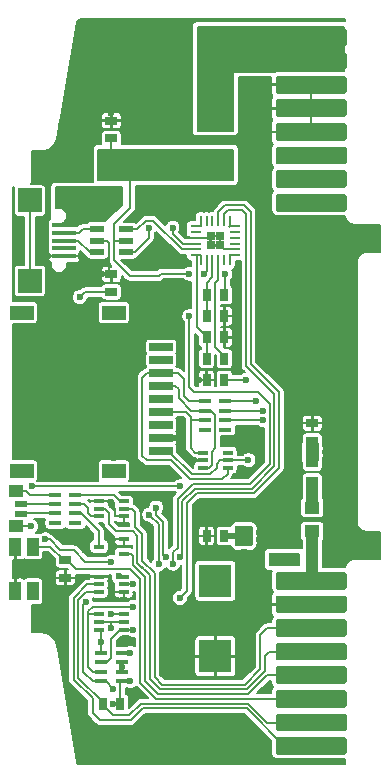
<source format=gtl>
G04 #@! TF.GenerationSoftware,KiCad,Pcbnew,(5.1.9)-1*
G04 #@! TF.CreationDate,2023-01-31T21:08:26+01:00*
G04 #@! TF.ProjectId,Side,53696465-2e6b-4696-9361-645f70636258,rev?*
G04 #@! TF.SameCoordinates,PXd59f80PYd59f80*
G04 #@! TF.FileFunction,Copper,L1,Top*
G04 #@! TF.FilePolarity,Positive*
%FSLAX46Y46*%
G04 Gerber Fmt 4.6, Leading zero omitted, Abs format (unit mm)*
G04 Created by KiCad (PCBNEW (5.1.9)-1) date 2023-01-31 21:08:26*
%MOMM*%
%LPD*%
G01*
G04 APERTURE LIST*
G04 #@! TA.AperFunction,SMDPad,CuDef*
%ADD10R,0.900000X0.450000*%
G04 #@! TD*
G04 #@! TA.AperFunction,SMDPad,CuDef*
%ADD11R,0.900000X0.350000*%
G04 #@! TD*
G04 #@! TA.AperFunction,SMDPad,CuDef*
%ADD12R,1.000000X0.700000*%
G04 #@! TD*
G04 #@! TA.AperFunction,SMDPad,CuDef*
%ADD13R,2.000000X1.200000*%
G04 #@! TD*
G04 #@! TA.AperFunction,SMDPad,CuDef*
%ADD14R,2.000000X0.650000*%
G04 #@! TD*
G04 #@! TA.AperFunction,ComponentPad*
%ADD15O,0.800000X0.800000*%
G04 #@! TD*
G04 #@! TA.AperFunction,SMDPad,CuDef*
%ADD16R,1.000000X1.600000*%
G04 #@! TD*
G04 #@! TA.AperFunction,SMDPad,CuDef*
%ADD17R,0.900000X0.250000*%
G04 #@! TD*
G04 #@! TA.AperFunction,SMDPad,CuDef*
%ADD18C,0.100000*%
G04 #@! TD*
G04 #@! TA.AperFunction,SMDPad,CuDef*
%ADD19R,0.250000X0.900000*%
G04 #@! TD*
G04 #@! TA.AperFunction,SMDPad,CuDef*
%ADD20R,0.900000X0.270000*%
G04 #@! TD*
G04 #@! TA.AperFunction,SMDPad,CuDef*
%ADD21R,0.800000X0.800000*%
G04 #@! TD*
G04 #@! TA.AperFunction,SMDPad,CuDef*
%ADD22R,0.700000X1.000000*%
G04 #@! TD*
G04 #@! TA.AperFunction,SMDPad,CuDef*
%ADD23R,2.000000X0.400000*%
G04 #@! TD*
G04 #@! TA.AperFunction,SMDPad,CuDef*
%ADD24R,2.000000X2.000000*%
G04 #@! TD*
G04 #@! TA.AperFunction,SMDPad,CuDef*
%ADD25R,1.100000X0.400000*%
G04 #@! TD*
G04 #@! TA.AperFunction,SMDPad,CuDef*
%ADD26R,1.000000X0.600000*%
G04 #@! TD*
G04 #@! TA.AperFunction,SMDPad,CuDef*
%ADD27R,1.200000X1.000000*%
G04 #@! TD*
G04 #@! TA.AperFunction,SMDPad,CuDef*
%ADD28R,1.700000X1.200000*%
G04 #@! TD*
G04 #@! TA.AperFunction,SMDPad,CuDef*
%ADD29R,2.400000X1.600000*%
G04 #@! TD*
G04 #@! TA.AperFunction,SMDPad,CuDef*
%ADD30R,2.800000X2.800000*%
G04 #@! TD*
G04 #@! TA.AperFunction,SMDPad,CuDef*
%ADD31R,1.200000X0.550000*%
G04 #@! TD*
G04 #@! TA.AperFunction,SMDPad,CuDef*
%ADD32R,1.300000X1.000000*%
G04 #@! TD*
G04 #@! TA.AperFunction,ViaPad*
%ADD33C,0.600000*%
G04 #@! TD*
G04 #@! TA.AperFunction,Conductor*
%ADD34C,0.200000*%
G04 #@! TD*
G04 #@! TA.AperFunction,Conductor*
%ADD35C,0.300000*%
G04 #@! TD*
G04 #@! TA.AperFunction,Conductor*
%ADD36C,1.000000*%
G04 #@! TD*
G04 #@! TA.AperFunction,Conductor*
%ADD37C,0.500000*%
G04 #@! TD*
G04 #@! TA.AperFunction,Conductor*
%ADD38C,0.150000*%
G04 #@! TD*
G04 #@! TA.AperFunction,Conductor*
%ADD39C,0.100000*%
G04 #@! TD*
G04 APERTURE END LIST*
D10*
X9850000Y-44450000D03*
X9850000Y-45750000D03*
X7750000Y-45100000D03*
D11*
X9850000Y-51500000D03*
X9850000Y-52150000D03*
X9850000Y-50850000D03*
X7750000Y-50850000D03*
X7750000Y-52150000D03*
X7750000Y-51500000D03*
D12*
X8800000Y-9050000D03*
X8800000Y-10550000D03*
D13*
X9000000Y-38700000D03*
X9000000Y-25300000D03*
X1200000Y-38700000D03*
D14*
X13000000Y-28200000D03*
X13000000Y-29300000D03*
X13000000Y-30400000D03*
X13000000Y-31500000D03*
X13000000Y-32600000D03*
X13000000Y-33700000D03*
X13000000Y-34800000D03*
X13000000Y-35900000D03*
D13*
X1200000Y-25300000D03*
D14*
X13000000Y-37000000D03*
D15*
X650000Y-49000000D03*
X650000Y-45000000D03*
D16*
X2150000Y-48900000D03*
X2150000Y-45100000D03*
X650000Y-48900000D03*
X650000Y-45100000D03*
D17*
X15950000Y-20425000D03*
G04 #@! TA.AperFunction,SMDPad,CuDef*
D18*
G36*
X16499985Y-20399993D02*
G01*
X16400007Y-20400000D01*
X16400000Y-20399993D01*
X16400007Y-20300015D01*
X16499985Y-20399993D01*
G37*
G04 #@! TD.AperFunction*
D19*
X16375000Y-20850000D03*
X18825000Y-20850000D03*
G04 #@! TA.AperFunction,SMDPad,CuDef*
D18*
G36*
X18799993Y-20300015D02*
G01*
X18800000Y-20399993D01*
X18799993Y-20400000D01*
X18700015Y-20399993D01*
X18799993Y-20300015D01*
G37*
G04 #@! TD.AperFunction*
D17*
X19250000Y-20425000D03*
D19*
X18825000Y-17550000D03*
G04 #@! TA.AperFunction,SMDPad,CuDef*
D18*
G36*
X18700015Y-18000007D02*
G01*
X18799993Y-18000000D01*
X18800000Y-18000007D01*
X18799993Y-18099985D01*
X18700015Y-18000007D01*
G37*
G04 #@! TD.AperFunction*
D17*
X19250000Y-17975000D03*
G04 #@! TA.AperFunction,SMDPad,CuDef*
D18*
G36*
X16400007Y-18099985D02*
G01*
X16400000Y-18000007D01*
X16400007Y-18000000D01*
X16499985Y-18000007D01*
X16400007Y-18099985D01*
G37*
G04 #@! TD.AperFunction*
D19*
X16375000Y-17550000D03*
D17*
X15950000Y-17975000D03*
D20*
X15950000Y-18950000D03*
D17*
X15950000Y-19450000D03*
X15950000Y-19950000D03*
X15950000Y-18450000D03*
D19*
X16850000Y-20850000D03*
X18350000Y-20850000D03*
X17850000Y-20850000D03*
X17350000Y-20850000D03*
X17850000Y-17550000D03*
X17350000Y-17550000D03*
X16850000Y-17550000D03*
X18350000Y-17550000D03*
D17*
X19250000Y-19950000D03*
X19250000Y-18450000D03*
X19250000Y-18950000D03*
X19250000Y-19450000D03*
D21*
X18000000Y-18800000D03*
X17200000Y-18800000D03*
X17200000Y-19600000D03*
X18000000Y-19600000D03*
D12*
X25800000Y-36150000D03*
X25800000Y-34650000D03*
D22*
X25850000Y-46200000D03*
X24350000Y-46200000D03*
D12*
X25800000Y-39550000D03*
X25800000Y-38050000D03*
D23*
X4800000Y-19200000D03*
X4800000Y-18550000D03*
X4800000Y-17900000D03*
X4800000Y-19850000D03*
X4800000Y-20500000D03*
D24*
X1900000Y-15800000D03*
X1900000Y-22600000D03*
D25*
X5750000Y-41500000D03*
X4050000Y-41500000D03*
X4050000Y-42300000D03*
X5750000Y-42300000D03*
X5750000Y-43100000D03*
X4050000Y-43100000D03*
X4050000Y-40700000D03*
X5750000Y-40700000D03*
D26*
X1100000Y-42325000D03*
X1100000Y-41475000D03*
D27*
X750000Y-40400000D03*
X750000Y-43400000D03*
D12*
X4900000Y-46250000D03*
X4900000Y-47750000D03*
D11*
X7750000Y-41900000D03*
X7750000Y-41250000D03*
X7750000Y-42550000D03*
X9850000Y-42550000D03*
X9850000Y-41250000D03*
X9850000Y-41900000D03*
D28*
X8800000Y-12400000D03*
X8800000Y-15600000D03*
D11*
X16550000Y-37800000D03*
X16550000Y-37150000D03*
X16550000Y-38450000D03*
X18650000Y-38450000D03*
X18650000Y-37150000D03*
X18650000Y-37800000D03*
D29*
X17600000Y-13200000D03*
X17600000Y-8800000D03*
D22*
X16850000Y-31000000D03*
X18350000Y-31000000D03*
D25*
X18450000Y-33600000D03*
X16750000Y-33600000D03*
X16750000Y-34400000D03*
X18450000Y-34400000D03*
X18450000Y-35200000D03*
X16750000Y-35200000D03*
X16750000Y-32800000D03*
X18450000Y-32800000D03*
D12*
X8800000Y-22050000D03*
X8800000Y-23550000D03*
D22*
X18350000Y-44200000D03*
X16850000Y-44200000D03*
D30*
X17600000Y-54400000D03*
X17600000Y-48000000D03*
D22*
X18350000Y-27400000D03*
X16850000Y-27400000D03*
X18350000Y-29200000D03*
X16850000Y-29200000D03*
X16850000Y-23800000D03*
X18350000Y-23800000D03*
X18350000Y-25600000D03*
X16850000Y-25600000D03*
D31*
X10006500Y-19200000D03*
X10006500Y-18247500D03*
X10006500Y-20152500D03*
X7593500Y-20152500D03*
X7593500Y-19200000D03*
X7593500Y-18247500D03*
D22*
X9550000Y-58400000D03*
X8050000Y-58400000D03*
D11*
X9850000Y-48300000D03*
X9850000Y-48950000D03*
X9850000Y-47650000D03*
X7750000Y-47650000D03*
X7750000Y-48950000D03*
X7750000Y-48300000D03*
D25*
X7950000Y-55700000D03*
X9650000Y-55700000D03*
X9650000Y-54900000D03*
X7950000Y-54900000D03*
X7950000Y-54100000D03*
X9650000Y-54100000D03*
X9650000Y-56500000D03*
X7950000Y-56500000D03*
G04 #@! TA.AperFunction,SMDPad,CuDef*
G36*
G01*
X22700000Y-16600000D02*
X22700000Y-15400000D01*
G75*
G02*
X22850000Y-15250000I150000J0D01*
G01*
X28550000Y-15250000D01*
G75*
G02*
X28700000Y-15400000I0J-150000D01*
G01*
X28700000Y-16600000D01*
G75*
G02*
X28550000Y-16750000I-150000J0D01*
G01*
X22850000Y-16750000D01*
G75*
G02*
X22700000Y-16600000I0J150000D01*
G01*
G37*
G04 #@! TD.AperFunction*
G04 #@! TA.AperFunction,SMDPad,CuDef*
G36*
G01*
X22700000Y-14600000D02*
X22700000Y-13400000D01*
G75*
G02*
X22850000Y-13250000I150000J0D01*
G01*
X28550000Y-13250000D01*
G75*
G02*
X28700000Y-13400000I0J-150000D01*
G01*
X28700000Y-14600000D01*
G75*
G02*
X28550000Y-14750000I-150000J0D01*
G01*
X22850000Y-14750000D01*
G75*
G02*
X22700000Y-14600000I0J150000D01*
G01*
G37*
G04 #@! TD.AperFunction*
G04 #@! TA.AperFunction,SMDPad,CuDef*
G36*
G01*
X22700000Y-12600000D02*
X22700000Y-11400000D01*
G75*
G02*
X22850000Y-11250000I150000J0D01*
G01*
X28550000Y-11250000D01*
G75*
G02*
X28700000Y-11400000I0J-150000D01*
G01*
X28700000Y-12600000D01*
G75*
G02*
X28550000Y-12750000I-150000J0D01*
G01*
X22850000Y-12750000D01*
G75*
G02*
X22700000Y-12600000I0J150000D01*
G01*
G37*
G04 #@! TD.AperFunction*
G04 #@! TA.AperFunction,SMDPad,CuDef*
G36*
G01*
X22700000Y-10600000D02*
X22700000Y-9400000D01*
G75*
G02*
X22850000Y-9250000I150000J0D01*
G01*
X28550000Y-9250000D01*
G75*
G02*
X28700000Y-9400000I0J-150000D01*
G01*
X28700000Y-10600000D01*
G75*
G02*
X28550000Y-10750000I-150000J0D01*
G01*
X22850000Y-10750000D01*
G75*
G02*
X22700000Y-10600000I0J150000D01*
G01*
G37*
G04 #@! TD.AperFunction*
G04 #@! TA.AperFunction,SMDPad,CuDef*
G36*
G01*
X22700000Y-8600000D02*
X22700000Y-7400000D01*
G75*
G02*
X22850000Y-7250000I150000J0D01*
G01*
X28550000Y-7250000D01*
G75*
G02*
X28700000Y-7400000I0J-150000D01*
G01*
X28700000Y-8600000D01*
G75*
G02*
X28550000Y-8750000I-150000J0D01*
G01*
X22850000Y-8750000D01*
G75*
G02*
X22700000Y-8600000I0J150000D01*
G01*
G37*
G04 #@! TD.AperFunction*
G04 #@! TA.AperFunction,SMDPad,CuDef*
G36*
G01*
X22700000Y-6600000D02*
X22700000Y-5400000D01*
G75*
G02*
X22850000Y-5250000I150000J0D01*
G01*
X28550000Y-5250000D01*
G75*
G02*
X28700000Y-5400000I0J-150000D01*
G01*
X28700000Y-6600000D01*
G75*
G02*
X28550000Y-6750000I-150000J0D01*
G01*
X22850000Y-6750000D01*
G75*
G02*
X22700000Y-6600000I0J150000D01*
G01*
G37*
G04 #@! TD.AperFunction*
G04 #@! TA.AperFunction,SMDPad,CuDef*
G36*
G01*
X22700000Y-4600000D02*
X22700000Y-3400000D01*
G75*
G02*
X22850000Y-3250000I150000J0D01*
G01*
X28550000Y-3250000D01*
G75*
G02*
X28700000Y-3400000I0J-150000D01*
G01*
X28700000Y-4600000D01*
G75*
G02*
X28550000Y-4750000I-150000J0D01*
G01*
X22850000Y-4750000D01*
G75*
G02*
X22700000Y-4600000I0J150000D01*
G01*
G37*
G04 #@! TD.AperFunction*
G04 #@! TA.AperFunction,SMDPad,CuDef*
G36*
G01*
X22700000Y-2600000D02*
X22700000Y-1400000D01*
G75*
G02*
X22850000Y-1250000I150000J0D01*
G01*
X28550000Y-1250000D01*
G75*
G02*
X28700000Y-1400000I0J-150000D01*
G01*
X28700000Y-2600000D01*
G75*
G02*
X28550000Y-2750000I-150000J0D01*
G01*
X22850000Y-2750000D01*
G75*
G02*
X22700000Y-2600000I0J150000D01*
G01*
G37*
G04 #@! TD.AperFunction*
G04 #@! TA.AperFunction,SMDPad,CuDef*
G36*
G01*
X22700000Y-62600000D02*
X22700000Y-61400000D01*
G75*
G02*
X22850000Y-61250000I150000J0D01*
G01*
X28550000Y-61250000D01*
G75*
G02*
X28700000Y-61400000I0J-150000D01*
G01*
X28700000Y-62600000D01*
G75*
G02*
X28550000Y-62750000I-150000J0D01*
G01*
X22850000Y-62750000D01*
G75*
G02*
X22700000Y-62600000I0J150000D01*
G01*
G37*
G04 #@! TD.AperFunction*
G04 #@! TA.AperFunction,SMDPad,CuDef*
G36*
G01*
X22700000Y-60600000D02*
X22700000Y-59400000D01*
G75*
G02*
X22850000Y-59250000I150000J0D01*
G01*
X28550000Y-59250000D01*
G75*
G02*
X28700000Y-59400000I0J-150000D01*
G01*
X28700000Y-60600000D01*
G75*
G02*
X28550000Y-60750000I-150000J0D01*
G01*
X22850000Y-60750000D01*
G75*
G02*
X22700000Y-60600000I0J150000D01*
G01*
G37*
G04 #@! TD.AperFunction*
G04 #@! TA.AperFunction,SMDPad,CuDef*
G36*
G01*
X22700000Y-58600000D02*
X22700000Y-57400000D01*
G75*
G02*
X22850000Y-57250000I150000J0D01*
G01*
X28550000Y-57250000D01*
G75*
G02*
X28700000Y-57400000I0J-150000D01*
G01*
X28700000Y-58600000D01*
G75*
G02*
X28550000Y-58750000I-150000J0D01*
G01*
X22850000Y-58750000D01*
G75*
G02*
X22700000Y-58600000I0J150000D01*
G01*
G37*
G04 #@! TD.AperFunction*
G04 #@! TA.AperFunction,SMDPad,CuDef*
G36*
G01*
X22700000Y-56600000D02*
X22700000Y-55400000D01*
G75*
G02*
X22850000Y-55250000I150000J0D01*
G01*
X28550000Y-55250000D01*
G75*
G02*
X28700000Y-55400000I0J-150000D01*
G01*
X28700000Y-56600000D01*
G75*
G02*
X28550000Y-56750000I-150000J0D01*
G01*
X22850000Y-56750000D01*
G75*
G02*
X22700000Y-56600000I0J150000D01*
G01*
G37*
G04 #@! TD.AperFunction*
G04 #@! TA.AperFunction,SMDPad,CuDef*
G36*
G01*
X22700000Y-54600000D02*
X22700000Y-53400000D01*
G75*
G02*
X22850000Y-53250000I150000J0D01*
G01*
X28550000Y-53250000D01*
G75*
G02*
X28700000Y-53400000I0J-150000D01*
G01*
X28700000Y-54600000D01*
G75*
G02*
X28550000Y-54750000I-150000J0D01*
G01*
X22850000Y-54750000D01*
G75*
G02*
X22700000Y-54600000I0J150000D01*
G01*
G37*
G04 #@! TD.AperFunction*
G04 #@! TA.AperFunction,SMDPad,CuDef*
G36*
G01*
X22700000Y-52600000D02*
X22700000Y-51400000D01*
G75*
G02*
X22850000Y-51250000I150000J0D01*
G01*
X28550000Y-51250000D01*
G75*
G02*
X28700000Y-51400000I0J-150000D01*
G01*
X28700000Y-52600000D01*
G75*
G02*
X28550000Y-52750000I-150000J0D01*
G01*
X22850000Y-52750000D01*
G75*
G02*
X22700000Y-52600000I0J150000D01*
G01*
G37*
G04 #@! TD.AperFunction*
G04 #@! TA.AperFunction,SMDPad,CuDef*
G36*
G01*
X22700000Y-50600000D02*
X22700000Y-49400000D01*
G75*
G02*
X22850000Y-49250000I150000J0D01*
G01*
X28550000Y-49250000D01*
G75*
G02*
X28700000Y-49400000I0J-150000D01*
G01*
X28700000Y-50600000D01*
G75*
G02*
X28550000Y-50750000I-150000J0D01*
G01*
X22850000Y-50750000D01*
G75*
G02*
X22700000Y-50600000I0J150000D01*
G01*
G37*
G04 #@! TD.AperFunction*
G04 #@! TA.AperFunction,SMDPad,CuDef*
G36*
G01*
X22700000Y-48600000D02*
X22700000Y-47400000D01*
G75*
G02*
X22850000Y-47250000I150000J0D01*
G01*
X28550000Y-47250000D01*
G75*
G02*
X28700000Y-47400000I0J-150000D01*
G01*
X28700000Y-48600000D01*
G75*
G02*
X28550000Y-48750000I-150000J0D01*
G01*
X22850000Y-48750000D01*
G75*
G02*
X22700000Y-48600000I0J150000D01*
G01*
G37*
G04 #@! TD.AperFunction*
D32*
X25800000Y-43800000D03*
X25800000Y-41800000D03*
D33*
X8800000Y-8400000D03*
X9000000Y-26400000D03*
X9000000Y-37600000D03*
X10900000Y-57300000D03*
X21900000Y-57200000D03*
X10600000Y-53100000D03*
X13400000Y-55800000D03*
X15800000Y-37800000D03*
X12500000Y-21500000D03*
X16200000Y-31000000D03*
X27300000Y-28000000D03*
X29100000Y-28000000D03*
X16700000Y-54500000D03*
X18500000Y-54500000D03*
X17900000Y-54500000D03*
X17300000Y-54500000D03*
X16700000Y-53900000D03*
X18500000Y-53900000D03*
X17900000Y-53900000D03*
X17300000Y-53900000D03*
X16700000Y-53300000D03*
X17300000Y-53300000D03*
X17900000Y-53300000D03*
X18500000Y-53300000D03*
X19000000Y-36200000D03*
X30400000Y-45000000D03*
X14300000Y-35900000D03*
X6200000Y-20500000D03*
X8000000Y-22050000D03*
X30400000Y-19000000D03*
X18000000Y-45700000D03*
X29100000Y-35000000D03*
X29100000Y-34000000D03*
X27300000Y-34000000D03*
X27300000Y-35000000D03*
X22000000Y-42700000D03*
X5300000Y-39000000D03*
X26300000Y-10300000D03*
X26900000Y-10300000D03*
X25700000Y-10300000D03*
X24500000Y-9700000D03*
X24500000Y-10300000D03*
X27500000Y-9700000D03*
X25100000Y-9700000D03*
X28100000Y-10300000D03*
X27500000Y-10300000D03*
X26900000Y-9700000D03*
X25100000Y-10300000D03*
X26300000Y-9700000D03*
X28100000Y-9700000D03*
X25700000Y-9700000D03*
X23300000Y-10300000D03*
X23900000Y-9700000D03*
X23300000Y-9700000D03*
X23900000Y-10300000D03*
X3400000Y-20500000D03*
X5300000Y-24000000D03*
X18000000Y-42700000D03*
X17000000Y-42700000D03*
X23300000Y-6300000D03*
X23900000Y-5700000D03*
X23300000Y-5700000D03*
X23900000Y-6300000D03*
X28100000Y-5700000D03*
X24500000Y-5700000D03*
X25100000Y-5700000D03*
X25700000Y-5700000D03*
X25700000Y-6300000D03*
X26900000Y-6300000D03*
X24500000Y-6300000D03*
X27500000Y-5700000D03*
X26300000Y-6300000D03*
X25100000Y-6300000D03*
X28100000Y-6300000D03*
X26900000Y-5700000D03*
X26300000Y-5700000D03*
X27500000Y-6300000D03*
X23300000Y-8300000D03*
X23900000Y-7700000D03*
X23300000Y-7700000D03*
X23900000Y-8300000D03*
X28100000Y-7700000D03*
X24500000Y-7700000D03*
X25100000Y-7700000D03*
X25700000Y-7700000D03*
X25700000Y-8300000D03*
X26900000Y-8300000D03*
X24500000Y-8300000D03*
X27500000Y-7700000D03*
X26300000Y-8300000D03*
X25100000Y-8300000D03*
X28100000Y-8300000D03*
X26900000Y-7700000D03*
X26300000Y-7700000D03*
X27500000Y-8300000D03*
X14800000Y-18099998D03*
X8806766Y-41593234D03*
X6600000Y-45400000D03*
X13400000Y-41200000D03*
X25700000Y-47700000D03*
X25700000Y-48300000D03*
X27500000Y-48300000D03*
X28100000Y-47700000D03*
X24500000Y-48300000D03*
X28100000Y-48300000D03*
X26900000Y-48300000D03*
X26900000Y-47700000D03*
X27500000Y-47700000D03*
X26300000Y-47700000D03*
X26300000Y-48300000D03*
X23900000Y-47700000D03*
X25100000Y-47700000D03*
X23900000Y-48300000D03*
X23300000Y-47700000D03*
X23300000Y-48300000D03*
X24500000Y-47700000D03*
X25100000Y-48300000D03*
X7950000Y-53150000D03*
X8800000Y-50850000D03*
X6624265Y-49824265D03*
X8933850Y-57182380D03*
X16600000Y-22000000D03*
X15400000Y-22000000D03*
X18450000Y-22000000D03*
X14600000Y-46000000D03*
X14600000Y-49450000D03*
X15400000Y-25600000D03*
X16850000Y-25600000D03*
X14000000Y-46565687D03*
X21600000Y-34400000D03*
X21600000Y-33600000D03*
X21000000Y-32800000D03*
X20200000Y-31000000D03*
X20400000Y-37800000D03*
X20500000Y-43600000D03*
X19500000Y-43600000D03*
X18700000Y-48700000D03*
X18100000Y-48100000D03*
X17500000Y-47500000D03*
X18700000Y-48100000D03*
X18700000Y-47500000D03*
X18100000Y-47500000D03*
X17500000Y-46900000D03*
X18100000Y-46900000D03*
X18700000Y-46900000D03*
X19500000Y-44800000D03*
X20500000Y-44800000D03*
X20500000Y-44200000D03*
X19500000Y-44200000D03*
X25700000Y-11700000D03*
X25700000Y-15700000D03*
X25700000Y-16300000D03*
X23300000Y-12300000D03*
X23900000Y-11700000D03*
X23300000Y-11700000D03*
X23900000Y-12300000D03*
X28100000Y-11700000D03*
X24500000Y-11700000D03*
X25100000Y-11700000D03*
X25700000Y-12300000D03*
X26900000Y-12300000D03*
X24500000Y-12300000D03*
X27500000Y-11700000D03*
X26300000Y-12300000D03*
X25100000Y-12300000D03*
X28100000Y-12300000D03*
X26900000Y-11700000D03*
X26300000Y-11700000D03*
X27500000Y-12300000D03*
X23300000Y-14300000D03*
X23900000Y-13700000D03*
X23300000Y-13700000D03*
X23900000Y-14300000D03*
X28100000Y-13700000D03*
X24500000Y-13700000D03*
X25100000Y-13700000D03*
X25700000Y-13700000D03*
X25700000Y-14300000D03*
X26900000Y-14300000D03*
X24500000Y-14300000D03*
X27500000Y-13700000D03*
X26300000Y-14300000D03*
X25100000Y-14300000D03*
X28100000Y-14300000D03*
X26900000Y-13700000D03*
X26300000Y-13700000D03*
X27500000Y-14300000D03*
X28100000Y-15700000D03*
X28100000Y-16300000D03*
X26900000Y-15700000D03*
X26900000Y-16300000D03*
X27500000Y-16300000D03*
X27500000Y-15700000D03*
X26300000Y-15700000D03*
X26300000Y-16300000D03*
X24500000Y-16300000D03*
X25100000Y-15700000D03*
X24500000Y-15700000D03*
X25100000Y-16300000D03*
X23900000Y-15700000D03*
X23900000Y-16300000D03*
X23300000Y-16300000D03*
X23300000Y-15700000D03*
X25500000Y-37400000D03*
X26100000Y-37400000D03*
X25500000Y-36800000D03*
X26100000Y-36800000D03*
X2000000Y-43400000D03*
X2050000Y-40000000D03*
X14600000Y-40000000D03*
X25700000Y-1700000D03*
X25700000Y-3700000D03*
X27500000Y-2300000D03*
X28100000Y-2300000D03*
X24500000Y-2300000D03*
X26900000Y-1700000D03*
X26300000Y-1700000D03*
X23300000Y-2300000D03*
X23900000Y-1700000D03*
X23900000Y-2300000D03*
X23300000Y-1700000D03*
X28100000Y-1700000D03*
X25100000Y-1700000D03*
X25700000Y-2300000D03*
X24500000Y-1700000D03*
X27500000Y-1700000D03*
X26900000Y-2300000D03*
X26300000Y-2300000D03*
X25100000Y-2300000D03*
X23300000Y-4300000D03*
X23900000Y-3700000D03*
X23300000Y-3700000D03*
X23900000Y-4300000D03*
X28100000Y-3700000D03*
X24500000Y-3700000D03*
X25100000Y-3700000D03*
X25700000Y-4300000D03*
X26900000Y-4300000D03*
X24500000Y-4300000D03*
X27500000Y-3700000D03*
X26300000Y-4300000D03*
X25100000Y-4300000D03*
X28100000Y-4300000D03*
X26900000Y-3700000D03*
X26300000Y-3700000D03*
X27500000Y-4300000D03*
X23000000Y-46500000D03*
X22400000Y-46500000D03*
X23600000Y-46500000D03*
X23000000Y-45900000D03*
X23600000Y-45900000D03*
X22400000Y-45900000D03*
X12000000Y-18099998D03*
X14000000Y-18099998D03*
X9650000Y-55300000D03*
X6100000Y-24000000D03*
X8800000Y-52000000D03*
X8800000Y-46400000D03*
X3200000Y-44500000D03*
X10400000Y-56500000D03*
X10400000Y-54100000D03*
X8900002Y-58400000D03*
X10600000Y-48300000D03*
X12600000Y-41800000D03*
X10600000Y-52150000D03*
X13400000Y-46000000D03*
X12000000Y-42400000D03*
X12800000Y-46600000D03*
X10600000Y-50200000D03*
X9400000Y-47624998D03*
D34*
X6734301Y-48300000D02*
X7750000Y-48300000D01*
X5599970Y-49434331D02*
X6734301Y-48300000D01*
X7200000Y-59200000D02*
X7200000Y-57965698D01*
X10465690Y-59800008D02*
X7800008Y-59800008D01*
X5599970Y-56365669D02*
X5599970Y-49434331D01*
X11465678Y-58800020D02*
X10465690Y-59800008D01*
X20234322Y-58800020D02*
X11465678Y-58800020D01*
X7200000Y-57965698D02*
X5599970Y-56365669D01*
X23434302Y-62000000D02*
X20234322Y-58800020D01*
X7800008Y-59800008D02*
X7200000Y-59200000D01*
X25700000Y-62000000D02*
X23434302Y-62000000D01*
X7750000Y-19200000D02*
X8400000Y-19200000D01*
D35*
X5400000Y-20500000D02*
X4100000Y-20500000D01*
D34*
X8600000Y-19400000D02*
X8400000Y-19200000D01*
X18350000Y-27400000D02*
X18350000Y-25600000D01*
X17050000Y-18950000D02*
X17200000Y-18800000D01*
X15950000Y-18950000D02*
X17050000Y-18950000D01*
X14800000Y-18450000D02*
X14800000Y-18099998D01*
X15300000Y-18950000D02*
X14800000Y-18450000D01*
X15950000Y-18950000D02*
X15300000Y-18950000D01*
X18350000Y-19950000D02*
X18000000Y-19600000D01*
X19250000Y-19950000D02*
X18350000Y-19950000D01*
X9099999Y-42449999D02*
X9099999Y-41886467D01*
X9200000Y-42550000D02*
X9099999Y-42449999D01*
X9099999Y-41886467D02*
X8806766Y-41593234D01*
X9850000Y-42550000D02*
X9200000Y-42550000D01*
X8463532Y-41250000D02*
X8806766Y-41593234D01*
X7750000Y-41250000D02*
X8463532Y-41250000D01*
X9850000Y-44450000D02*
X9550000Y-44450000D01*
X9850000Y-44450000D02*
X9150000Y-44450000D01*
X9150000Y-44450000D02*
X8800000Y-44800000D01*
X8800000Y-44800000D02*
X8800000Y-45400000D01*
X8800000Y-45400000D02*
X8400000Y-45800000D01*
X7000000Y-45800000D02*
X6600000Y-45400000D01*
X8400000Y-45800000D02*
X7000000Y-45800000D01*
X8600000Y-21850000D02*
X8800000Y-22050000D01*
X8600000Y-19400000D02*
X8600000Y-21850000D01*
D36*
X25800000Y-39900000D02*
X25800000Y-41800000D01*
D37*
X25850000Y-47550000D02*
X25700000Y-47700000D01*
D36*
X25800000Y-47900000D02*
X25700000Y-48000000D01*
X25800000Y-43800000D02*
X25800000Y-47900000D01*
D34*
X25700000Y-60000000D02*
X22000000Y-60000000D01*
X22000000Y-60000000D02*
X20400010Y-58400010D01*
X20400010Y-58400010D02*
X11299990Y-58400010D01*
X11299990Y-58400010D02*
X10300000Y-59400000D01*
X10300000Y-59400000D02*
X8900000Y-59400000D01*
X8050000Y-58550000D02*
X8050000Y-58400000D01*
X8900000Y-59400000D02*
X8050000Y-58550000D01*
X8050000Y-58400000D02*
X8050000Y-58250000D01*
X5999980Y-56199980D02*
X5999980Y-49600020D01*
X8050000Y-58250000D02*
X5999980Y-56199980D01*
X6650000Y-48950000D02*
X7750000Y-48950000D01*
X5999980Y-49600020D02*
X6650000Y-48950000D01*
X7950000Y-53150000D02*
X7950000Y-54100000D01*
X7950000Y-52200000D02*
X7950000Y-53150000D01*
X7900000Y-52150000D02*
X7950000Y-52200000D01*
X7750000Y-52150000D02*
X7900000Y-52150000D01*
X6399990Y-55699990D02*
X6399990Y-50434311D01*
X7200000Y-56500000D02*
X6399990Y-55699990D01*
X7950000Y-56500000D02*
X7200000Y-56500000D01*
X9850000Y-50850000D02*
X8800000Y-50850000D01*
X6399990Y-50048540D02*
X6624265Y-49824265D01*
X6399990Y-55699990D02*
X6399990Y-50048540D01*
X7950000Y-56500000D02*
X8300000Y-56500000D01*
X8933850Y-57133850D02*
X8933850Y-57182380D01*
X8300000Y-56500000D02*
X8933850Y-57133850D01*
X11700003Y-17499997D02*
X12299997Y-17499997D01*
X14750000Y-19950000D02*
X15950000Y-19950000D01*
X12299997Y-17499997D02*
X14750000Y-19950000D01*
X10952500Y-18247500D02*
X11700003Y-17499997D01*
X10006500Y-18247500D02*
X10952500Y-18247500D01*
X1125000Y-41500000D02*
X1100000Y-41475000D01*
X4050000Y-41500000D02*
X1125000Y-41500000D01*
X9850000Y-41900000D02*
X10500000Y-41900000D01*
X10500000Y-41900000D02*
X10800000Y-42200000D01*
X10800000Y-42200000D02*
X10800000Y-43434301D01*
X10800000Y-43434301D02*
X11400000Y-44034301D01*
X11400000Y-44034301D02*
X11400000Y-45400000D01*
X25700000Y-52000000D02*
X22000000Y-52000000D01*
X22000000Y-52000000D02*
X21400000Y-52600000D01*
X21400000Y-52600000D02*
X21400000Y-55468603D01*
X21400000Y-55468603D02*
X20068633Y-56799970D01*
X20068633Y-56799970D02*
X13097064Y-56799970D01*
X13097064Y-56799970D02*
X12450029Y-56152935D01*
X11400000Y-46302904D02*
X11400000Y-44034301D01*
X12450029Y-47352933D02*
X11400000Y-46302904D01*
X12450029Y-56152935D02*
X12450029Y-47352933D01*
X25700000Y-54000000D02*
X22200000Y-54000000D01*
X10600000Y-43800000D02*
X11000000Y-44200000D01*
X11000000Y-44200000D02*
X11000000Y-46468603D01*
X11000000Y-46468603D02*
X11565698Y-47034301D01*
X9200000Y-43800000D02*
X10600000Y-43800000D01*
X12050019Y-47518622D02*
X11000000Y-46468603D01*
X12931376Y-57199980D02*
X12050019Y-56318623D01*
X20234321Y-57199980D02*
X12931376Y-57199980D01*
X12050019Y-56318623D02*
X12050019Y-47518622D01*
X21800000Y-55634301D02*
X20234321Y-57199980D01*
X25700000Y-54000000D02*
X22165698Y-54000000D01*
X21800000Y-54365698D02*
X22165698Y-54000000D01*
X21800000Y-55634301D02*
X21800000Y-54365698D01*
X8265002Y-41900000D02*
X8600000Y-42234998D01*
X7750000Y-41900000D02*
X8265002Y-41900000D01*
X8600000Y-43200000D02*
X9200000Y-43800000D01*
X8600000Y-42234998D02*
X8600000Y-43200000D01*
X10600000Y-46634301D02*
X11650011Y-47684312D01*
X11650011Y-47684312D02*
X11650011Y-48200000D01*
X10600000Y-45900000D02*
X10450000Y-45750000D01*
X10600000Y-46634301D02*
X10600000Y-45900000D01*
X9850000Y-45750000D02*
X10450000Y-45750000D01*
X25700000Y-56000000D02*
X22000000Y-56000000D01*
X22000000Y-56000000D02*
X20400010Y-57599990D01*
X20400010Y-57599990D02*
X12765688Y-57599990D01*
X11650011Y-56484313D02*
X11650011Y-47684312D01*
X12765688Y-57599990D02*
X11650011Y-56484313D01*
X16850000Y-21750000D02*
X16600000Y-22000000D01*
X16850000Y-20850000D02*
X16850000Y-21750000D01*
X18450000Y-23700000D02*
X18350000Y-23800000D01*
X18450000Y-22000000D02*
X18450000Y-23700000D01*
X9850000Y-19200000D02*
X9000000Y-19200000D01*
X9000000Y-17800000D02*
X9000000Y-19200000D01*
X10400000Y-16400000D02*
X9000000Y-17800000D01*
X10400000Y-14000000D02*
X10400000Y-16400000D01*
X13000000Y-22000000D02*
X12800000Y-22200000D01*
X15400000Y-22000000D02*
X13000000Y-22000000D01*
X9000000Y-20859998D02*
X9000000Y-19200000D01*
X10340002Y-22200000D02*
X9000000Y-20859998D01*
X12800000Y-22200000D02*
X10340002Y-22200000D01*
X8800000Y-12400000D02*
X8800000Y-10550000D01*
X18350000Y-17550000D02*
X18350000Y-16909998D01*
X18350000Y-16909998D02*
X18459998Y-16800000D01*
X14799990Y-45800010D02*
X14600000Y-46000000D01*
X14799990Y-41234391D02*
X14799990Y-45800010D01*
X22600010Y-32200010D02*
X22600010Y-38303691D01*
X20200000Y-29800000D02*
X22600010Y-32200010D01*
X20703671Y-40200030D02*
X15834351Y-40200030D01*
X19834302Y-16600000D02*
X20200000Y-16965698D01*
X22600010Y-38303691D02*
X20703671Y-40200030D01*
X18659998Y-16600000D02*
X19834302Y-16600000D01*
X15834351Y-40200030D02*
X14799990Y-41234391D01*
X18350000Y-16909998D02*
X18659998Y-16600000D01*
X20200000Y-16965698D02*
X20200000Y-29800000D01*
X15200000Y-48850000D02*
X14600000Y-49450000D01*
X15200000Y-41400080D02*
X15200000Y-48850000D01*
X16000040Y-40600040D02*
X15200000Y-41400080D01*
X20869360Y-40600040D02*
X16000040Y-40600040D01*
X23000020Y-32034321D02*
X23000020Y-38469380D01*
X23000020Y-38469380D02*
X20869360Y-40600040D01*
X20600000Y-29634302D02*
X23000020Y-32034321D01*
X20600000Y-16800000D02*
X20600000Y-29634302D01*
X19999990Y-16199990D02*
X20600000Y-16800000D01*
X17850000Y-16749980D02*
X18399990Y-16199990D01*
X17850000Y-17550000D02*
X17850000Y-16749980D01*
X18399990Y-16199990D02*
X19999990Y-16199990D01*
X16850000Y-23800000D02*
X16850000Y-25600000D01*
X17350000Y-20850000D02*
X17350000Y-22250000D01*
X16850000Y-22750000D02*
X16850000Y-23800000D01*
X17350000Y-22250000D02*
X16850000Y-22750000D01*
X15400000Y-31600000D02*
X15400000Y-25600000D01*
X15800000Y-32000000D02*
X15400000Y-31600000D01*
X22200000Y-33000000D02*
X21200000Y-32000000D01*
X21200000Y-32000000D02*
X15800000Y-32000000D01*
X22200000Y-38138002D02*
X22200000Y-33000000D01*
X15668664Y-39800020D02*
X20537982Y-39800020D01*
X14399980Y-41068702D02*
X15668664Y-39800020D01*
X14399980Y-45200020D02*
X14399980Y-41068702D01*
X14000000Y-45600000D02*
X14399980Y-45200020D01*
X20537982Y-39800020D02*
X22200000Y-38138002D01*
X14000000Y-46565687D02*
X14000000Y-45600000D01*
X21600000Y-34400000D02*
X18450000Y-34400000D01*
X21600000Y-33600000D02*
X18450000Y-33600000D01*
X18450000Y-32800000D02*
X21000000Y-32800000D01*
X1125000Y-42300000D02*
X1100000Y-42325000D01*
X4050000Y-42300000D02*
X1125000Y-42300000D01*
X20200000Y-31000000D02*
X18350000Y-31000000D01*
X20400000Y-37800000D02*
X18650000Y-37800000D01*
X13000000Y-37000000D02*
X13600000Y-37000000D01*
X13600000Y-37000000D02*
X15600000Y-39000000D01*
X17165002Y-39000000D02*
X15600000Y-39000000D01*
X17700011Y-38464991D02*
X17165002Y-39000000D01*
X17700011Y-38099989D02*
X17700011Y-38464991D01*
X18000000Y-37800000D02*
X17700011Y-38099989D01*
X18650000Y-37800000D02*
X18000000Y-37800000D01*
X2150000Y-45100000D02*
X3600000Y-45100000D01*
X4750000Y-46250000D02*
X4900000Y-46250000D01*
X3600000Y-45100000D02*
X4750000Y-46250000D01*
X5800000Y-47000000D02*
X5050000Y-46250000D01*
X10400000Y-47000000D02*
X5800000Y-47000000D01*
X5050000Y-46250000D02*
X4900000Y-46250000D01*
X11250001Y-47850001D02*
X10400000Y-47000000D01*
X11250001Y-56650001D02*
X11250001Y-47850001D01*
X12600000Y-58000000D02*
X11250001Y-56650001D01*
X25700000Y-58000000D02*
X12600000Y-58000000D01*
X25500000Y-37400000D02*
X26100000Y-37400000D01*
D37*
X25500000Y-37750000D02*
X25800000Y-38050000D01*
X25500000Y-37400000D02*
X25500000Y-37750000D01*
X26100000Y-37750000D02*
X25800000Y-38050000D01*
X26100000Y-37400000D02*
X26100000Y-37750000D01*
X18350000Y-44200000D02*
X20500000Y-44200000D01*
X19500000Y-44800000D02*
X20550000Y-44800000D01*
X19900000Y-44800000D02*
X20500000Y-44200000D01*
X19500000Y-44800000D02*
X19900000Y-44800000D01*
X20100000Y-44800000D02*
X19500000Y-44200000D01*
X20550000Y-44800000D02*
X20100000Y-44800000D01*
X25500000Y-37400000D02*
X25500000Y-36800000D01*
X26100000Y-37400000D02*
X26100000Y-36800000D01*
D34*
X2000000Y-43400000D02*
X750000Y-43400000D01*
D37*
X19900000Y-44200000D02*
X20500000Y-43600000D01*
X19500000Y-44200000D02*
X19900000Y-44200000D01*
X20100000Y-44200000D02*
X19500000Y-43600000D01*
X20500000Y-44200000D02*
X20100000Y-44200000D01*
X19500000Y-43600000D02*
X20500000Y-43600000D01*
X20500000Y-43600000D02*
X20500000Y-44800000D01*
X19500000Y-44800000D02*
X19500000Y-43600000D01*
X25500000Y-36450000D02*
X25800000Y-36150000D01*
X25500000Y-36800000D02*
X25500000Y-36450000D01*
X26100000Y-36450000D02*
X25800000Y-36150000D01*
X26100000Y-36800000D02*
X26100000Y-36450000D01*
X25800000Y-36150000D02*
X25800000Y-38050000D01*
D34*
X2050000Y-40000000D02*
X14600000Y-40000000D01*
X1900000Y-40700000D02*
X1600000Y-40400000D01*
X4050000Y-40700000D02*
X1900000Y-40700000D01*
X1600000Y-40400000D02*
X750000Y-40400000D01*
X16750000Y-32800000D02*
X15331397Y-32800000D01*
X14900010Y-32368613D02*
X15331397Y-32800000D01*
X13000000Y-30400000D02*
X11800000Y-30400000D01*
X11800000Y-30400000D02*
X11400000Y-30800000D01*
X11400000Y-30800000D02*
X11400020Y-30800020D01*
X13834292Y-37799990D02*
X15434311Y-39400010D01*
X14900010Y-32368613D02*
X14900010Y-30900010D01*
X14900010Y-30900010D02*
X14400000Y-30400000D01*
X13000000Y-30400000D02*
X14400000Y-30400000D01*
X18650000Y-38450000D02*
X18650000Y-38950000D01*
X18199990Y-39400010D02*
X15434311Y-39400010D01*
X18650000Y-38950000D02*
X18199990Y-39400010D01*
X11800030Y-37799990D02*
X11400020Y-37399980D01*
X13834292Y-37799990D02*
X11800030Y-37799990D01*
X11400020Y-30800020D02*
X11400020Y-37399980D01*
X17240002Y-33600000D02*
X16750000Y-33600000D01*
X17600000Y-33959998D02*
X17240002Y-33600000D01*
X13000000Y-31500000D02*
X14200000Y-31500000D01*
X14200000Y-31500000D02*
X14500000Y-31800000D01*
X14500000Y-31800000D02*
X14500000Y-32534301D01*
X15565699Y-33600000D02*
X16750000Y-33600000D01*
X14500000Y-32534301D02*
X15565699Y-33600000D01*
X17065002Y-38450000D02*
X16550000Y-38450000D01*
X17300001Y-38215001D02*
X17065002Y-38450000D01*
X17600000Y-36800000D02*
X17300001Y-37099999D01*
X17300001Y-37099999D02*
X17300001Y-38215001D01*
X17600000Y-33959998D02*
X17600000Y-36800000D01*
X15900000Y-37150000D02*
X15500000Y-36750000D01*
X16550000Y-37150000D02*
X15900000Y-37150000D01*
X15500000Y-34100000D02*
X15100000Y-33700000D01*
X15100000Y-33700000D02*
X13000000Y-33700000D01*
X16750000Y-34400000D02*
X15500000Y-34400000D01*
X15500000Y-34400000D02*
X15500000Y-34100000D01*
X15500000Y-36750000D02*
X15500000Y-34400000D01*
X6500000Y-41500000D02*
X5750000Y-41500000D01*
X6800000Y-41800000D02*
X6500000Y-41500000D01*
X6800000Y-41800000D02*
X6800000Y-42294300D01*
X7055700Y-42550000D02*
X7750000Y-42550000D01*
X6800000Y-42294300D02*
X7055700Y-42550000D01*
X6240002Y-42300000D02*
X5750000Y-42300000D01*
X7750000Y-43809998D02*
X6240002Y-42300000D01*
X7750000Y-45100000D02*
X7750000Y-43809998D01*
X5750000Y-40700000D02*
X9000000Y-40700000D01*
X9550000Y-41250000D02*
X9850000Y-41250000D01*
X9000000Y-40700000D02*
X9550000Y-41250000D01*
X4800000Y-19200000D02*
X6000000Y-19200000D01*
X6952500Y-20152500D02*
X7593500Y-20152500D01*
X6000000Y-19200000D02*
X6952500Y-20152500D01*
X4800000Y-18550000D02*
X6050000Y-18550000D01*
X6352500Y-18247500D02*
X7593500Y-18247500D01*
X6050000Y-18550000D02*
X6352500Y-18247500D01*
X16850000Y-29200000D02*
X16850000Y-27400000D01*
X16850000Y-27400000D02*
X16000000Y-26550000D01*
X16000000Y-20475000D02*
X15950000Y-20425000D01*
X16000000Y-26550000D02*
X16000000Y-20475000D01*
X16375000Y-20850000D02*
X16375000Y-20425000D01*
X15950000Y-20425000D02*
X16375000Y-20425000D01*
X17850000Y-20850000D02*
X17850000Y-22550000D01*
X17850000Y-22550000D02*
X17600000Y-22800000D01*
X17600000Y-22800000D02*
X17600000Y-28200000D01*
X18350000Y-28950000D02*
X18350000Y-29200000D01*
X17600000Y-28200000D02*
X18350000Y-28950000D01*
X15950000Y-19450000D02*
X14815698Y-19450000D01*
X14000000Y-18634302D02*
X14000000Y-18099998D01*
X14815698Y-19450000D02*
X14000000Y-18634302D01*
X12000000Y-18959000D02*
X12000000Y-18099998D01*
X10806500Y-20152500D02*
X12000000Y-18959000D01*
X10006500Y-20152500D02*
X10806500Y-20152500D01*
X15950000Y-17975000D02*
X16375000Y-17975000D01*
X16375000Y-17975000D02*
X16375000Y-17550000D01*
X19250000Y-17975000D02*
X18825000Y-17975000D01*
X18825000Y-17975000D02*
X18825000Y-17550000D01*
X18825000Y-20850000D02*
X18825000Y-20425000D01*
X18825000Y-20425000D02*
X19250000Y-20425000D01*
X1900000Y-15800000D02*
X1900000Y-22600000D01*
X6550000Y-23550000D02*
X6100000Y-24000000D01*
X8800000Y-23550000D02*
X6550000Y-23550000D01*
X8800000Y-51500000D02*
X8800000Y-52000000D01*
X7750000Y-51500000D02*
X8800000Y-51500000D01*
X8800000Y-51500000D02*
X9850000Y-51500000D01*
X8800000Y-46400000D02*
X6600000Y-46400000D01*
X5600000Y-45400000D02*
X4465698Y-45400000D01*
X6600000Y-46400000D02*
X5600000Y-45400000D01*
X3565698Y-44500000D02*
X3200000Y-44500000D01*
X4465698Y-45400000D02*
X3565698Y-44500000D01*
X9650000Y-55700000D02*
X9650000Y-54900000D01*
X9650000Y-56500000D02*
X10400000Y-56500000D01*
X9650000Y-54100000D02*
X10400000Y-54100000D01*
X9550000Y-56600000D02*
X9650000Y-56500000D01*
X9550000Y-58400000D02*
X9550000Y-56600000D01*
X9550000Y-58400000D02*
X8900002Y-58400000D01*
X9850000Y-48300000D02*
X10600000Y-48300000D01*
X12600000Y-41800000D02*
X12600000Y-42434302D01*
X8800000Y-54540002D02*
X8440002Y-54900000D01*
X8440002Y-54900000D02*
X7950000Y-54900000D01*
X9850000Y-52150000D02*
X10600000Y-52150000D01*
X13400008Y-45999992D02*
X13400000Y-46000000D01*
X12600000Y-42434302D02*
X13200010Y-43034311D01*
X13200010Y-43034311D02*
X13200010Y-45800010D01*
X13200010Y-45800010D02*
X13400000Y-46000000D01*
X8800000Y-54540002D02*
X8800000Y-52900000D01*
X9550000Y-52150000D02*
X9850000Y-52150000D01*
X8800000Y-52900000D02*
X9550000Y-52150000D01*
X7750000Y-50850000D02*
X7950000Y-50850000D01*
X7200000Y-55700000D02*
X6800000Y-55300000D01*
X7950000Y-55700000D02*
X7200000Y-55700000D01*
X7200000Y-50200000D02*
X6800000Y-50600000D01*
X6850000Y-50850000D02*
X6800000Y-50800000D01*
X7750000Y-50850000D02*
X6850000Y-50850000D01*
X6800000Y-50800000D02*
X6800000Y-50600000D01*
X6800000Y-55300000D02*
X6800000Y-50800000D01*
X7200000Y-50200000D02*
X10600000Y-50200000D01*
X12800000Y-43200000D02*
X12000000Y-42400000D01*
X12800000Y-46600000D02*
X12800000Y-43200000D01*
X9425002Y-47650000D02*
X9400000Y-47624998D01*
X9850000Y-47650000D02*
X9425002Y-47650000D01*
D38*
X675000Y-46181250D02*
X768750Y-46275000D01*
X1150000Y-46276814D01*
X1223513Y-46269574D01*
X1294200Y-46248131D01*
X1359347Y-46213309D01*
X1400000Y-46179946D01*
X1440653Y-46213309D01*
X1505800Y-46248131D01*
X1576487Y-46269574D01*
X1650000Y-46276814D01*
X2650000Y-46276814D01*
X2723513Y-46269574D01*
X2794200Y-46248131D01*
X2859347Y-46213309D01*
X2916448Y-46166448D01*
X2963309Y-46109347D01*
X2998131Y-46044200D01*
X3019574Y-45973513D01*
X3026814Y-45900000D01*
X3026814Y-45575000D01*
X3403250Y-45575000D01*
X4023186Y-46194937D01*
X4023186Y-46600000D01*
X4030426Y-46673513D01*
X4051869Y-46744200D01*
X4086691Y-46809347D01*
X4133552Y-46866448D01*
X4190653Y-46913309D01*
X4255800Y-46948131D01*
X4326487Y-46969574D01*
X4400000Y-46976814D01*
X5105063Y-46976814D01*
X5152612Y-47024363D01*
X5018750Y-47025000D01*
X4925000Y-47118750D01*
X4925000Y-47725000D01*
X5681250Y-47725000D01*
X5775000Y-47631250D01*
X5776226Y-47474957D01*
X5799999Y-47477298D01*
X5823331Y-47475000D01*
X6923186Y-47475000D01*
X6925000Y-47531250D01*
X7018750Y-47625000D01*
X7725000Y-47625000D01*
X7725000Y-47605000D01*
X7775000Y-47605000D01*
X7775000Y-47625000D01*
X8481250Y-47625000D01*
X8575000Y-47531250D01*
X8576814Y-47475000D01*
X8741613Y-47475000D01*
X8725000Y-47558516D01*
X8725000Y-47691480D01*
X8750940Y-47821888D01*
X8801823Y-47944730D01*
X8875693Y-48055285D01*
X8969713Y-48149305D01*
X9023186Y-48185034D01*
X9023186Y-48475000D01*
X9030426Y-48548513D01*
X9051869Y-48619200D01*
X9054969Y-48625000D01*
X9051869Y-48630800D01*
X9030426Y-48701487D01*
X9023186Y-48775000D01*
X9025000Y-48831250D01*
X9118750Y-48925000D01*
X9825000Y-48925000D01*
X9825000Y-48905000D01*
X9875000Y-48905000D01*
X9875000Y-48925000D01*
X9895000Y-48925000D01*
X9895000Y-48975000D01*
X9875000Y-48975000D01*
X9875000Y-49406250D01*
X9968750Y-49500000D01*
X10300000Y-49501814D01*
X10373513Y-49494574D01*
X10444200Y-49473131D01*
X10509347Y-49438309D01*
X10566448Y-49391448D01*
X10613309Y-49334347D01*
X10648131Y-49269200D01*
X10669574Y-49198513D01*
X10676814Y-49125000D01*
X10675000Y-49068750D01*
X10581252Y-48975002D01*
X10675000Y-48975002D01*
X10675000Y-48973306D01*
X10775002Y-48953414D01*
X10775002Y-49546586D01*
X10666482Y-49525000D01*
X10533518Y-49525000D01*
X10403110Y-49550940D01*
X10280268Y-49601823D01*
X10169713Y-49675693D01*
X10120406Y-49725000D01*
X7292744Y-49725000D01*
X7273325Y-49627375D01*
X7222442Y-49504533D01*
X7213068Y-49490503D01*
X7226487Y-49494574D01*
X7300000Y-49501814D01*
X8200000Y-49501814D01*
X8273513Y-49494574D01*
X8344200Y-49473131D01*
X8409347Y-49438309D01*
X8466448Y-49391448D01*
X8513309Y-49334347D01*
X8548131Y-49269200D01*
X8569574Y-49198513D01*
X8576814Y-49125000D01*
X9023186Y-49125000D01*
X9030426Y-49198513D01*
X9051869Y-49269200D01*
X9086691Y-49334347D01*
X9133552Y-49391448D01*
X9190653Y-49438309D01*
X9255800Y-49473131D01*
X9326487Y-49494574D01*
X9400000Y-49501814D01*
X9731250Y-49500000D01*
X9825000Y-49406250D01*
X9825000Y-48975000D01*
X9118750Y-48975000D01*
X9025000Y-49068750D01*
X9023186Y-49125000D01*
X8576814Y-49125000D01*
X8576814Y-48775000D01*
X8569574Y-48701487D01*
X8548131Y-48630800D01*
X8545031Y-48625000D01*
X8548131Y-48619200D01*
X8569574Y-48548513D01*
X8576814Y-48475000D01*
X8576814Y-48125000D01*
X8569574Y-48051487D01*
X8548131Y-47980800D01*
X8545031Y-47975000D01*
X8548131Y-47969200D01*
X8569574Y-47898513D01*
X8576814Y-47825000D01*
X8575000Y-47768750D01*
X8481250Y-47675000D01*
X7775000Y-47675000D01*
X7775000Y-47695000D01*
X7725000Y-47695000D01*
X7725000Y-47675000D01*
X7018750Y-47675000D01*
X6925000Y-47768750D01*
X6923186Y-47825000D01*
X6757632Y-47825000D01*
X6734300Y-47822702D01*
X6641184Y-47831873D01*
X6614023Y-47840112D01*
X6551647Y-47859034D01*
X6469128Y-47903141D01*
X6396800Y-47962499D01*
X6381921Y-47980629D01*
X5280599Y-49081952D01*
X5262470Y-49096830D01*
X5203112Y-49169158D01*
X5172683Y-49226088D01*
X5159005Y-49251677D01*
X5131843Y-49341215D01*
X5122672Y-49434331D01*
X5124971Y-49457673D01*
X5124970Y-56342337D01*
X5122672Y-56365669D01*
X5131843Y-56458785D01*
X5134677Y-56468127D01*
X5159004Y-56548322D01*
X5203111Y-56630842D01*
X5262469Y-56703170D01*
X5280604Y-56718053D01*
X6725001Y-58162450D01*
X6725000Y-59176667D01*
X6722702Y-59200000D01*
X6731873Y-59293115D01*
X6759034Y-59382653D01*
X6803141Y-59465173D01*
X6862499Y-59537501D01*
X6880634Y-59552384D01*
X7447628Y-60119379D01*
X7462507Y-60137509D01*
X7534835Y-60196867D01*
X7617354Y-60240974D01*
X7706892Y-60268135D01*
X7776676Y-60275008D01*
X7776677Y-60275008D01*
X7800007Y-60277306D01*
X7823337Y-60275008D01*
X10442358Y-60275008D01*
X10465690Y-60277306D01*
X10489022Y-60275008D01*
X10558806Y-60268135D01*
X10648344Y-60240974D01*
X10730863Y-60196867D01*
X10803191Y-60137509D01*
X10818074Y-60119374D01*
X11662430Y-59275020D01*
X20037572Y-59275020D01*
X22323186Y-61560635D01*
X22323186Y-62600000D01*
X22333309Y-62702776D01*
X22363287Y-62801603D01*
X22411970Y-62892682D01*
X22477486Y-62972514D01*
X22557318Y-63038030D01*
X22648397Y-63086713D01*
X22747224Y-63116691D01*
X22850000Y-63126814D01*
X28550001Y-63126814D01*
X28550001Y-63550000D01*
X6222006Y-63550000D01*
X6132439Y-63541218D01*
X6067448Y-63521596D01*
X6007507Y-63489725D01*
X5954899Y-63446819D01*
X5911626Y-63394511D01*
X5876536Y-63329614D01*
X4247837Y-53749303D01*
X4247511Y-53745980D01*
X4227110Y-53551883D01*
X4218903Y-53511904D01*
X4211266Y-53471869D01*
X4209450Y-53465854D01*
X4151738Y-53279416D01*
X4135940Y-53241835D01*
X4120655Y-53204001D01*
X4117705Y-53198454D01*
X4024880Y-53026777D01*
X4002052Y-52992932D01*
X3979739Y-52958834D01*
X3975768Y-52953965D01*
X3851364Y-52803588D01*
X3822421Y-52774846D01*
X3793888Y-52745709D01*
X3789047Y-52741704D01*
X3637805Y-52618354D01*
X3603826Y-52595778D01*
X3570181Y-52572741D01*
X3564659Y-52569756D01*
X3564655Y-52569753D01*
X3564651Y-52569751D01*
X3392332Y-52478127D01*
X3354603Y-52462576D01*
X3317136Y-52446518D01*
X3311134Y-52444660D01*
X3124298Y-52388251D01*
X3084240Y-52380319D01*
X3044395Y-52371850D01*
X3038148Y-52371193D01*
X3038146Y-52371193D01*
X2844344Y-52352190D01*
X2822105Y-52350000D01*
X2050000Y-52350000D01*
X2050000Y-50076814D01*
X2650000Y-50076814D01*
X2723513Y-50069574D01*
X2794200Y-50048131D01*
X2859347Y-50013309D01*
X2916448Y-49966448D01*
X2963309Y-49909347D01*
X2998131Y-49844200D01*
X3019574Y-49773513D01*
X3026814Y-49700000D01*
X3026814Y-48100000D01*
X4023186Y-48100000D01*
X4030426Y-48173513D01*
X4051869Y-48244200D01*
X4086691Y-48309347D01*
X4133552Y-48366448D01*
X4190653Y-48413309D01*
X4255800Y-48448131D01*
X4326487Y-48469574D01*
X4400000Y-48476814D01*
X4781250Y-48475000D01*
X4875000Y-48381250D01*
X4875000Y-47775000D01*
X4925000Y-47775000D01*
X4925000Y-48381250D01*
X5018750Y-48475000D01*
X5400000Y-48476814D01*
X5473513Y-48469574D01*
X5544200Y-48448131D01*
X5609347Y-48413309D01*
X5666448Y-48366448D01*
X5713309Y-48309347D01*
X5748131Y-48244200D01*
X5769574Y-48173513D01*
X5776814Y-48100000D01*
X5775000Y-47868750D01*
X5681250Y-47775000D01*
X4925000Y-47775000D01*
X4875000Y-47775000D01*
X4118750Y-47775000D01*
X4025000Y-47868750D01*
X4023186Y-48100000D01*
X3026814Y-48100000D01*
X3019574Y-48026487D01*
X2998131Y-47955800D01*
X2963309Y-47890653D01*
X2916448Y-47833552D01*
X2859347Y-47786691D01*
X2794200Y-47751869D01*
X2723513Y-47730426D01*
X2650000Y-47723186D01*
X1650000Y-47723186D01*
X1576487Y-47730426D01*
X1505800Y-47751869D01*
X1440653Y-47786691D01*
X1400000Y-47820054D01*
X1359347Y-47786691D01*
X1294200Y-47751869D01*
X1223513Y-47730426D01*
X1150000Y-47723186D01*
X768750Y-47725000D01*
X675000Y-47818750D01*
X675000Y-48945000D01*
X625000Y-48945000D01*
X625000Y-47818750D01*
X531250Y-47725000D01*
X450000Y-47724613D01*
X450000Y-47400000D01*
X4023186Y-47400000D01*
X4025000Y-47631250D01*
X4118750Y-47725000D01*
X4875000Y-47725000D01*
X4875000Y-47118750D01*
X4781250Y-47025000D01*
X4400000Y-47023186D01*
X4326487Y-47030426D01*
X4255800Y-47051869D01*
X4190653Y-47086691D01*
X4133552Y-47133552D01*
X4086691Y-47190653D01*
X4051869Y-47255800D01*
X4030426Y-47326487D01*
X4023186Y-47400000D01*
X450000Y-47400000D01*
X450000Y-46275387D01*
X531250Y-46275000D01*
X625000Y-46181250D01*
X625000Y-45055000D01*
X675000Y-45055000D01*
X675000Y-46181250D01*
G04 #@! TA.AperFunction,Conductor*
D39*
G36*
X675000Y-46181250D02*
G01*
X768750Y-46275000D01*
X1150000Y-46276814D01*
X1223513Y-46269574D01*
X1294200Y-46248131D01*
X1359347Y-46213309D01*
X1400000Y-46179946D01*
X1440653Y-46213309D01*
X1505800Y-46248131D01*
X1576487Y-46269574D01*
X1650000Y-46276814D01*
X2650000Y-46276814D01*
X2723513Y-46269574D01*
X2794200Y-46248131D01*
X2859347Y-46213309D01*
X2916448Y-46166448D01*
X2963309Y-46109347D01*
X2998131Y-46044200D01*
X3019574Y-45973513D01*
X3026814Y-45900000D01*
X3026814Y-45575000D01*
X3403250Y-45575000D01*
X4023186Y-46194937D01*
X4023186Y-46600000D01*
X4030426Y-46673513D01*
X4051869Y-46744200D01*
X4086691Y-46809347D01*
X4133552Y-46866448D01*
X4190653Y-46913309D01*
X4255800Y-46948131D01*
X4326487Y-46969574D01*
X4400000Y-46976814D01*
X5105063Y-46976814D01*
X5152612Y-47024363D01*
X5018750Y-47025000D01*
X4925000Y-47118750D01*
X4925000Y-47725000D01*
X5681250Y-47725000D01*
X5775000Y-47631250D01*
X5776226Y-47474957D01*
X5799999Y-47477298D01*
X5823331Y-47475000D01*
X6923186Y-47475000D01*
X6925000Y-47531250D01*
X7018750Y-47625000D01*
X7725000Y-47625000D01*
X7725000Y-47605000D01*
X7775000Y-47605000D01*
X7775000Y-47625000D01*
X8481250Y-47625000D01*
X8575000Y-47531250D01*
X8576814Y-47475000D01*
X8741613Y-47475000D01*
X8725000Y-47558516D01*
X8725000Y-47691480D01*
X8750940Y-47821888D01*
X8801823Y-47944730D01*
X8875693Y-48055285D01*
X8969713Y-48149305D01*
X9023186Y-48185034D01*
X9023186Y-48475000D01*
X9030426Y-48548513D01*
X9051869Y-48619200D01*
X9054969Y-48625000D01*
X9051869Y-48630800D01*
X9030426Y-48701487D01*
X9023186Y-48775000D01*
X9025000Y-48831250D01*
X9118750Y-48925000D01*
X9825000Y-48925000D01*
X9825000Y-48905000D01*
X9875000Y-48905000D01*
X9875000Y-48925000D01*
X9895000Y-48925000D01*
X9895000Y-48975000D01*
X9875000Y-48975000D01*
X9875000Y-49406250D01*
X9968750Y-49500000D01*
X10300000Y-49501814D01*
X10373513Y-49494574D01*
X10444200Y-49473131D01*
X10509347Y-49438309D01*
X10566448Y-49391448D01*
X10613309Y-49334347D01*
X10648131Y-49269200D01*
X10669574Y-49198513D01*
X10676814Y-49125000D01*
X10675000Y-49068750D01*
X10581252Y-48975002D01*
X10675000Y-48975002D01*
X10675000Y-48973306D01*
X10775002Y-48953414D01*
X10775002Y-49546586D01*
X10666482Y-49525000D01*
X10533518Y-49525000D01*
X10403110Y-49550940D01*
X10280268Y-49601823D01*
X10169713Y-49675693D01*
X10120406Y-49725000D01*
X7292744Y-49725000D01*
X7273325Y-49627375D01*
X7222442Y-49504533D01*
X7213068Y-49490503D01*
X7226487Y-49494574D01*
X7300000Y-49501814D01*
X8200000Y-49501814D01*
X8273513Y-49494574D01*
X8344200Y-49473131D01*
X8409347Y-49438309D01*
X8466448Y-49391448D01*
X8513309Y-49334347D01*
X8548131Y-49269200D01*
X8569574Y-49198513D01*
X8576814Y-49125000D01*
X9023186Y-49125000D01*
X9030426Y-49198513D01*
X9051869Y-49269200D01*
X9086691Y-49334347D01*
X9133552Y-49391448D01*
X9190653Y-49438309D01*
X9255800Y-49473131D01*
X9326487Y-49494574D01*
X9400000Y-49501814D01*
X9731250Y-49500000D01*
X9825000Y-49406250D01*
X9825000Y-48975000D01*
X9118750Y-48975000D01*
X9025000Y-49068750D01*
X9023186Y-49125000D01*
X8576814Y-49125000D01*
X8576814Y-48775000D01*
X8569574Y-48701487D01*
X8548131Y-48630800D01*
X8545031Y-48625000D01*
X8548131Y-48619200D01*
X8569574Y-48548513D01*
X8576814Y-48475000D01*
X8576814Y-48125000D01*
X8569574Y-48051487D01*
X8548131Y-47980800D01*
X8545031Y-47975000D01*
X8548131Y-47969200D01*
X8569574Y-47898513D01*
X8576814Y-47825000D01*
X8575000Y-47768750D01*
X8481250Y-47675000D01*
X7775000Y-47675000D01*
X7775000Y-47695000D01*
X7725000Y-47695000D01*
X7725000Y-47675000D01*
X7018750Y-47675000D01*
X6925000Y-47768750D01*
X6923186Y-47825000D01*
X6757632Y-47825000D01*
X6734300Y-47822702D01*
X6641184Y-47831873D01*
X6614023Y-47840112D01*
X6551647Y-47859034D01*
X6469128Y-47903141D01*
X6396800Y-47962499D01*
X6381921Y-47980629D01*
X5280599Y-49081952D01*
X5262470Y-49096830D01*
X5203112Y-49169158D01*
X5172683Y-49226088D01*
X5159005Y-49251677D01*
X5131843Y-49341215D01*
X5122672Y-49434331D01*
X5124971Y-49457673D01*
X5124970Y-56342337D01*
X5122672Y-56365669D01*
X5131843Y-56458785D01*
X5134677Y-56468127D01*
X5159004Y-56548322D01*
X5203111Y-56630842D01*
X5262469Y-56703170D01*
X5280604Y-56718053D01*
X6725001Y-58162450D01*
X6725000Y-59176667D01*
X6722702Y-59200000D01*
X6731873Y-59293115D01*
X6759034Y-59382653D01*
X6803141Y-59465173D01*
X6862499Y-59537501D01*
X6880634Y-59552384D01*
X7447628Y-60119379D01*
X7462507Y-60137509D01*
X7534835Y-60196867D01*
X7617354Y-60240974D01*
X7706892Y-60268135D01*
X7776676Y-60275008D01*
X7776677Y-60275008D01*
X7800007Y-60277306D01*
X7823337Y-60275008D01*
X10442358Y-60275008D01*
X10465690Y-60277306D01*
X10489022Y-60275008D01*
X10558806Y-60268135D01*
X10648344Y-60240974D01*
X10730863Y-60196867D01*
X10803191Y-60137509D01*
X10818074Y-60119374D01*
X11662430Y-59275020D01*
X20037572Y-59275020D01*
X22323186Y-61560635D01*
X22323186Y-62600000D01*
X22333309Y-62702776D01*
X22363287Y-62801603D01*
X22411970Y-62892682D01*
X22477486Y-62972514D01*
X22557318Y-63038030D01*
X22648397Y-63086713D01*
X22747224Y-63116691D01*
X22850000Y-63126814D01*
X28550001Y-63126814D01*
X28550001Y-63550000D01*
X6222006Y-63550000D01*
X6132439Y-63541218D01*
X6067448Y-63521596D01*
X6007507Y-63489725D01*
X5954899Y-63446819D01*
X5911626Y-63394511D01*
X5876536Y-63329614D01*
X4247837Y-53749303D01*
X4247511Y-53745980D01*
X4227110Y-53551883D01*
X4218903Y-53511904D01*
X4211266Y-53471869D01*
X4209450Y-53465854D01*
X4151738Y-53279416D01*
X4135940Y-53241835D01*
X4120655Y-53204001D01*
X4117705Y-53198454D01*
X4024880Y-53026777D01*
X4002052Y-52992932D01*
X3979739Y-52958834D01*
X3975768Y-52953965D01*
X3851364Y-52803588D01*
X3822421Y-52774846D01*
X3793888Y-52745709D01*
X3789047Y-52741704D01*
X3637805Y-52618354D01*
X3603826Y-52595778D01*
X3570181Y-52572741D01*
X3564659Y-52569756D01*
X3564655Y-52569753D01*
X3564651Y-52569751D01*
X3392332Y-52478127D01*
X3354603Y-52462576D01*
X3317136Y-52446518D01*
X3311134Y-52444660D01*
X3124298Y-52388251D01*
X3084240Y-52380319D01*
X3044395Y-52371850D01*
X3038148Y-52371193D01*
X3038146Y-52371193D01*
X2844344Y-52352190D01*
X2822105Y-52350000D01*
X2050000Y-52350000D01*
X2050000Y-50076814D01*
X2650000Y-50076814D01*
X2723513Y-50069574D01*
X2794200Y-50048131D01*
X2859347Y-50013309D01*
X2916448Y-49966448D01*
X2963309Y-49909347D01*
X2998131Y-49844200D01*
X3019574Y-49773513D01*
X3026814Y-49700000D01*
X3026814Y-48100000D01*
X4023186Y-48100000D01*
X4030426Y-48173513D01*
X4051869Y-48244200D01*
X4086691Y-48309347D01*
X4133552Y-48366448D01*
X4190653Y-48413309D01*
X4255800Y-48448131D01*
X4326487Y-48469574D01*
X4400000Y-48476814D01*
X4781250Y-48475000D01*
X4875000Y-48381250D01*
X4875000Y-47775000D01*
X4925000Y-47775000D01*
X4925000Y-48381250D01*
X5018750Y-48475000D01*
X5400000Y-48476814D01*
X5473513Y-48469574D01*
X5544200Y-48448131D01*
X5609347Y-48413309D01*
X5666448Y-48366448D01*
X5713309Y-48309347D01*
X5748131Y-48244200D01*
X5769574Y-48173513D01*
X5776814Y-48100000D01*
X5775000Y-47868750D01*
X5681250Y-47775000D01*
X4925000Y-47775000D01*
X4875000Y-47775000D01*
X4118750Y-47775000D01*
X4025000Y-47868750D01*
X4023186Y-48100000D01*
X3026814Y-48100000D01*
X3019574Y-48026487D01*
X2998131Y-47955800D01*
X2963309Y-47890653D01*
X2916448Y-47833552D01*
X2859347Y-47786691D01*
X2794200Y-47751869D01*
X2723513Y-47730426D01*
X2650000Y-47723186D01*
X1650000Y-47723186D01*
X1576487Y-47730426D01*
X1505800Y-47751869D01*
X1440653Y-47786691D01*
X1400000Y-47820054D01*
X1359347Y-47786691D01*
X1294200Y-47751869D01*
X1223513Y-47730426D01*
X1150000Y-47723186D01*
X768750Y-47725000D01*
X675000Y-47818750D01*
X675000Y-48945000D01*
X625000Y-48945000D01*
X625000Y-47818750D01*
X531250Y-47725000D01*
X450000Y-47724613D01*
X450000Y-47400000D01*
X4023186Y-47400000D01*
X4025000Y-47631250D01*
X4118750Y-47725000D01*
X4875000Y-47725000D01*
X4875000Y-47118750D01*
X4781250Y-47025000D01*
X4400000Y-47023186D01*
X4326487Y-47030426D01*
X4255800Y-47051869D01*
X4190653Y-47086691D01*
X4133552Y-47133552D01*
X4086691Y-47190653D01*
X4051869Y-47255800D01*
X4030426Y-47326487D01*
X4023186Y-47400000D01*
X450000Y-47400000D01*
X450000Y-46275387D01*
X531250Y-46275000D01*
X625000Y-46181250D01*
X625000Y-45055000D01*
X675000Y-45055000D01*
X675000Y-46181250D01*
G37*
G04 #@! TD.AperFunction*
D38*
X10912500Y-56987502D02*
X10930635Y-57002385D01*
X11853259Y-57925010D01*
X11323321Y-57925010D01*
X11299989Y-57922712D01*
X11206873Y-57931883D01*
X11188390Y-57937490D01*
X11117336Y-57959044D01*
X11034817Y-58003151D01*
X10962489Y-58062509D01*
X10947610Y-58080639D01*
X10276814Y-58751436D01*
X10276814Y-57900000D01*
X10269574Y-57826487D01*
X10248131Y-57755800D01*
X10213309Y-57690653D01*
X10166448Y-57633552D01*
X10109347Y-57586691D01*
X10044200Y-57551869D01*
X10025000Y-57546045D01*
X10025000Y-57076814D01*
X10048296Y-57076814D01*
X10080268Y-57098177D01*
X10203110Y-57149060D01*
X10333518Y-57175000D01*
X10466482Y-57175000D01*
X10596890Y-57149060D01*
X10719732Y-57098177D01*
X10830287Y-57024307D01*
X10892032Y-56962562D01*
X10912500Y-56987502D01*
G04 #@! TA.AperFunction,Conductor*
D39*
G36*
X10912500Y-56987502D02*
G01*
X10930635Y-57002385D01*
X11853259Y-57925010D01*
X11323321Y-57925010D01*
X11299989Y-57922712D01*
X11206873Y-57931883D01*
X11188390Y-57937490D01*
X11117336Y-57959044D01*
X11034817Y-58003151D01*
X10962489Y-58062509D01*
X10947610Y-58080639D01*
X10276814Y-58751436D01*
X10276814Y-57900000D01*
X10269574Y-57826487D01*
X10248131Y-57755800D01*
X10213309Y-57690653D01*
X10166448Y-57633552D01*
X10109347Y-57586691D01*
X10044200Y-57551869D01*
X10025000Y-57546045D01*
X10025000Y-57076814D01*
X10048296Y-57076814D01*
X10080268Y-57098177D01*
X10203110Y-57149060D01*
X10333518Y-57175000D01*
X10466482Y-57175000D01*
X10596890Y-57149060D01*
X10719732Y-57098177D01*
X10830287Y-57024307D01*
X10892032Y-56962562D01*
X10912500Y-56987502D01*
G37*
G04 #@! TD.AperFunction*
D38*
X22323186Y-56600000D02*
X22333309Y-56702776D01*
X22363287Y-56801603D01*
X22411970Y-56892682D01*
X22477486Y-56972514D01*
X22510978Y-57000000D01*
X22477486Y-57027486D01*
X22411970Y-57107318D01*
X22363287Y-57198397D01*
X22333309Y-57297224D01*
X22323186Y-57400000D01*
X22323186Y-57525000D01*
X21146751Y-57525000D01*
X22196752Y-56475000D01*
X22323186Y-56475000D01*
X22323186Y-56600000D01*
G04 #@! TA.AperFunction,Conductor*
D39*
G36*
X22323186Y-56600000D02*
G01*
X22333309Y-56702776D01*
X22363287Y-56801603D01*
X22411970Y-56892682D01*
X22477486Y-56972514D01*
X22510978Y-57000000D01*
X22477486Y-57027486D01*
X22411970Y-57107318D01*
X22363287Y-57198397D01*
X22333309Y-57297224D01*
X22323186Y-57400000D01*
X22323186Y-57525000D01*
X21146751Y-57525000D01*
X22196752Y-56475000D01*
X22323186Y-56475000D01*
X22323186Y-56600000D01*
G37*
G04 #@! TD.AperFunction*
D38*
X28550001Y-625000D02*
X16000000Y-625000D01*
X15926841Y-632206D01*
X15856494Y-653545D01*
X15791661Y-688199D01*
X15734835Y-734835D01*
X15688199Y-791661D01*
X15653545Y-856494D01*
X15632206Y-926841D01*
X15625000Y-1000000D01*
X15625000Y-10000000D01*
X15632206Y-10073159D01*
X15653545Y-10143506D01*
X15688199Y-10208339D01*
X15734835Y-10265165D01*
X15791661Y-10311801D01*
X15856494Y-10346455D01*
X15926841Y-10367794D01*
X16000000Y-10375000D01*
X19200000Y-10375000D01*
X19273159Y-10367794D01*
X19343506Y-10346455D01*
X19408339Y-10311801D01*
X19465165Y-10265165D01*
X19511801Y-10208339D01*
X19546455Y-10143506D01*
X19567794Y-10073159D01*
X19575000Y-10000000D01*
X19575000Y-8750000D01*
X22323186Y-8750000D01*
X22330426Y-8823513D01*
X22351869Y-8894200D01*
X22386691Y-8959347D01*
X22420054Y-9000000D01*
X22386691Y-9040653D01*
X22351869Y-9105800D01*
X22330426Y-9176487D01*
X22323186Y-9250000D01*
X22325000Y-9881250D01*
X22418750Y-9975000D01*
X25675000Y-9975000D01*
X25675000Y-8025000D01*
X22418750Y-8025000D01*
X22325000Y-8118750D01*
X22323186Y-8750000D01*
X19575000Y-8750000D01*
X19575000Y-6750000D01*
X22323186Y-6750000D01*
X22330426Y-6823513D01*
X22351869Y-6894200D01*
X22386691Y-6959347D01*
X22420054Y-7000000D01*
X22386691Y-7040653D01*
X22351869Y-7105800D01*
X22330426Y-7176487D01*
X22323186Y-7250000D01*
X22325000Y-7881250D01*
X22418750Y-7975000D01*
X25675000Y-7975000D01*
X25675000Y-6025000D01*
X22418750Y-6025000D01*
X22325000Y-6118750D01*
X22323186Y-6750000D01*
X19575000Y-6750000D01*
X19575000Y-5375000D01*
X22323545Y-5375000D01*
X22325000Y-5881250D01*
X22418750Y-5975000D01*
X25675000Y-5975000D01*
X25675000Y-5955000D01*
X25725000Y-5955000D01*
X25725000Y-5975000D01*
X25745000Y-5975000D01*
X25745000Y-6025000D01*
X25725000Y-6025000D01*
X25725000Y-7975000D01*
X25745000Y-7975000D01*
X25745000Y-8025000D01*
X25725000Y-8025000D01*
X25725000Y-9975000D01*
X25745000Y-9975000D01*
X25745000Y-10025000D01*
X25725000Y-10025000D01*
X25725000Y-10045000D01*
X25675000Y-10045000D01*
X25675000Y-10025000D01*
X22418750Y-10025000D01*
X22325000Y-10118750D01*
X22323186Y-10750000D01*
X22330426Y-10823513D01*
X22351869Y-10894200D01*
X22386691Y-10959347D01*
X22433552Y-11016448D01*
X22465218Y-11042435D01*
X22411970Y-11107318D01*
X22363287Y-11198397D01*
X22333309Y-11297224D01*
X22323186Y-11400000D01*
X22323186Y-12600000D01*
X22333309Y-12702776D01*
X22363287Y-12801603D01*
X22411970Y-12892682D01*
X22477486Y-12972514D01*
X22510978Y-13000000D01*
X22477486Y-13027486D01*
X22411970Y-13107318D01*
X22363287Y-13198397D01*
X22333309Y-13297224D01*
X22323186Y-13400000D01*
X22323186Y-14600000D01*
X22333309Y-14702776D01*
X22363287Y-14801603D01*
X22411970Y-14892682D01*
X22477486Y-14972514D01*
X22510978Y-15000000D01*
X22477486Y-15027486D01*
X22411970Y-15107318D01*
X22363287Y-15198397D01*
X22333309Y-15297224D01*
X22323186Y-15400000D01*
X22323186Y-16600000D01*
X22333309Y-16702776D01*
X22363287Y-16801603D01*
X22411970Y-16892682D01*
X22477486Y-16972514D01*
X22557318Y-17038030D01*
X22648397Y-17086713D01*
X22747224Y-17116691D01*
X22850000Y-17126814D01*
X28550000Y-17126814D01*
X28560458Y-17125784D01*
X28560635Y-17127469D01*
X28568846Y-17167472D01*
X28576479Y-17207486D01*
X28578295Y-17213501D01*
X28601380Y-17288075D01*
X28617198Y-17325706D01*
X28632463Y-17363488D01*
X28635412Y-17369036D01*
X28672542Y-17437706D01*
X28695344Y-17471511D01*
X28717682Y-17505648D01*
X28721653Y-17510517D01*
X28771414Y-17570668D01*
X28800378Y-17599430D01*
X28828892Y-17628548D01*
X28833733Y-17632553D01*
X28894230Y-17681893D01*
X28928228Y-17704481D01*
X28961855Y-17727506D01*
X28967382Y-17730495D01*
X29036311Y-17767145D01*
X29074048Y-17782699D01*
X29111503Y-17798753D01*
X29117505Y-17800611D01*
X29192239Y-17823175D01*
X29232298Y-17831107D01*
X29272145Y-17839577D01*
X29278389Y-17840234D01*
X29278393Y-17840234D01*
X29355434Y-17847788D01*
X29377895Y-17850000D01*
X31550001Y-17850000D01*
X31550000Y-20150000D01*
X30377895Y-20150000D01*
X30358819Y-20151879D01*
X30356423Y-20151862D01*
X30350170Y-20152475D01*
X30272532Y-20160635D01*
X30232535Y-20168845D01*
X30192514Y-20176479D01*
X30186505Y-20178293D01*
X30186501Y-20178294D01*
X30186498Y-20178295D01*
X30186499Y-20178295D01*
X30111924Y-20201380D01*
X30074292Y-20217199D01*
X30036512Y-20232463D01*
X30030968Y-20235411D01*
X30030963Y-20235413D01*
X30030962Y-20235414D01*
X29962293Y-20272542D01*
X29928471Y-20295355D01*
X29894352Y-20317682D01*
X29889483Y-20321653D01*
X29829332Y-20371414D01*
X29800570Y-20400378D01*
X29771452Y-20428892D01*
X29767446Y-20433733D01*
X29718107Y-20494230D01*
X29695503Y-20528251D01*
X29672494Y-20561855D01*
X29669508Y-20567377D01*
X29669505Y-20567381D01*
X29669505Y-20567382D01*
X29632855Y-20636311D01*
X29617301Y-20674048D01*
X29601247Y-20711503D01*
X29599389Y-20717505D01*
X29576825Y-20792239D01*
X29568896Y-20832283D01*
X29560423Y-20872144D01*
X29559766Y-20878393D01*
X29552168Y-20955883D01*
X29550000Y-20977896D01*
X29550001Y-43022105D01*
X29551879Y-43041172D01*
X29551862Y-43043577D01*
X29552475Y-43049830D01*
X29560635Y-43127469D01*
X29568846Y-43167472D01*
X29576479Y-43207486D01*
X29578295Y-43213501D01*
X29601380Y-43288075D01*
X29617198Y-43325706D01*
X29632463Y-43363488D01*
X29635412Y-43369036D01*
X29672542Y-43437706D01*
X29695344Y-43471511D01*
X29717682Y-43505648D01*
X29721653Y-43510517D01*
X29771414Y-43570668D01*
X29800378Y-43599430D01*
X29828892Y-43628548D01*
X29833733Y-43632553D01*
X29894230Y-43681893D01*
X29928228Y-43704481D01*
X29961855Y-43727506D01*
X29967382Y-43730495D01*
X30036311Y-43767145D01*
X30074048Y-43782699D01*
X30111503Y-43798753D01*
X30117505Y-43800611D01*
X30192239Y-43823175D01*
X30232298Y-43831107D01*
X30272145Y-43839577D01*
X30278389Y-43840234D01*
X30278393Y-43840234D01*
X30355434Y-43847788D01*
X30377895Y-43850000D01*
X31550000Y-43850000D01*
X31550001Y-46150000D01*
X29377895Y-46150000D01*
X29358819Y-46151879D01*
X29356423Y-46151862D01*
X29350170Y-46152475D01*
X29272532Y-46160635D01*
X29232535Y-46168845D01*
X29192514Y-46176479D01*
X29186505Y-46178293D01*
X29186501Y-46178294D01*
X29186498Y-46178295D01*
X29186499Y-46178295D01*
X29111924Y-46201380D01*
X29074292Y-46217199D01*
X29036512Y-46232463D01*
X29030968Y-46235411D01*
X29030963Y-46235413D01*
X29030962Y-46235414D01*
X28962293Y-46272542D01*
X28928471Y-46295355D01*
X28894352Y-46317682D01*
X28889483Y-46321653D01*
X28829332Y-46371414D01*
X28800570Y-46400378D01*
X28771452Y-46428892D01*
X28767446Y-46433733D01*
X28718107Y-46494230D01*
X28695503Y-46528251D01*
X28672494Y-46561855D01*
X28669508Y-46567377D01*
X28669505Y-46567381D01*
X28669505Y-46567382D01*
X28632855Y-46636311D01*
X28617301Y-46674048D01*
X28601247Y-46711503D01*
X28599389Y-46717505D01*
X28576825Y-46792239D01*
X28568896Y-46832283D01*
X28560423Y-46872144D01*
X28560208Y-46874191D01*
X28550000Y-46873186D01*
X26675000Y-46873186D01*
X26675000Y-44600463D01*
X26716448Y-44566448D01*
X26763309Y-44509347D01*
X26798131Y-44444200D01*
X26819574Y-44373513D01*
X26826814Y-44300000D01*
X26826814Y-43300000D01*
X26819574Y-43226487D01*
X26798131Y-43155800D01*
X26763309Y-43090653D01*
X26716448Y-43033552D01*
X26659347Y-42986691D01*
X26594200Y-42951869D01*
X26523513Y-42930426D01*
X26450000Y-42923186D01*
X25824561Y-42923186D01*
X25800000Y-42920767D01*
X25775439Y-42923186D01*
X25150000Y-42923186D01*
X25076487Y-42930426D01*
X25005800Y-42951869D01*
X24940653Y-42986691D01*
X24883552Y-43033552D01*
X24836691Y-43090653D01*
X24801869Y-43155800D01*
X24780426Y-43226487D01*
X24773186Y-43300000D01*
X24773186Y-44300000D01*
X24780426Y-44373513D01*
X24801869Y-44444200D01*
X24836691Y-44509347D01*
X24883552Y-44566448D01*
X24925000Y-44600463D01*
X24925000Y-45247932D01*
X24873159Y-45232206D01*
X24800000Y-45225000D01*
X22100000Y-45225000D01*
X22026841Y-45232206D01*
X21956494Y-45253545D01*
X21891661Y-45288199D01*
X21834835Y-45334835D01*
X21788199Y-45391661D01*
X21753545Y-45456494D01*
X21732206Y-45526841D01*
X21725000Y-45600000D01*
X21725000Y-46800000D01*
X21732206Y-46873159D01*
X21753545Y-46943506D01*
X21788199Y-47008339D01*
X21834835Y-47065165D01*
X21891661Y-47111801D01*
X21956494Y-47146455D01*
X22026841Y-47167794D01*
X22100000Y-47175000D01*
X22375793Y-47175000D01*
X22363287Y-47198397D01*
X22333309Y-47297224D01*
X22323186Y-47400000D01*
X22323186Y-48600000D01*
X22333309Y-48702776D01*
X22363287Y-48801603D01*
X22411970Y-48892682D01*
X22465218Y-48957565D01*
X22433552Y-48983552D01*
X22386691Y-49040653D01*
X22351869Y-49105800D01*
X22330426Y-49176487D01*
X22323186Y-49250000D01*
X22325000Y-49881250D01*
X22418750Y-49975000D01*
X25675000Y-49975000D01*
X25675000Y-49955000D01*
X25725000Y-49955000D01*
X25725000Y-49975000D01*
X25745000Y-49975000D01*
X25745000Y-50025000D01*
X25725000Y-50025000D01*
X25725000Y-50045000D01*
X25675000Y-50045000D01*
X25675000Y-50025000D01*
X22418750Y-50025000D01*
X22325000Y-50118750D01*
X22323186Y-50750000D01*
X22330426Y-50823513D01*
X22351869Y-50894200D01*
X22386691Y-50959347D01*
X22433552Y-51016448D01*
X22465218Y-51042435D01*
X22411970Y-51107318D01*
X22363287Y-51198397D01*
X22333309Y-51297224D01*
X22323186Y-51400000D01*
X22323186Y-51525000D01*
X22023331Y-51525000D01*
X21999999Y-51522702D01*
X21906883Y-51531873D01*
X21879722Y-51540112D01*
X21817346Y-51559034D01*
X21734827Y-51603141D01*
X21662499Y-51662499D01*
X21647620Y-51680629D01*
X21080634Y-52247616D01*
X21062499Y-52262499D01*
X21003141Y-52334827D01*
X20959034Y-52417347D01*
X20944526Y-52465173D01*
X20931873Y-52506884D01*
X20922702Y-52600000D01*
X20925000Y-52623332D01*
X20925001Y-55271851D01*
X19871883Y-56324970D01*
X13293816Y-56324970D01*
X12925029Y-55956185D01*
X12925029Y-55800000D01*
X15823186Y-55800000D01*
X15830426Y-55873513D01*
X15851869Y-55944200D01*
X15886691Y-56009347D01*
X15933552Y-56066448D01*
X15990653Y-56113309D01*
X16055800Y-56148131D01*
X16126487Y-56169574D01*
X16200000Y-56176814D01*
X17481250Y-56175000D01*
X17575000Y-56081250D01*
X17575000Y-54425000D01*
X17625000Y-54425000D01*
X17625000Y-56081250D01*
X17718750Y-56175000D01*
X19000000Y-56176814D01*
X19073513Y-56169574D01*
X19144200Y-56148131D01*
X19209347Y-56113309D01*
X19266448Y-56066448D01*
X19313309Y-56009347D01*
X19348131Y-55944200D01*
X19369574Y-55873513D01*
X19376814Y-55800000D01*
X19375000Y-54518750D01*
X19281250Y-54425000D01*
X17625000Y-54425000D01*
X17575000Y-54425000D01*
X15918750Y-54425000D01*
X15825000Y-54518750D01*
X15823186Y-55800000D01*
X12925029Y-55800000D01*
X12925029Y-53000000D01*
X15823186Y-53000000D01*
X15825000Y-54281250D01*
X15918750Y-54375000D01*
X17575000Y-54375000D01*
X17575000Y-52718750D01*
X17625000Y-52718750D01*
X17625000Y-54375000D01*
X19281250Y-54375000D01*
X19375000Y-54281250D01*
X19376814Y-53000000D01*
X19369574Y-52926487D01*
X19348131Y-52855800D01*
X19313309Y-52790653D01*
X19266448Y-52733552D01*
X19209347Y-52686691D01*
X19144200Y-52651869D01*
X19073513Y-52630426D01*
X19000000Y-52623186D01*
X17718750Y-52625000D01*
X17625000Y-52718750D01*
X17575000Y-52718750D01*
X17481250Y-52625000D01*
X16200000Y-52623186D01*
X16126487Y-52630426D01*
X16055800Y-52651869D01*
X15990653Y-52686691D01*
X15933552Y-52733552D01*
X15886691Y-52790653D01*
X15851869Y-52855800D01*
X15830426Y-52926487D01*
X15823186Y-53000000D01*
X12925029Y-53000000D01*
X12925029Y-47376264D01*
X12927327Y-47352932D01*
X12918630Y-47264627D01*
X12996890Y-47249060D01*
X13119732Y-47198177D01*
X13230287Y-47124307D01*
X13324307Y-47030287D01*
X13398177Y-46919732D01*
X13408346Y-46895182D01*
X13475693Y-46995974D01*
X13569713Y-47089994D01*
X13680268Y-47163864D01*
X13803110Y-47214747D01*
X13933518Y-47240687D01*
X14066482Y-47240687D01*
X14196890Y-47214747D01*
X14319732Y-47163864D01*
X14430287Y-47089994D01*
X14524307Y-46995974D01*
X14598177Y-46885419D01*
X14649060Y-46762577D01*
X14666480Y-46675000D01*
X14666482Y-46675000D01*
X14725001Y-46663360D01*
X14725001Y-48653248D01*
X14603249Y-48775000D01*
X14533518Y-48775000D01*
X14403110Y-48800940D01*
X14280268Y-48851823D01*
X14169713Y-48925693D01*
X14075693Y-49019713D01*
X14001823Y-49130268D01*
X13950940Y-49253110D01*
X13925000Y-49383518D01*
X13925000Y-49516482D01*
X13950940Y-49646890D01*
X14001823Y-49769732D01*
X14075693Y-49880287D01*
X14169713Y-49974307D01*
X14280268Y-50048177D01*
X14403110Y-50099060D01*
X14533518Y-50125000D01*
X14666482Y-50125000D01*
X14796890Y-50099060D01*
X14919732Y-50048177D01*
X15030287Y-49974307D01*
X15124307Y-49880287D01*
X15198177Y-49769732D01*
X15249060Y-49646890D01*
X15275000Y-49516482D01*
X15275000Y-49446751D01*
X15519371Y-49202380D01*
X15537501Y-49187501D01*
X15596859Y-49115173D01*
X15640966Y-49032654D01*
X15663905Y-48957033D01*
X15668127Y-48943117D01*
X15677298Y-48850001D01*
X15675000Y-48826669D01*
X15675000Y-46600000D01*
X15823186Y-46600000D01*
X15823186Y-49400000D01*
X15830426Y-49473513D01*
X15851869Y-49544200D01*
X15886691Y-49609347D01*
X15933552Y-49666448D01*
X15990653Y-49713309D01*
X16055800Y-49748131D01*
X16126487Y-49769574D01*
X16200000Y-49776814D01*
X19000000Y-49776814D01*
X19073513Y-49769574D01*
X19144200Y-49748131D01*
X19209347Y-49713309D01*
X19266448Y-49666448D01*
X19313309Y-49609347D01*
X19348131Y-49544200D01*
X19369574Y-49473513D01*
X19376814Y-49400000D01*
X19376814Y-46600000D01*
X19369574Y-46526487D01*
X19348131Y-46455800D01*
X19313309Y-46390653D01*
X19266448Y-46333552D01*
X19209347Y-46286691D01*
X19144200Y-46251869D01*
X19073513Y-46230426D01*
X19000000Y-46223186D01*
X16200000Y-46223186D01*
X16126487Y-46230426D01*
X16055800Y-46251869D01*
X15990653Y-46286691D01*
X15933552Y-46333552D01*
X15886691Y-46390653D01*
X15851869Y-46455800D01*
X15830426Y-46526487D01*
X15823186Y-46600000D01*
X15675000Y-46600000D01*
X15675000Y-44700000D01*
X16123186Y-44700000D01*
X16130426Y-44773513D01*
X16151869Y-44844200D01*
X16186691Y-44909347D01*
X16233552Y-44966448D01*
X16290653Y-45013309D01*
X16355800Y-45048131D01*
X16426487Y-45069574D01*
X16500000Y-45076814D01*
X16731250Y-45075000D01*
X16825000Y-44981250D01*
X16825000Y-44225000D01*
X16875000Y-44225000D01*
X16875000Y-44981250D01*
X16968750Y-45075000D01*
X17200000Y-45076814D01*
X17273513Y-45069574D01*
X17344200Y-45048131D01*
X17409347Y-45013309D01*
X17466448Y-44966448D01*
X17513309Y-44909347D01*
X17548131Y-44844200D01*
X17569574Y-44773513D01*
X17576814Y-44700000D01*
X17575000Y-44318750D01*
X17481250Y-44225000D01*
X16875000Y-44225000D01*
X16825000Y-44225000D01*
X16218750Y-44225000D01*
X16125000Y-44318750D01*
X16123186Y-44700000D01*
X15675000Y-44700000D01*
X15675000Y-43700000D01*
X16123186Y-43700000D01*
X16125000Y-44081250D01*
X16218750Y-44175000D01*
X16825000Y-44175000D01*
X16825000Y-43418750D01*
X16875000Y-43418750D01*
X16875000Y-44175000D01*
X17481250Y-44175000D01*
X17575000Y-44081250D01*
X17576814Y-43700000D01*
X17623186Y-43700000D01*
X17623186Y-44700000D01*
X17630426Y-44773513D01*
X17651869Y-44844200D01*
X17686691Y-44909347D01*
X17733552Y-44966448D01*
X17790653Y-45013309D01*
X17855800Y-45048131D01*
X17926487Y-45069574D01*
X18000000Y-45076814D01*
X18700000Y-45076814D01*
X18773513Y-45069574D01*
X18844200Y-45048131D01*
X18867096Y-45035893D01*
X18901823Y-45119732D01*
X18975693Y-45230287D01*
X19069713Y-45324307D01*
X19180268Y-45398177D01*
X19303110Y-45449060D01*
X19433518Y-45475000D01*
X19566482Y-45475000D01*
X19696890Y-45449060D01*
X19754976Y-45425000D01*
X19869306Y-45425000D01*
X19900000Y-45428023D01*
X19930694Y-45425000D01*
X20069305Y-45425000D01*
X20099999Y-45428023D01*
X20130693Y-45425000D01*
X20245024Y-45425000D01*
X20303110Y-45449060D01*
X20433518Y-45475000D01*
X20566482Y-45475000D01*
X20696890Y-45449060D01*
X20819732Y-45398177D01*
X20930287Y-45324307D01*
X21024307Y-45230287D01*
X21098177Y-45119732D01*
X21149060Y-44996890D01*
X21159846Y-44942668D01*
X21165957Y-44922521D01*
X21168020Y-44901571D01*
X21175000Y-44866482D01*
X21175000Y-44830703D01*
X21178024Y-44800000D01*
X21175000Y-44769296D01*
X21175000Y-44733518D01*
X21168020Y-44698429D01*
X21165957Y-44677479D01*
X21159846Y-44657332D01*
X21149060Y-44603110D01*
X21125000Y-44545024D01*
X21125000Y-44454976D01*
X21149060Y-44396890D01*
X21175000Y-44266482D01*
X21175000Y-44133518D01*
X21149060Y-44003110D01*
X21125000Y-43945024D01*
X21125000Y-43854976D01*
X21149060Y-43796890D01*
X21175000Y-43666482D01*
X21175000Y-43533518D01*
X21149060Y-43403110D01*
X21098177Y-43280268D01*
X21024307Y-43169713D01*
X20930287Y-43075693D01*
X20819732Y-43001823D01*
X20696890Y-42950940D01*
X20566482Y-42925000D01*
X20433518Y-42925000D01*
X20303110Y-42950940D01*
X20245024Y-42975000D01*
X19754976Y-42975000D01*
X19696890Y-42950940D01*
X19566482Y-42925000D01*
X19433518Y-42925000D01*
X19303110Y-42950940D01*
X19180268Y-43001823D01*
X19069713Y-43075693D01*
X18975693Y-43169713D01*
X18901823Y-43280268D01*
X18867096Y-43364107D01*
X18844200Y-43351869D01*
X18773513Y-43330426D01*
X18700000Y-43323186D01*
X18000000Y-43323186D01*
X17926487Y-43330426D01*
X17855800Y-43351869D01*
X17790653Y-43386691D01*
X17733552Y-43433552D01*
X17686691Y-43490653D01*
X17651869Y-43555800D01*
X17630426Y-43626487D01*
X17623186Y-43700000D01*
X17576814Y-43700000D01*
X17569574Y-43626487D01*
X17548131Y-43555800D01*
X17513309Y-43490653D01*
X17466448Y-43433552D01*
X17409347Y-43386691D01*
X17344200Y-43351869D01*
X17273513Y-43330426D01*
X17200000Y-43323186D01*
X16968750Y-43325000D01*
X16875000Y-43418750D01*
X16825000Y-43418750D01*
X16731250Y-43325000D01*
X16500000Y-43323186D01*
X16426487Y-43330426D01*
X16355800Y-43351869D01*
X16290653Y-43386691D01*
X16233552Y-43433552D01*
X16186691Y-43490653D01*
X16151869Y-43555800D01*
X16130426Y-43626487D01*
X16123186Y-43700000D01*
X15675000Y-43700000D01*
X15675000Y-41596830D01*
X15971830Y-41300000D01*
X24773186Y-41300000D01*
X24773186Y-42300000D01*
X24780426Y-42373513D01*
X24801869Y-42444200D01*
X24836691Y-42509347D01*
X24883552Y-42566448D01*
X24940653Y-42613309D01*
X25005800Y-42648131D01*
X25076487Y-42669574D01*
X25150000Y-42676814D01*
X25775439Y-42676814D01*
X25800000Y-42679233D01*
X25824561Y-42676814D01*
X26450000Y-42676814D01*
X26523513Y-42669574D01*
X26594200Y-42648131D01*
X26659347Y-42613309D01*
X26716448Y-42566448D01*
X26763309Y-42509347D01*
X26798131Y-42444200D01*
X26819574Y-42373513D01*
X26826814Y-42300000D01*
X26826814Y-41300000D01*
X26819574Y-41226487D01*
X26798131Y-41155800D01*
X26763309Y-41090653D01*
X26716448Y-41033552D01*
X26675000Y-40999537D01*
X26675000Y-39918419D01*
X26676814Y-39900000D01*
X26676814Y-39200000D01*
X26669574Y-39126487D01*
X26648131Y-39055800D01*
X26613309Y-38990653D01*
X26566448Y-38933552D01*
X26509347Y-38886691D01*
X26444200Y-38851869D01*
X26373513Y-38830426D01*
X26300000Y-38823186D01*
X25300000Y-38823186D01*
X25226487Y-38830426D01*
X25155800Y-38851869D01*
X25090653Y-38886691D01*
X25033552Y-38933552D01*
X24986691Y-38990653D01*
X24951869Y-39055800D01*
X24930426Y-39126487D01*
X24923186Y-39200000D01*
X24923186Y-39900000D01*
X24925000Y-39918419D01*
X24925001Y-40999536D01*
X24883552Y-41033552D01*
X24836691Y-41090653D01*
X24801869Y-41155800D01*
X24780426Y-41226487D01*
X24773186Y-41300000D01*
X15971830Y-41300000D01*
X16196791Y-41075040D01*
X20846028Y-41075040D01*
X20869360Y-41077338D01*
X20892692Y-41075040D01*
X20962476Y-41068167D01*
X21052014Y-41041006D01*
X21134533Y-40996899D01*
X21206861Y-40937541D01*
X21221744Y-40919406D01*
X23319392Y-38821759D01*
X23337521Y-38806881D01*
X23396879Y-38734553D01*
X23440986Y-38652034D01*
X23463660Y-38577287D01*
X23468147Y-38562497D01*
X23477318Y-38469381D01*
X23475020Y-38446049D01*
X23475020Y-36733518D01*
X24825000Y-36733518D01*
X24825000Y-36866482D01*
X24850940Y-36996890D01*
X24875000Y-37054976D01*
X24875000Y-37145024D01*
X24850940Y-37203110D01*
X24825000Y-37333518D01*
X24825000Y-37466482D01*
X24850940Y-37596890D01*
X24875000Y-37654976D01*
X24875000Y-37719306D01*
X24871977Y-37750000D01*
X24875000Y-37780694D01*
X24875000Y-37780704D01*
X24884043Y-37872521D01*
X24919781Y-37990334D01*
X24923186Y-37996704D01*
X24923186Y-38400000D01*
X24930426Y-38473513D01*
X24951869Y-38544200D01*
X24986691Y-38609347D01*
X25033552Y-38666448D01*
X25090653Y-38713309D01*
X25155800Y-38748131D01*
X25226487Y-38769574D01*
X25300000Y-38776814D01*
X26300000Y-38776814D01*
X26373513Y-38769574D01*
X26444200Y-38748131D01*
X26509347Y-38713309D01*
X26566448Y-38666448D01*
X26613309Y-38609347D01*
X26648131Y-38544200D01*
X26669574Y-38473513D01*
X26676814Y-38400000D01*
X26676814Y-37996704D01*
X26680219Y-37990334D01*
X26715957Y-37872520D01*
X26725000Y-37780703D01*
X26725000Y-37780695D01*
X26728023Y-37750001D01*
X26725000Y-37719307D01*
X26725000Y-37654976D01*
X26749060Y-37596890D01*
X26775000Y-37466482D01*
X26775000Y-37333518D01*
X26749060Y-37203110D01*
X26725000Y-37145024D01*
X26725000Y-37054976D01*
X26749060Y-36996890D01*
X26775000Y-36866482D01*
X26775000Y-36733518D01*
X26749060Y-36603110D01*
X26725000Y-36545024D01*
X26725000Y-36480693D01*
X26728023Y-36449999D01*
X26725000Y-36419305D01*
X26725000Y-36419297D01*
X26715957Y-36327480D01*
X26680219Y-36209666D01*
X26676814Y-36203296D01*
X26676814Y-35800000D01*
X26669574Y-35726487D01*
X26648131Y-35655800D01*
X26613309Y-35590653D01*
X26566448Y-35533552D01*
X26509347Y-35486691D01*
X26444200Y-35451869D01*
X26373513Y-35430426D01*
X26300000Y-35423186D01*
X25300000Y-35423186D01*
X25226487Y-35430426D01*
X25155800Y-35451869D01*
X25090653Y-35486691D01*
X25033552Y-35533552D01*
X24986691Y-35590653D01*
X24951869Y-35655800D01*
X24930426Y-35726487D01*
X24923186Y-35800000D01*
X24923186Y-36203296D01*
X24919781Y-36209666D01*
X24884043Y-36327479D01*
X24875000Y-36419296D01*
X24875000Y-36419306D01*
X24871977Y-36450000D01*
X24875000Y-36480694D01*
X24875000Y-36545024D01*
X24850940Y-36603110D01*
X24825000Y-36733518D01*
X23475020Y-36733518D01*
X23475020Y-35000000D01*
X24923186Y-35000000D01*
X24930426Y-35073513D01*
X24951869Y-35144200D01*
X24986691Y-35209347D01*
X25033552Y-35266448D01*
X25090653Y-35313309D01*
X25155800Y-35348131D01*
X25226487Y-35369574D01*
X25300000Y-35376814D01*
X25681250Y-35375000D01*
X25775000Y-35281250D01*
X25775000Y-34675000D01*
X25825000Y-34675000D01*
X25825000Y-35281250D01*
X25918750Y-35375000D01*
X26300000Y-35376814D01*
X26373513Y-35369574D01*
X26444200Y-35348131D01*
X26509347Y-35313309D01*
X26566448Y-35266448D01*
X26613309Y-35209347D01*
X26648131Y-35144200D01*
X26669574Y-35073513D01*
X26676814Y-35000000D01*
X26675000Y-34768750D01*
X26581250Y-34675000D01*
X25825000Y-34675000D01*
X25775000Y-34675000D01*
X25018750Y-34675000D01*
X24925000Y-34768750D01*
X24923186Y-35000000D01*
X23475020Y-35000000D01*
X23475020Y-34300000D01*
X24923186Y-34300000D01*
X24925000Y-34531250D01*
X25018750Y-34625000D01*
X25775000Y-34625000D01*
X25775000Y-34018750D01*
X25825000Y-34018750D01*
X25825000Y-34625000D01*
X26581250Y-34625000D01*
X26675000Y-34531250D01*
X26676814Y-34300000D01*
X26669574Y-34226487D01*
X26648131Y-34155800D01*
X26613309Y-34090653D01*
X26566448Y-34033552D01*
X26509347Y-33986691D01*
X26444200Y-33951869D01*
X26373513Y-33930426D01*
X26300000Y-33923186D01*
X25918750Y-33925000D01*
X25825000Y-34018750D01*
X25775000Y-34018750D01*
X25681250Y-33925000D01*
X25300000Y-33923186D01*
X25226487Y-33930426D01*
X25155800Y-33951869D01*
X25090653Y-33986691D01*
X25033552Y-34033552D01*
X24986691Y-34090653D01*
X24951869Y-34155800D01*
X24930426Y-34226487D01*
X24923186Y-34300000D01*
X23475020Y-34300000D01*
X23475020Y-32057652D01*
X23477318Y-32034320D01*
X23468147Y-31941204D01*
X23457736Y-31906884D01*
X23440986Y-31851667D01*
X23396879Y-31769148D01*
X23337521Y-31696820D01*
X23319392Y-31681942D01*
X21075000Y-29437551D01*
X21075000Y-16823331D01*
X21077298Y-16799999D01*
X21068127Y-16706883D01*
X21055474Y-16665173D01*
X21040966Y-16617346D01*
X20996859Y-16534827D01*
X20937501Y-16462499D01*
X20919371Y-16447620D01*
X20352374Y-15880624D01*
X20337491Y-15862489D01*
X20265163Y-15803131D01*
X20182644Y-15759024D01*
X20093106Y-15731863D01*
X20023322Y-15724990D01*
X19999990Y-15722692D01*
X19976658Y-15724990D01*
X18423321Y-15724990D01*
X18399989Y-15722692D01*
X18306873Y-15731863D01*
X18279712Y-15740102D01*
X18217336Y-15759024D01*
X18134817Y-15803131D01*
X18062489Y-15862489D01*
X18047610Y-15880619D01*
X17530629Y-16397601D01*
X17512500Y-16412479D01*
X17453142Y-16484807D01*
X17426406Y-16534827D01*
X17409035Y-16567326D01*
X17381873Y-16656864D01*
X17375341Y-16723186D01*
X17225000Y-16723186D01*
X17151487Y-16730426D01*
X17100000Y-16746045D01*
X17048513Y-16730426D01*
X16975000Y-16723186D01*
X16725000Y-16723186D01*
X16651487Y-16730426D01*
X16612500Y-16742253D01*
X16573513Y-16730426D01*
X16500000Y-16723186D01*
X16250000Y-16723186D01*
X16176487Y-16730426D01*
X16105800Y-16751869D01*
X16040653Y-16786691D01*
X15983552Y-16833552D01*
X15936691Y-16890653D01*
X15901869Y-16955800D01*
X15880426Y-17026487D01*
X15873186Y-17100000D01*
X15873186Y-17473186D01*
X15500000Y-17473186D01*
X15426487Y-17480426D01*
X15355800Y-17501869D01*
X15290653Y-17536691D01*
X15233552Y-17583552D01*
X15186691Y-17640653D01*
X15151869Y-17705800D01*
X15130426Y-17776487D01*
X15123186Y-17850000D01*
X15123186Y-18100000D01*
X15130426Y-18173513D01*
X15142253Y-18212500D01*
X15130426Y-18251487D01*
X15123186Y-18325000D01*
X15123186Y-18575000D01*
X15130426Y-18648513D01*
X15144528Y-18695000D01*
X15130426Y-18741487D01*
X15123186Y-18815000D01*
X15125000Y-18831250D01*
X15218750Y-18925000D01*
X15361961Y-18925000D01*
X15426487Y-18944574D01*
X15481581Y-18950000D01*
X15426487Y-18955426D01*
X15361961Y-18975000D01*
X15012449Y-18975000D01*
X14541701Y-18504253D01*
X14598177Y-18419730D01*
X14649060Y-18296888D01*
X14675000Y-18166480D01*
X14675000Y-18033516D01*
X14649060Y-17903108D01*
X14598177Y-17780266D01*
X14524307Y-17669711D01*
X14430287Y-17575691D01*
X14319732Y-17501821D01*
X14196890Y-17450938D01*
X14066482Y-17424998D01*
X13933518Y-17424998D01*
X13803110Y-17450938D01*
X13680268Y-17501821D01*
X13569713Y-17575691D01*
X13475693Y-17669711D01*
X13401823Y-17780266D01*
X13357946Y-17886195D01*
X12652381Y-17180631D01*
X12637498Y-17162496D01*
X12565170Y-17103138D01*
X12482651Y-17059031D01*
X12393113Y-17031870D01*
X12353322Y-17027951D01*
X12299997Y-17022699D01*
X12276665Y-17024997D01*
X11723335Y-17024997D01*
X11700003Y-17022699D01*
X11606887Y-17031870D01*
X11517348Y-17059031D01*
X11497205Y-17069798D01*
X11434830Y-17103138D01*
X11362502Y-17162496D01*
X11347628Y-17180620D01*
X10845073Y-17683176D01*
X10815847Y-17659191D01*
X10750700Y-17624369D01*
X10680013Y-17602926D01*
X10606500Y-17595686D01*
X9876064Y-17595686D01*
X10719371Y-16752380D01*
X10737501Y-16737501D01*
X10796859Y-16665173D01*
X10840966Y-16582654D01*
X10868127Y-16493116D01*
X10868592Y-16488400D01*
X10877298Y-16400000D01*
X10875000Y-16376668D01*
X10875000Y-14575000D01*
X19200000Y-14575000D01*
X19273159Y-14567794D01*
X19343506Y-14546455D01*
X19408339Y-14511801D01*
X19465165Y-14465165D01*
X19511801Y-14408339D01*
X19546455Y-14343506D01*
X19567794Y-14273159D01*
X19575000Y-14200000D01*
X19575000Y-11400000D01*
X19567794Y-11326841D01*
X19546455Y-11256494D01*
X19511801Y-11191661D01*
X19465165Y-11134835D01*
X19408339Y-11088199D01*
X19343506Y-11053545D01*
X19273159Y-11032206D01*
X19200000Y-11025000D01*
X9653955Y-11025000D01*
X9669574Y-10973513D01*
X9676814Y-10900000D01*
X9676814Y-10200000D01*
X9669574Y-10126487D01*
X9648131Y-10055800D01*
X9613309Y-9990653D01*
X9566448Y-9933552D01*
X9509347Y-9886691D01*
X9444200Y-9851869D01*
X9373513Y-9830426D01*
X9300000Y-9823186D01*
X8300000Y-9823186D01*
X8226487Y-9830426D01*
X8155800Y-9851869D01*
X8090653Y-9886691D01*
X8033552Y-9933552D01*
X7986691Y-9990653D01*
X7951869Y-10055800D01*
X7930426Y-10126487D01*
X7923186Y-10200000D01*
X7923186Y-10900000D01*
X7930426Y-10973513D01*
X7946045Y-11025000D01*
X7600000Y-11025000D01*
X7526841Y-11032206D01*
X7456494Y-11053545D01*
X7391661Y-11088199D01*
X7334835Y-11134835D01*
X7288199Y-11191661D01*
X7253545Y-11256494D01*
X7232206Y-11326841D01*
X7225000Y-11400000D01*
X7225000Y-14200000D01*
X7227462Y-14225000D01*
X4000000Y-14225000D01*
X3926841Y-14232206D01*
X3856494Y-14253545D01*
X3791661Y-14288199D01*
X3734835Y-14334835D01*
X3688199Y-14391661D01*
X3653545Y-14456494D01*
X3632206Y-14526841D01*
X3625000Y-14600000D01*
X3625000Y-17368332D01*
X3590653Y-17386691D01*
X3533552Y-17433552D01*
X3486691Y-17490653D01*
X3451869Y-17555800D01*
X3430426Y-17626487D01*
X3423186Y-17700000D01*
X3423186Y-18100000D01*
X3430426Y-18173513D01*
X3446045Y-18225000D01*
X3430426Y-18276487D01*
X3423186Y-18350000D01*
X3423186Y-18750000D01*
X3430426Y-18823513D01*
X3446045Y-18875000D01*
X3430426Y-18926487D01*
X3423186Y-19000000D01*
X3423186Y-19400000D01*
X3430426Y-19473513D01*
X3446045Y-19525000D01*
X3430426Y-19576487D01*
X3423186Y-19650000D01*
X3423186Y-20050000D01*
X3430426Y-20123513D01*
X3446045Y-20175000D01*
X3430426Y-20226487D01*
X3423186Y-20300000D01*
X3425000Y-20381250D01*
X3518750Y-20475000D01*
X4775000Y-20475000D01*
X4775000Y-20455000D01*
X4825000Y-20455000D01*
X4825000Y-20475000D01*
X6081250Y-20475000D01*
X6175000Y-20381250D01*
X6176814Y-20300000D01*
X6169574Y-20226487D01*
X6153955Y-20175000D01*
X6169574Y-20123513D01*
X6176814Y-20050000D01*
X6176814Y-20048565D01*
X6600120Y-20471871D01*
X6614999Y-20490001D01*
X6623531Y-20497003D01*
X6623926Y-20501013D01*
X6645369Y-20571700D01*
X6680191Y-20636847D01*
X6727052Y-20693948D01*
X6784153Y-20740809D01*
X6849300Y-20775631D01*
X6919987Y-20797074D01*
X6993500Y-20804314D01*
X8193500Y-20804314D01*
X8267013Y-20797074D01*
X8337700Y-20775631D01*
X8402847Y-20740809D01*
X8459948Y-20693948D01*
X8506809Y-20636847D01*
X8525000Y-20602814D01*
X8525000Y-20836665D01*
X8522702Y-20859998D01*
X8531873Y-20953114D01*
X8539391Y-20977896D01*
X8559034Y-21042651D01*
X8603141Y-21125171D01*
X8662499Y-21197499D01*
X8680634Y-21212382D01*
X8793252Y-21325000D01*
X8774998Y-21325000D01*
X8774998Y-21418748D01*
X8681250Y-21325000D01*
X8300000Y-21323186D01*
X8226487Y-21330426D01*
X8155800Y-21351869D01*
X8090653Y-21386691D01*
X8033552Y-21433552D01*
X7986691Y-21490653D01*
X7951869Y-21555800D01*
X7930426Y-21626487D01*
X7923186Y-21700000D01*
X7925000Y-21931250D01*
X8018750Y-22025000D01*
X8775000Y-22025000D01*
X8775000Y-22005000D01*
X8825000Y-22005000D01*
X8825000Y-22025000D01*
X8845000Y-22025000D01*
X8845000Y-22075000D01*
X8825000Y-22075000D01*
X8825000Y-22681250D01*
X8918750Y-22775000D01*
X9300000Y-22776814D01*
X9373513Y-22769574D01*
X9444200Y-22748131D01*
X9509347Y-22713309D01*
X9566448Y-22666448D01*
X9613309Y-22609347D01*
X9648131Y-22544200D01*
X9669574Y-22473513D01*
X9676814Y-22400000D01*
X9675300Y-22207049D01*
X9987622Y-22519371D01*
X10002501Y-22537501D01*
X10074829Y-22596859D01*
X10157348Y-22640966D01*
X10209823Y-22656884D01*
X10246885Y-22668127D01*
X10340001Y-22677298D01*
X10363334Y-22675000D01*
X12776668Y-22675000D01*
X12800000Y-22677298D01*
X12823332Y-22675000D01*
X12893116Y-22668127D01*
X12982654Y-22640966D01*
X13065173Y-22596859D01*
X13137501Y-22537501D01*
X13152383Y-22519367D01*
X13196750Y-22475000D01*
X14920406Y-22475000D01*
X14969713Y-22524307D01*
X15080268Y-22598177D01*
X15203110Y-22649060D01*
X15333518Y-22675000D01*
X15466482Y-22675000D01*
X15525001Y-22663360D01*
X15525000Y-24936640D01*
X15466482Y-24925000D01*
X15333518Y-24925000D01*
X15203110Y-24950940D01*
X15080268Y-25001823D01*
X14969713Y-25075693D01*
X14875693Y-25169713D01*
X14801823Y-25280268D01*
X14750940Y-25403110D01*
X14725000Y-25533518D01*
X14725000Y-25666482D01*
X14750940Y-25796890D01*
X14801823Y-25919732D01*
X14875693Y-26030287D01*
X14925001Y-26079595D01*
X14925000Y-30253250D01*
X14752384Y-30080634D01*
X14737501Y-30062499D01*
X14665173Y-30003141D01*
X14582654Y-29959034D01*
X14493116Y-29931873D01*
X14423332Y-29925000D01*
X14400000Y-29922702D01*
X14376668Y-29925000D01*
X14345031Y-29925000D01*
X14313309Y-29865653D01*
X14300463Y-29850000D01*
X14313309Y-29834347D01*
X14348131Y-29769200D01*
X14369574Y-29698513D01*
X14376814Y-29625000D01*
X14376814Y-28975000D01*
X14369574Y-28901487D01*
X14348131Y-28830800D01*
X14313309Y-28765653D01*
X14300463Y-28750000D01*
X14313309Y-28734347D01*
X14348131Y-28669200D01*
X14369574Y-28598513D01*
X14376814Y-28525000D01*
X14376814Y-27875000D01*
X14369574Y-27801487D01*
X14348131Y-27730800D01*
X14313309Y-27665653D01*
X14266448Y-27608552D01*
X14209347Y-27561691D01*
X14144200Y-27526869D01*
X14073513Y-27505426D01*
X14000000Y-27498186D01*
X12000000Y-27498186D01*
X11926487Y-27505426D01*
X11855800Y-27526869D01*
X11790653Y-27561691D01*
X11733552Y-27608552D01*
X11686691Y-27665653D01*
X11651869Y-27730800D01*
X11630426Y-27801487D01*
X11623186Y-27875000D01*
X11623186Y-28525000D01*
X11630426Y-28598513D01*
X11651869Y-28669200D01*
X11686691Y-28734347D01*
X11699537Y-28750000D01*
X11686691Y-28765653D01*
X11651869Y-28830800D01*
X11630426Y-28901487D01*
X11623186Y-28975000D01*
X11623186Y-29625000D01*
X11630426Y-29698513D01*
X11651869Y-29769200D01*
X11686691Y-29834347D01*
X11699537Y-29850000D01*
X11686691Y-29865653D01*
X11651869Y-29930800D01*
X11645935Y-29950362D01*
X11617346Y-29959034D01*
X11534827Y-30003141D01*
X11462499Y-30062499D01*
X11447620Y-30080629D01*
X11080623Y-30447627D01*
X11062500Y-30462500D01*
X11037374Y-30493116D01*
X11003142Y-30534828D01*
X10959035Y-30617346D01*
X10931873Y-30706884D01*
X10922702Y-30800000D01*
X10925020Y-30823535D01*
X10925021Y-37376638D01*
X10922722Y-37399980D01*
X10931893Y-37493096D01*
X10950915Y-37555800D01*
X10959055Y-37582634D01*
X11003162Y-37665153D01*
X11062520Y-37737481D01*
X11080649Y-37752359D01*
X11447654Y-38119366D01*
X11462529Y-38137491D01*
X11480652Y-38152364D01*
X11534857Y-38196849D01*
X11617376Y-38240956D01*
X11706914Y-38268117D01*
X11800030Y-38277288D01*
X11823362Y-38274990D01*
X13637541Y-38274990D01*
X14692782Y-39330231D01*
X14666482Y-39325000D01*
X14533518Y-39325000D01*
X14403110Y-39350940D01*
X14280268Y-39401823D01*
X14169713Y-39475693D01*
X14120406Y-39525000D01*
X10300463Y-39525000D01*
X10313309Y-39509347D01*
X10348131Y-39444200D01*
X10369574Y-39373513D01*
X10376814Y-39300000D01*
X10376814Y-38100000D01*
X10369574Y-38026487D01*
X10348131Y-37955800D01*
X10313309Y-37890653D01*
X10266448Y-37833552D01*
X10209347Y-37786691D01*
X10144200Y-37751869D01*
X10073513Y-37730426D01*
X10000000Y-37723186D01*
X8000000Y-37723186D01*
X7926487Y-37730426D01*
X7855800Y-37751869D01*
X7790653Y-37786691D01*
X7733552Y-37833552D01*
X7686691Y-37890653D01*
X7651869Y-37955800D01*
X7630426Y-38026487D01*
X7623186Y-38100000D01*
X7623186Y-39300000D01*
X7630426Y-39373513D01*
X7651869Y-39444200D01*
X7686691Y-39509347D01*
X7699537Y-39525000D01*
X2529594Y-39525000D01*
X2513529Y-39508935D01*
X2548131Y-39444200D01*
X2569574Y-39373513D01*
X2576814Y-39300000D01*
X2576814Y-38100000D01*
X2569574Y-38026487D01*
X2548131Y-37955800D01*
X2513309Y-37890653D01*
X2466448Y-37833552D01*
X2409347Y-37786691D01*
X2344200Y-37751869D01*
X2273513Y-37730426D01*
X2200000Y-37723186D01*
X450000Y-37723186D01*
X450000Y-26276814D01*
X2200000Y-26276814D01*
X2273513Y-26269574D01*
X2344200Y-26248131D01*
X2409347Y-26213309D01*
X2466448Y-26166448D01*
X2513309Y-26109347D01*
X2548131Y-26044200D01*
X2569574Y-25973513D01*
X2576814Y-25900000D01*
X2576814Y-24700000D01*
X7623186Y-24700000D01*
X7623186Y-25900000D01*
X7630426Y-25973513D01*
X7651869Y-26044200D01*
X7686691Y-26109347D01*
X7733552Y-26166448D01*
X7790653Y-26213309D01*
X7855800Y-26248131D01*
X7926487Y-26269574D01*
X8000000Y-26276814D01*
X10000000Y-26276814D01*
X10073513Y-26269574D01*
X10144200Y-26248131D01*
X10209347Y-26213309D01*
X10266448Y-26166448D01*
X10313309Y-26109347D01*
X10348131Y-26044200D01*
X10369574Y-25973513D01*
X10376814Y-25900000D01*
X10376814Y-24700000D01*
X10369574Y-24626487D01*
X10348131Y-24555800D01*
X10313309Y-24490653D01*
X10266448Y-24433552D01*
X10209347Y-24386691D01*
X10144200Y-24351869D01*
X10073513Y-24330426D01*
X10000000Y-24323186D01*
X8000000Y-24323186D01*
X7926487Y-24330426D01*
X7855800Y-24351869D01*
X7790653Y-24386691D01*
X7733552Y-24433552D01*
X7686691Y-24490653D01*
X7651869Y-24555800D01*
X7630426Y-24626487D01*
X7623186Y-24700000D01*
X2576814Y-24700000D01*
X2569574Y-24626487D01*
X2548131Y-24555800D01*
X2513309Y-24490653D01*
X2466448Y-24433552D01*
X2409347Y-24386691D01*
X2344200Y-24351869D01*
X2273513Y-24330426D01*
X2200000Y-24323186D01*
X450000Y-24323186D01*
X450000Y-14650000D01*
X554969Y-14650000D01*
X551869Y-14655800D01*
X530426Y-14726487D01*
X523186Y-14800000D01*
X523186Y-16800000D01*
X530426Y-16873513D01*
X551869Y-16944200D01*
X586691Y-17009347D01*
X633552Y-17066448D01*
X690653Y-17113309D01*
X755800Y-17148131D01*
X826487Y-17169574D01*
X900000Y-17176814D01*
X1425000Y-17176814D01*
X1425001Y-21223186D01*
X900000Y-21223186D01*
X826487Y-21230426D01*
X755800Y-21251869D01*
X690653Y-21286691D01*
X633552Y-21333552D01*
X586691Y-21390653D01*
X551869Y-21455800D01*
X530426Y-21526487D01*
X523186Y-21600000D01*
X523186Y-23600000D01*
X530426Y-23673513D01*
X551869Y-23744200D01*
X586691Y-23809347D01*
X633552Y-23866448D01*
X690653Y-23913309D01*
X755800Y-23948131D01*
X826487Y-23969574D01*
X900000Y-23976814D01*
X2900000Y-23976814D01*
X2973513Y-23969574D01*
X3044200Y-23948131D01*
X3071538Y-23933518D01*
X5425000Y-23933518D01*
X5425000Y-24066482D01*
X5450940Y-24196890D01*
X5501823Y-24319732D01*
X5575693Y-24430287D01*
X5669713Y-24524307D01*
X5780268Y-24598177D01*
X5903110Y-24649060D01*
X6033518Y-24675000D01*
X6166482Y-24675000D01*
X6296890Y-24649060D01*
X6419732Y-24598177D01*
X6530287Y-24524307D01*
X6624307Y-24430287D01*
X6698177Y-24319732D01*
X6749060Y-24196890D01*
X6775000Y-24066482D01*
X6775000Y-24025000D01*
X7946045Y-24025000D01*
X7951869Y-24044200D01*
X7986691Y-24109347D01*
X8033552Y-24166448D01*
X8090653Y-24213309D01*
X8155800Y-24248131D01*
X8226487Y-24269574D01*
X8300000Y-24276814D01*
X9300000Y-24276814D01*
X9373513Y-24269574D01*
X9444200Y-24248131D01*
X9509347Y-24213309D01*
X9566448Y-24166448D01*
X9613309Y-24109347D01*
X9648131Y-24044200D01*
X9669574Y-23973513D01*
X9676814Y-23900000D01*
X9676814Y-23200000D01*
X9669574Y-23126487D01*
X9648131Y-23055800D01*
X9613309Y-22990653D01*
X9566448Y-22933552D01*
X9509347Y-22886691D01*
X9444200Y-22851869D01*
X9373513Y-22830426D01*
X9300000Y-22823186D01*
X8300000Y-22823186D01*
X8226487Y-22830426D01*
X8155800Y-22851869D01*
X8090653Y-22886691D01*
X8033552Y-22933552D01*
X7986691Y-22990653D01*
X7951869Y-23055800D01*
X7946045Y-23075000D01*
X6573331Y-23075000D01*
X6549999Y-23072702D01*
X6456883Y-23081873D01*
X6438334Y-23087500D01*
X6367346Y-23109034D01*
X6284827Y-23153141D01*
X6212499Y-23212499D01*
X6197620Y-23230629D01*
X6103249Y-23325000D01*
X6033518Y-23325000D01*
X5903110Y-23350940D01*
X5780268Y-23401823D01*
X5669713Y-23475693D01*
X5575693Y-23569713D01*
X5501823Y-23680268D01*
X5450940Y-23803110D01*
X5425000Y-23933518D01*
X3071538Y-23933518D01*
X3109347Y-23913309D01*
X3166448Y-23866448D01*
X3213309Y-23809347D01*
X3248131Y-23744200D01*
X3269574Y-23673513D01*
X3276814Y-23600000D01*
X3276814Y-22400000D01*
X7923186Y-22400000D01*
X7930426Y-22473513D01*
X7951869Y-22544200D01*
X7986691Y-22609347D01*
X8033552Y-22666448D01*
X8090653Y-22713309D01*
X8155800Y-22748131D01*
X8226487Y-22769574D01*
X8300000Y-22776814D01*
X8681250Y-22775000D01*
X8775000Y-22681250D01*
X8775000Y-22075000D01*
X8018750Y-22075000D01*
X7925000Y-22168750D01*
X7923186Y-22400000D01*
X3276814Y-22400000D01*
X3276814Y-21600000D01*
X3269574Y-21526487D01*
X3248131Y-21455800D01*
X3213309Y-21390653D01*
X3166448Y-21333552D01*
X3109347Y-21286691D01*
X3044200Y-21251869D01*
X2973513Y-21230426D01*
X2900000Y-21223186D01*
X2375000Y-21223186D01*
X2375000Y-20700000D01*
X3423186Y-20700000D01*
X3430426Y-20773513D01*
X3451869Y-20844200D01*
X3486691Y-20909347D01*
X3533552Y-20966448D01*
X3590653Y-21013309D01*
X3655800Y-21048131D01*
X3706933Y-21063642D01*
X3700940Y-21078110D01*
X3675000Y-21208518D01*
X3675000Y-21341482D01*
X3700940Y-21471890D01*
X3751823Y-21594732D01*
X3825693Y-21705287D01*
X3919713Y-21799307D01*
X4030268Y-21873177D01*
X4153110Y-21924060D01*
X4283518Y-21950000D01*
X4416482Y-21950000D01*
X4546890Y-21924060D01*
X4669732Y-21873177D01*
X4780287Y-21799307D01*
X4874307Y-21705287D01*
X4948177Y-21594732D01*
X4999060Y-21471890D01*
X5025000Y-21341482D01*
X5025000Y-21208518D01*
X4999060Y-21078110D01*
X4997839Y-21075163D01*
X5800000Y-21076814D01*
X5873513Y-21069574D01*
X5944200Y-21048131D01*
X6009347Y-21013309D01*
X6066448Y-20966448D01*
X6113309Y-20909347D01*
X6148131Y-20844200D01*
X6169574Y-20773513D01*
X6176814Y-20700000D01*
X6175000Y-20618750D01*
X6081250Y-20525000D01*
X4825000Y-20525000D01*
X4825000Y-20545000D01*
X4775000Y-20545000D01*
X4775000Y-20525000D01*
X3518750Y-20525000D01*
X3425000Y-20618750D01*
X3423186Y-20700000D01*
X2375000Y-20700000D01*
X2375000Y-17176814D01*
X2900000Y-17176814D01*
X2973513Y-17169574D01*
X3044200Y-17148131D01*
X3109347Y-17113309D01*
X3166448Y-17066448D01*
X3213309Y-17009347D01*
X3248131Y-16944200D01*
X3269574Y-16873513D01*
X3276814Y-16800000D01*
X3276814Y-14800000D01*
X3269574Y-14726487D01*
X3248131Y-14655800D01*
X3213309Y-14590653D01*
X3166448Y-14533552D01*
X3109347Y-14486691D01*
X3044200Y-14451869D01*
X2973513Y-14430426D01*
X2900000Y-14423186D01*
X1990954Y-14423186D01*
X2017757Y-14373041D01*
X2043489Y-14288215D01*
X2052177Y-14200000D01*
X2050000Y-14177895D01*
X2050000Y-11650000D01*
X2822105Y-11650000D01*
X2841591Y-11648081D01*
X2847767Y-11648124D01*
X2854020Y-11647511D01*
X3048117Y-11627110D01*
X3088096Y-11618903D01*
X3128131Y-11611266D01*
X3134144Y-11609451D01*
X3134150Y-11609449D01*
X3320584Y-11551738D01*
X3358179Y-11535935D01*
X3395998Y-11520655D01*
X3401546Y-11517705D01*
X3573223Y-11424880D01*
X3607062Y-11402056D01*
X3641165Y-11379739D01*
X3646025Y-11375776D01*
X3646033Y-11375770D01*
X3646040Y-11375763D01*
X3796412Y-11251365D01*
X3825157Y-11222418D01*
X3854291Y-11193888D01*
X3858296Y-11189047D01*
X3981646Y-11037805D01*
X4004222Y-11003826D01*
X4027259Y-10970181D01*
X4030248Y-10964654D01*
X4121873Y-10792331D01*
X4137418Y-10754617D01*
X4153482Y-10717136D01*
X4155340Y-10711134D01*
X4211749Y-10524298D01*
X4219678Y-10484253D01*
X4228150Y-10444395D01*
X4228807Y-10438147D01*
X4246301Y-10259730D01*
X4392459Y-9400000D01*
X7923186Y-9400000D01*
X7930426Y-9473513D01*
X7951869Y-9544200D01*
X7986691Y-9609347D01*
X8033552Y-9666448D01*
X8090653Y-9713309D01*
X8155800Y-9748131D01*
X8226487Y-9769574D01*
X8300000Y-9776814D01*
X8681250Y-9775000D01*
X8775000Y-9681250D01*
X8775000Y-9075000D01*
X8825000Y-9075000D01*
X8825000Y-9681250D01*
X8918750Y-9775000D01*
X9300000Y-9776814D01*
X9373513Y-9769574D01*
X9444200Y-9748131D01*
X9509347Y-9713309D01*
X9566448Y-9666448D01*
X9613309Y-9609347D01*
X9648131Y-9544200D01*
X9669574Y-9473513D01*
X9676814Y-9400000D01*
X9675000Y-9168750D01*
X9581250Y-9075000D01*
X8825000Y-9075000D01*
X8775000Y-9075000D01*
X8018750Y-9075000D01*
X7925000Y-9168750D01*
X7923186Y-9400000D01*
X4392459Y-9400000D01*
X4511462Y-8700000D01*
X7923186Y-8700000D01*
X7925000Y-8931250D01*
X8018750Y-9025000D01*
X8775000Y-9025000D01*
X8775000Y-8418750D01*
X8825000Y-8418750D01*
X8825000Y-9025000D01*
X9581250Y-9025000D01*
X9675000Y-8931250D01*
X9676814Y-8700000D01*
X9669574Y-8626487D01*
X9648131Y-8555800D01*
X9613309Y-8490653D01*
X9566448Y-8433552D01*
X9509347Y-8386691D01*
X9444200Y-8351869D01*
X9373513Y-8330426D01*
X9300000Y-8323186D01*
X8918750Y-8325000D01*
X8825000Y-8418750D01*
X8775000Y-8418750D01*
X8681250Y-8325000D01*
X8300000Y-8323186D01*
X8226487Y-8330426D01*
X8155800Y-8351869D01*
X8090653Y-8386691D01*
X8033552Y-8433552D01*
X7986691Y-8490653D01*
X7951869Y-8555800D01*
X7930426Y-8626487D01*
X7923186Y-8700000D01*
X4511462Y-8700000D01*
X5875168Y-678432D01*
X5897659Y-627999D01*
X5936824Y-572553D01*
X5986014Y-525766D01*
X6043353Y-489426D01*
X6106663Y-464915D01*
X6186835Y-450828D01*
X6208577Y-450000D01*
X28550001Y-450000D01*
X28550001Y-625000D01*
G04 #@! TA.AperFunction,Conductor*
D39*
G36*
X28550001Y-625000D02*
G01*
X16000000Y-625000D01*
X15926841Y-632206D01*
X15856494Y-653545D01*
X15791661Y-688199D01*
X15734835Y-734835D01*
X15688199Y-791661D01*
X15653545Y-856494D01*
X15632206Y-926841D01*
X15625000Y-1000000D01*
X15625000Y-10000000D01*
X15632206Y-10073159D01*
X15653545Y-10143506D01*
X15688199Y-10208339D01*
X15734835Y-10265165D01*
X15791661Y-10311801D01*
X15856494Y-10346455D01*
X15926841Y-10367794D01*
X16000000Y-10375000D01*
X19200000Y-10375000D01*
X19273159Y-10367794D01*
X19343506Y-10346455D01*
X19408339Y-10311801D01*
X19465165Y-10265165D01*
X19511801Y-10208339D01*
X19546455Y-10143506D01*
X19567794Y-10073159D01*
X19575000Y-10000000D01*
X19575000Y-8750000D01*
X22323186Y-8750000D01*
X22330426Y-8823513D01*
X22351869Y-8894200D01*
X22386691Y-8959347D01*
X22420054Y-9000000D01*
X22386691Y-9040653D01*
X22351869Y-9105800D01*
X22330426Y-9176487D01*
X22323186Y-9250000D01*
X22325000Y-9881250D01*
X22418750Y-9975000D01*
X25675000Y-9975000D01*
X25675000Y-8025000D01*
X22418750Y-8025000D01*
X22325000Y-8118750D01*
X22323186Y-8750000D01*
X19575000Y-8750000D01*
X19575000Y-6750000D01*
X22323186Y-6750000D01*
X22330426Y-6823513D01*
X22351869Y-6894200D01*
X22386691Y-6959347D01*
X22420054Y-7000000D01*
X22386691Y-7040653D01*
X22351869Y-7105800D01*
X22330426Y-7176487D01*
X22323186Y-7250000D01*
X22325000Y-7881250D01*
X22418750Y-7975000D01*
X25675000Y-7975000D01*
X25675000Y-6025000D01*
X22418750Y-6025000D01*
X22325000Y-6118750D01*
X22323186Y-6750000D01*
X19575000Y-6750000D01*
X19575000Y-5375000D01*
X22323545Y-5375000D01*
X22325000Y-5881250D01*
X22418750Y-5975000D01*
X25675000Y-5975000D01*
X25675000Y-5955000D01*
X25725000Y-5955000D01*
X25725000Y-5975000D01*
X25745000Y-5975000D01*
X25745000Y-6025000D01*
X25725000Y-6025000D01*
X25725000Y-7975000D01*
X25745000Y-7975000D01*
X25745000Y-8025000D01*
X25725000Y-8025000D01*
X25725000Y-9975000D01*
X25745000Y-9975000D01*
X25745000Y-10025000D01*
X25725000Y-10025000D01*
X25725000Y-10045000D01*
X25675000Y-10045000D01*
X25675000Y-10025000D01*
X22418750Y-10025000D01*
X22325000Y-10118750D01*
X22323186Y-10750000D01*
X22330426Y-10823513D01*
X22351869Y-10894200D01*
X22386691Y-10959347D01*
X22433552Y-11016448D01*
X22465218Y-11042435D01*
X22411970Y-11107318D01*
X22363287Y-11198397D01*
X22333309Y-11297224D01*
X22323186Y-11400000D01*
X22323186Y-12600000D01*
X22333309Y-12702776D01*
X22363287Y-12801603D01*
X22411970Y-12892682D01*
X22477486Y-12972514D01*
X22510978Y-13000000D01*
X22477486Y-13027486D01*
X22411970Y-13107318D01*
X22363287Y-13198397D01*
X22333309Y-13297224D01*
X22323186Y-13400000D01*
X22323186Y-14600000D01*
X22333309Y-14702776D01*
X22363287Y-14801603D01*
X22411970Y-14892682D01*
X22477486Y-14972514D01*
X22510978Y-15000000D01*
X22477486Y-15027486D01*
X22411970Y-15107318D01*
X22363287Y-15198397D01*
X22333309Y-15297224D01*
X22323186Y-15400000D01*
X22323186Y-16600000D01*
X22333309Y-16702776D01*
X22363287Y-16801603D01*
X22411970Y-16892682D01*
X22477486Y-16972514D01*
X22557318Y-17038030D01*
X22648397Y-17086713D01*
X22747224Y-17116691D01*
X22850000Y-17126814D01*
X28550000Y-17126814D01*
X28560458Y-17125784D01*
X28560635Y-17127469D01*
X28568846Y-17167472D01*
X28576479Y-17207486D01*
X28578295Y-17213501D01*
X28601380Y-17288075D01*
X28617198Y-17325706D01*
X28632463Y-17363488D01*
X28635412Y-17369036D01*
X28672542Y-17437706D01*
X28695344Y-17471511D01*
X28717682Y-17505648D01*
X28721653Y-17510517D01*
X28771414Y-17570668D01*
X28800378Y-17599430D01*
X28828892Y-17628548D01*
X28833733Y-17632553D01*
X28894230Y-17681893D01*
X28928228Y-17704481D01*
X28961855Y-17727506D01*
X28967382Y-17730495D01*
X29036311Y-17767145D01*
X29074048Y-17782699D01*
X29111503Y-17798753D01*
X29117505Y-17800611D01*
X29192239Y-17823175D01*
X29232298Y-17831107D01*
X29272145Y-17839577D01*
X29278389Y-17840234D01*
X29278393Y-17840234D01*
X29355434Y-17847788D01*
X29377895Y-17850000D01*
X31550001Y-17850000D01*
X31550000Y-20150000D01*
X30377895Y-20150000D01*
X30358819Y-20151879D01*
X30356423Y-20151862D01*
X30350170Y-20152475D01*
X30272532Y-20160635D01*
X30232535Y-20168845D01*
X30192514Y-20176479D01*
X30186505Y-20178293D01*
X30186501Y-20178294D01*
X30186498Y-20178295D01*
X30186499Y-20178295D01*
X30111924Y-20201380D01*
X30074292Y-20217199D01*
X30036512Y-20232463D01*
X30030968Y-20235411D01*
X30030963Y-20235413D01*
X30030962Y-20235414D01*
X29962293Y-20272542D01*
X29928471Y-20295355D01*
X29894352Y-20317682D01*
X29889483Y-20321653D01*
X29829332Y-20371414D01*
X29800570Y-20400378D01*
X29771452Y-20428892D01*
X29767446Y-20433733D01*
X29718107Y-20494230D01*
X29695503Y-20528251D01*
X29672494Y-20561855D01*
X29669508Y-20567377D01*
X29669505Y-20567381D01*
X29669505Y-20567382D01*
X29632855Y-20636311D01*
X29617301Y-20674048D01*
X29601247Y-20711503D01*
X29599389Y-20717505D01*
X29576825Y-20792239D01*
X29568896Y-20832283D01*
X29560423Y-20872144D01*
X29559766Y-20878393D01*
X29552168Y-20955883D01*
X29550000Y-20977896D01*
X29550001Y-43022105D01*
X29551879Y-43041172D01*
X29551862Y-43043577D01*
X29552475Y-43049830D01*
X29560635Y-43127469D01*
X29568846Y-43167472D01*
X29576479Y-43207486D01*
X29578295Y-43213501D01*
X29601380Y-43288075D01*
X29617198Y-43325706D01*
X29632463Y-43363488D01*
X29635412Y-43369036D01*
X29672542Y-43437706D01*
X29695344Y-43471511D01*
X29717682Y-43505648D01*
X29721653Y-43510517D01*
X29771414Y-43570668D01*
X29800378Y-43599430D01*
X29828892Y-43628548D01*
X29833733Y-43632553D01*
X29894230Y-43681893D01*
X29928228Y-43704481D01*
X29961855Y-43727506D01*
X29967382Y-43730495D01*
X30036311Y-43767145D01*
X30074048Y-43782699D01*
X30111503Y-43798753D01*
X30117505Y-43800611D01*
X30192239Y-43823175D01*
X30232298Y-43831107D01*
X30272145Y-43839577D01*
X30278389Y-43840234D01*
X30278393Y-43840234D01*
X30355434Y-43847788D01*
X30377895Y-43850000D01*
X31550000Y-43850000D01*
X31550001Y-46150000D01*
X29377895Y-46150000D01*
X29358819Y-46151879D01*
X29356423Y-46151862D01*
X29350170Y-46152475D01*
X29272532Y-46160635D01*
X29232535Y-46168845D01*
X29192514Y-46176479D01*
X29186505Y-46178293D01*
X29186501Y-46178294D01*
X29186498Y-46178295D01*
X29186499Y-46178295D01*
X29111924Y-46201380D01*
X29074292Y-46217199D01*
X29036512Y-46232463D01*
X29030968Y-46235411D01*
X29030963Y-46235413D01*
X29030962Y-46235414D01*
X28962293Y-46272542D01*
X28928471Y-46295355D01*
X28894352Y-46317682D01*
X28889483Y-46321653D01*
X28829332Y-46371414D01*
X28800570Y-46400378D01*
X28771452Y-46428892D01*
X28767446Y-46433733D01*
X28718107Y-46494230D01*
X28695503Y-46528251D01*
X28672494Y-46561855D01*
X28669508Y-46567377D01*
X28669505Y-46567381D01*
X28669505Y-46567382D01*
X28632855Y-46636311D01*
X28617301Y-46674048D01*
X28601247Y-46711503D01*
X28599389Y-46717505D01*
X28576825Y-46792239D01*
X28568896Y-46832283D01*
X28560423Y-46872144D01*
X28560208Y-46874191D01*
X28550000Y-46873186D01*
X26675000Y-46873186D01*
X26675000Y-44600463D01*
X26716448Y-44566448D01*
X26763309Y-44509347D01*
X26798131Y-44444200D01*
X26819574Y-44373513D01*
X26826814Y-44300000D01*
X26826814Y-43300000D01*
X26819574Y-43226487D01*
X26798131Y-43155800D01*
X26763309Y-43090653D01*
X26716448Y-43033552D01*
X26659347Y-42986691D01*
X26594200Y-42951869D01*
X26523513Y-42930426D01*
X26450000Y-42923186D01*
X25824561Y-42923186D01*
X25800000Y-42920767D01*
X25775439Y-42923186D01*
X25150000Y-42923186D01*
X25076487Y-42930426D01*
X25005800Y-42951869D01*
X24940653Y-42986691D01*
X24883552Y-43033552D01*
X24836691Y-43090653D01*
X24801869Y-43155800D01*
X24780426Y-43226487D01*
X24773186Y-43300000D01*
X24773186Y-44300000D01*
X24780426Y-44373513D01*
X24801869Y-44444200D01*
X24836691Y-44509347D01*
X24883552Y-44566448D01*
X24925000Y-44600463D01*
X24925000Y-45247932D01*
X24873159Y-45232206D01*
X24800000Y-45225000D01*
X22100000Y-45225000D01*
X22026841Y-45232206D01*
X21956494Y-45253545D01*
X21891661Y-45288199D01*
X21834835Y-45334835D01*
X21788199Y-45391661D01*
X21753545Y-45456494D01*
X21732206Y-45526841D01*
X21725000Y-45600000D01*
X21725000Y-46800000D01*
X21732206Y-46873159D01*
X21753545Y-46943506D01*
X21788199Y-47008339D01*
X21834835Y-47065165D01*
X21891661Y-47111801D01*
X21956494Y-47146455D01*
X22026841Y-47167794D01*
X22100000Y-47175000D01*
X22375793Y-47175000D01*
X22363287Y-47198397D01*
X22333309Y-47297224D01*
X22323186Y-47400000D01*
X22323186Y-48600000D01*
X22333309Y-48702776D01*
X22363287Y-48801603D01*
X22411970Y-48892682D01*
X22465218Y-48957565D01*
X22433552Y-48983552D01*
X22386691Y-49040653D01*
X22351869Y-49105800D01*
X22330426Y-49176487D01*
X22323186Y-49250000D01*
X22325000Y-49881250D01*
X22418750Y-49975000D01*
X25675000Y-49975000D01*
X25675000Y-49955000D01*
X25725000Y-49955000D01*
X25725000Y-49975000D01*
X25745000Y-49975000D01*
X25745000Y-50025000D01*
X25725000Y-50025000D01*
X25725000Y-50045000D01*
X25675000Y-50045000D01*
X25675000Y-50025000D01*
X22418750Y-50025000D01*
X22325000Y-50118750D01*
X22323186Y-50750000D01*
X22330426Y-50823513D01*
X22351869Y-50894200D01*
X22386691Y-50959347D01*
X22433552Y-51016448D01*
X22465218Y-51042435D01*
X22411970Y-51107318D01*
X22363287Y-51198397D01*
X22333309Y-51297224D01*
X22323186Y-51400000D01*
X22323186Y-51525000D01*
X22023331Y-51525000D01*
X21999999Y-51522702D01*
X21906883Y-51531873D01*
X21879722Y-51540112D01*
X21817346Y-51559034D01*
X21734827Y-51603141D01*
X21662499Y-51662499D01*
X21647620Y-51680629D01*
X21080634Y-52247616D01*
X21062499Y-52262499D01*
X21003141Y-52334827D01*
X20959034Y-52417347D01*
X20944526Y-52465173D01*
X20931873Y-52506884D01*
X20922702Y-52600000D01*
X20925000Y-52623332D01*
X20925001Y-55271851D01*
X19871883Y-56324970D01*
X13293816Y-56324970D01*
X12925029Y-55956185D01*
X12925029Y-55800000D01*
X15823186Y-55800000D01*
X15830426Y-55873513D01*
X15851869Y-55944200D01*
X15886691Y-56009347D01*
X15933552Y-56066448D01*
X15990653Y-56113309D01*
X16055800Y-56148131D01*
X16126487Y-56169574D01*
X16200000Y-56176814D01*
X17481250Y-56175000D01*
X17575000Y-56081250D01*
X17575000Y-54425000D01*
X17625000Y-54425000D01*
X17625000Y-56081250D01*
X17718750Y-56175000D01*
X19000000Y-56176814D01*
X19073513Y-56169574D01*
X19144200Y-56148131D01*
X19209347Y-56113309D01*
X19266448Y-56066448D01*
X19313309Y-56009347D01*
X19348131Y-55944200D01*
X19369574Y-55873513D01*
X19376814Y-55800000D01*
X19375000Y-54518750D01*
X19281250Y-54425000D01*
X17625000Y-54425000D01*
X17575000Y-54425000D01*
X15918750Y-54425000D01*
X15825000Y-54518750D01*
X15823186Y-55800000D01*
X12925029Y-55800000D01*
X12925029Y-53000000D01*
X15823186Y-53000000D01*
X15825000Y-54281250D01*
X15918750Y-54375000D01*
X17575000Y-54375000D01*
X17575000Y-52718750D01*
X17625000Y-52718750D01*
X17625000Y-54375000D01*
X19281250Y-54375000D01*
X19375000Y-54281250D01*
X19376814Y-53000000D01*
X19369574Y-52926487D01*
X19348131Y-52855800D01*
X19313309Y-52790653D01*
X19266448Y-52733552D01*
X19209347Y-52686691D01*
X19144200Y-52651869D01*
X19073513Y-52630426D01*
X19000000Y-52623186D01*
X17718750Y-52625000D01*
X17625000Y-52718750D01*
X17575000Y-52718750D01*
X17481250Y-52625000D01*
X16200000Y-52623186D01*
X16126487Y-52630426D01*
X16055800Y-52651869D01*
X15990653Y-52686691D01*
X15933552Y-52733552D01*
X15886691Y-52790653D01*
X15851869Y-52855800D01*
X15830426Y-52926487D01*
X15823186Y-53000000D01*
X12925029Y-53000000D01*
X12925029Y-47376264D01*
X12927327Y-47352932D01*
X12918630Y-47264627D01*
X12996890Y-47249060D01*
X13119732Y-47198177D01*
X13230287Y-47124307D01*
X13324307Y-47030287D01*
X13398177Y-46919732D01*
X13408346Y-46895182D01*
X13475693Y-46995974D01*
X13569713Y-47089994D01*
X13680268Y-47163864D01*
X13803110Y-47214747D01*
X13933518Y-47240687D01*
X14066482Y-47240687D01*
X14196890Y-47214747D01*
X14319732Y-47163864D01*
X14430287Y-47089994D01*
X14524307Y-46995974D01*
X14598177Y-46885419D01*
X14649060Y-46762577D01*
X14666480Y-46675000D01*
X14666482Y-46675000D01*
X14725001Y-46663360D01*
X14725001Y-48653248D01*
X14603249Y-48775000D01*
X14533518Y-48775000D01*
X14403110Y-48800940D01*
X14280268Y-48851823D01*
X14169713Y-48925693D01*
X14075693Y-49019713D01*
X14001823Y-49130268D01*
X13950940Y-49253110D01*
X13925000Y-49383518D01*
X13925000Y-49516482D01*
X13950940Y-49646890D01*
X14001823Y-49769732D01*
X14075693Y-49880287D01*
X14169713Y-49974307D01*
X14280268Y-50048177D01*
X14403110Y-50099060D01*
X14533518Y-50125000D01*
X14666482Y-50125000D01*
X14796890Y-50099060D01*
X14919732Y-50048177D01*
X15030287Y-49974307D01*
X15124307Y-49880287D01*
X15198177Y-49769732D01*
X15249060Y-49646890D01*
X15275000Y-49516482D01*
X15275000Y-49446751D01*
X15519371Y-49202380D01*
X15537501Y-49187501D01*
X15596859Y-49115173D01*
X15640966Y-49032654D01*
X15663905Y-48957033D01*
X15668127Y-48943117D01*
X15677298Y-48850001D01*
X15675000Y-48826669D01*
X15675000Y-46600000D01*
X15823186Y-46600000D01*
X15823186Y-49400000D01*
X15830426Y-49473513D01*
X15851869Y-49544200D01*
X15886691Y-49609347D01*
X15933552Y-49666448D01*
X15990653Y-49713309D01*
X16055800Y-49748131D01*
X16126487Y-49769574D01*
X16200000Y-49776814D01*
X19000000Y-49776814D01*
X19073513Y-49769574D01*
X19144200Y-49748131D01*
X19209347Y-49713309D01*
X19266448Y-49666448D01*
X19313309Y-49609347D01*
X19348131Y-49544200D01*
X19369574Y-49473513D01*
X19376814Y-49400000D01*
X19376814Y-46600000D01*
X19369574Y-46526487D01*
X19348131Y-46455800D01*
X19313309Y-46390653D01*
X19266448Y-46333552D01*
X19209347Y-46286691D01*
X19144200Y-46251869D01*
X19073513Y-46230426D01*
X19000000Y-46223186D01*
X16200000Y-46223186D01*
X16126487Y-46230426D01*
X16055800Y-46251869D01*
X15990653Y-46286691D01*
X15933552Y-46333552D01*
X15886691Y-46390653D01*
X15851869Y-46455800D01*
X15830426Y-46526487D01*
X15823186Y-46600000D01*
X15675000Y-46600000D01*
X15675000Y-44700000D01*
X16123186Y-44700000D01*
X16130426Y-44773513D01*
X16151869Y-44844200D01*
X16186691Y-44909347D01*
X16233552Y-44966448D01*
X16290653Y-45013309D01*
X16355800Y-45048131D01*
X16426487Y-45069574D01*
X16500000Y-45076814D01*
X16731250Y-45075000D01*
X16825000Y-44981250D01*
X16825000Y-44225000D01*
X16875000Y-44225000D01*
X16875000Y-44981250D01*
X16968750Y-45075000D01*
X17200000Y-45076814D01*
X17273513Y-45069574D01*
X17344200Y-45048131D01*
X17409347Y-45013309D01*
X17466448Y-44966448D01*
X17513309Y-44909347D01*
X17548131Y-44844200D01*
X17569574Y-44773513D01*
X17576814Y-44700000D01*
X17575000Y-44318750D01*
X17481250Y-44225000D01*
X16875000Y-44225000D01*
X16825000Y-44225000D01*
X16218750Y-44225000D01*
X16125000Y-44318750D01*
X16123186Y-44700000D01*
X15675000Y-44700000D01*
X15675000Y-43700000D01*
X16123186Y-43700000D01*
X16125000Y-44081250D01*
X16218750Y-44175000D01*
X16825000Y-44175000D01*
X16825000Y-43418750D01*
X16875000Y-43418750D01*
X16875000Y-44175000D01*
X17481250Y-44175000D01*
X17575000Y-44081250D01*
X17576814Y-43700000D01*
X17623186Y-43700000D01*
X17623186Y-44700000D01*
X17630426Y-44773513D01*
X17651869Y-44844200D01*
X17686691Y-44909347D01*
X17733552Y-44966448D01*
X17790653Y-45013309D01*
X17855800Y-45048131D01*
X17926487Y-45069574D01*
X18000000Y-45076814D01*
X18700000Y-45076814D01*
X18773513Y-45069574D01*
X18844200Y-45048131D01*
X18867096Y-45035893D01*
X18901823Y-45119732D01*
X18975693Y-45230287D01*
X19069713Y-45324307D01*
X19180268Y-45398177D01*
X19303110Y-45449060D01*
X19433518Y-45475000D01*
X19566482Y-45475000D01*
X19696890Y-45449060D01*
X19754976Y-45425000D01*
X19869306Y-45425000D01*
X19900000Y-45428023D01*
X19930694Y-45425000D01*
X20069305Y-45425000D01*
X20099999Y-45428023D01*
X20130693Y-45425000D01*
X20245024Y-45425000D01*
X20303110Y-45449060D01*
X20433518Y-45475000D01*
X20566482Y-45475000D01*
X20696890Y-45449060D01*
X20819732Y-45398177D01*
X20930287Y-45324307D01*
X21024307Y-45230287D01*
X21098177Y-45119732D01*
X21149060Y-44996890D01*
X21159846Y-44942668D01*
X21165957Y-44922521D01*
X21168020Y-44901571D01*
X21175000Y-44866482D01*
X21175000Y-44830703D01*
X21178024Y-44800000D01*
X21175000Y-44769296D01*
X21175000Y-44733518D01*
X21168020Y-44698429D01*
X21165957Y-44677479D01*
X21159846Y-44657332D01*
X21149060Y-44603110D01*
X21125000Y-44545024D01*
X21125000Y-44454976D01*
X21149060Y-44396890D01*
X21175000Y-44266482D01*
X21175000Y-44133518D01*
X21149060Y-44003110D01*
X21125000Y-43945024D01*
X21125000Y-43854976D01*
X21149060Y-43796890D01*
X21175000Y-43666482D01*
X21175000Y-43533518D01*
X21149060Y-43403110D01*
X21098177Y-43280268D01*
X21024307Y-43169713D01*
X20930287Y-43075693D01*
X20819732Y-43001823D01*
X20696890Y-42950940D01*
X20566482Y-42925000D01*
X20433518Y-42925000D01*
X20303110Y-42950940D01*
X20245024Y-42975000D01*
X19754976Y-42975000D01*
X19696890Y-42950940D01*
X19566482Y-42925000D01*
X19433518Y-42925000D01*
X19303110Y-42950940D01*
X19180268Y-43001823D01*
X19069713Y-43075693D01*
X18975693Y-43169713D01*
X18901823Y-43280268D01*
X18867096Y-43364107D01*
X18844200Y-43351869D01*
X18773513Y-43330426D01*
X18700000Y-43323186D01*
X18000000Y-43323186D01*
X17926487Y-43330426D01*
X17855800Y-43351869D01*
X17790653Y-43386691D01*
X17733552Y-43433552D01*
X17686691Y-43490653D01*
X17651869Y-43555800D01*
X17630426Y-43626487D01*
X17623186Y-43700000D01*
X17576814Y-43700000D01*
X17569574Y-43626487D01*
X17548131Y-43555800D01*
X17513309Y-43490653D01*
X17466448Y-43433552D01*
X17409347Y-43386691D01*
X17344200Y-43351869D01*
X17273513Y-43330426D01*
X17200000Y-43323186D01*
X16968750Y-43325000D01*
X16875000Y-43418750D01*
X16825000Y-43418750D01*
X16731250Y-43325000D01*
X16500000Y-43323186D01*
X16426487Y-43330426D01*
X16355800Y-43351869D01*
X16290653Y-43386691D01*
X16233552Y-43433552D01*
X16186691Y-43490653D01*
X16151869Y-43555800D01*
X16130426Y-43626487D01*
X16123186Y-43700000D01*
X15675000Y-43700000D01*
X15675000Y-41596830D01*
X15971830Y-41300000D01*
X24773186Y-41300000D01*
X24773186Y-42300000D01*
X24780426Y-42373513D01*
X24801869Y-42444200D01*
X24836691Y-42509347D01*
X24883552Y-42566448D01*
X24940653Y-42613309D01*
X25005800Y-42648131D01*
X25076487Y-42669574D01*
X25150000Y-42676814D01*
X25775439Y-42676814D01*
X25800000Y-42679233D01*
X25824561Y-42676814D01*
X26450000Y-42676814D01*
X26523513Y-42669574D01*
X26594200Y-42648131D01*
X26659347Y-42613309D01*
X26716448Y-42566448D01*
X26763309Y-42509347D01*
X26798131Y-42444200D01*
X26819574Y-42373513D01*
X26826814Y-42300000D01*
X26826814Y-41300000D01*
X26819574Y-41226487D01*
X26798131Y-41155800D01*
X26763309Y-41090653D01*
X26716448Y-41033552D01*
X26675000Y-40999537D01*
X26675000Y-39918419D01*
X26676814Y-39900000D01*
X26676814Y-39200000D01*
X26669574Y-39126487D01*
X26648131Y-39055800D01*
X26613309Y-38990653D01*
X26566448Y-38933552D01*
X26509347Y-38886691D01*
X26444200Y-38851869D01*
X26373513Y-38830426D01*
X26300000Y-38823186D01*
X25300000Y-38823186D01*
X25226487Y-38830426D01*
X25155800Y-38851869D01*
X25090653Y-38886691D01*
X25033552Y-38933552D01*
X24986691Y-38990653D01*
X24951869Y-39055800D01*
X24930426Y-39126487D01*
X24923186Y-39200000D01*
X24923186Y-39900000D01*
X24925000Y-39918419D01*
X24925001Y-40999536D01*
X24883552Y-41033552D01*
X24836691Y-41090653D01*
X24801869Y-41155800D01*
X24780426Y-41226487D01*
X24773186Y-41300000D01*
X15971830Y-41300000D01*
X16196791Y-41075040D01*
X20846028Y-41075040D01*
X20869360Y-41077338D01*
X20892692Y-41075040D01*
X20962476Y-41068167D01*
X21052014Y-41041006D01*
X21134533Y-40996899D01*
X21206861Y-40937541D01*
X21221744Y-40919406D01*
X23319392Y-38821759D01*
X23337521Y-38806881D01*
X23396879Y-38734553D01*
X23440986Y-38652034D01*
X23463660Y-38577287D01*
X23468147Y-38562497D01*
X23477318Y-38469381D01*
X23475020Y-38446049D01*
X23475020Y-36733518D01*
X24825000Y-36733518D01*
X24825000Y-36866482D01*
X24850940Y-36996890D01*
X24875000Y-37054976D01*
X24875000Y-37145024D01*
X24850940Y-37203110D01*
X24825000Y-37333518D01*
X24825000Y-37466482D01*
X24850940Y-37596890D01*
X24875000Y-37654976D01*
X24875000Y-37719306D01*
X24871977Y-37750000D01*
X24875000Y-37780694D01*
X24875000Y-37780704D01*
X24884043Y-37872521D01*
X24919781Y-37990334D01*
X24923186Y-37996704D01*
X24923186Y-38400000D01*
X24930426Y-38473513D01*
X24951869Y-38544200D01*
X24986691Y-38609347D01*
X25033552Y-38666448D01*
X25090653Y-38713309D01*
X25155800Y-38748131D01*
X25226487Y-38769574D01*
X25300000Y-38776814D01*
X26300000Y-38776814D01*
X26373513Y-38769574D01*
X26444200Y-38748131D01*
X26509347Y-38713309D01*
X26566448Y-38666448D01*
X26613309Y-38609347D01*
X26648131Y-38544200D01*
X26669574Y-38473513D01*
X26676814Y-38400000D01*
X26676814Y-37996704D01*
X26680219Y-37990334D01*
X26715957Y-37872520D01*
X26725000Y-37780703D01*
X26725000Y-37780695D01*
X26728023Y-37750001D01*
X26725000Y-37719307D01*
X26725000Y-37654976D01*
X26749060Y-37596890D01*
X26775000Y-37466482D01*
X26775000Y-37333518D01*
X26749060Y-37203110D01*
X26725000Y-37145024D01*
X26725000Y-37054976D01*
X26749060Y-36996890D01*
X26775000Y-36866482D01*
X26775000Y-36733518D01*
X26749060Y-36603110D01*
X26725000Y-36545024D01*
X26725000Y-36480693D01*
X26728023Y-36449999D01*
X26725000Y-36419305D01*
X26725000Y-36419297D01*
X26715957Y-36327480D01*
X26680219Y-36209666D01*
X26676814Y-36203296D01*
X26676814Y-35800000D01*
X26669574Y-35726487D01*
X26648131Y-35655800D01*
X26613309Y-35590653D01*
X26566448Y-35533552D01*
X26509347Y-35486691D01*
X26444200Y-35451869D01*
X26373513Y-35430426D01*
X26300000Y-35423186D01*
X25300000Y-35423186D01*
X25226487Y-35430426D01*
X25155800Y-35451869D01*
X25090653Y-35486691D01*
X25033552Y-35533552D01*
X24986691Y-35590653D01*
X24951869Y-35655800D01*
X24930426Y-35726487D01*
X24923186Y-35800000D01*
X24923186Y-36203296D01*
X24919781Y-36209666D01*
X24884043Y-36327479D01*
X24875000Y-36419296D01*
X24875000Y-36419306D01*
X24871977Y-36450000D01*
X24875000Y-36480694D01*
X24875000Y-36545024D01*
X24850940Y-36603110D01*
X24825000Y-36733518D01*
X23475020Y-36733518D01*
X23475020Y-35000000D01*
X24923186Y-35000000D01*
X24930426Y-35073513D01*
X24951869Y-35144200D01*
X24986691Y-35209347D01*
X25033552Y-35266448D01*
X25090653Y-35313309D01*
X25155800Y-35348131D01*
X25226487Y-35369574D01*
X25300000Y-35376814D01*
X25681250Y-35375000D01*
X25775000Y-35281250D01*
X25775000Y-34675000D01*
X25825000Y-34675000D01*
X25825000Y-35281250D01*
X25918750Y-35375000D01*
X26300000Y-35376814D01*
X26373513Y-35369574D01*
X26444200Y-35348131D01*
X26509347Y-35313309D01*
X26566448Y-35266448D01*
X26613309Y-35209347D01*
X26648131Y-35144200D01*
X26669574Y-35073513D01*
X26676814Y-35000000D01*
X26675000Y-34768750D01*
X26581250Y-34675000D01*
X25825000Y-34675000D01*
X25775000Y-34675000D01*
X25018750Y-34675000D01*
X24925000Y-34768750D01*
X24923186Y-35000000D01*
X23475020Y-35000000D01*
X23475020Y-34300000D01*
X24923186Y-34300000D01*
X24925000Y-34531250D01*
X25018750Y-34625000D01*
X25775000Y-34625000D01*
X25775000Y-34018750D01*
X25825000Y-34018750D01*
X25825000Y-34625000D01*
X26581250Y-34625000D01*
X26675000Y-34531250D01*
X26676814Y-34300000D01*
X26669574Y-34226487D01*
X26648131Y-34155800D01*
X26613309Y-34090653D01*
X26566448Y-34033552D01*
X26509347Y-33986691D01*
X26444200Y-33951869D01*
X26373513Y-33930426D01*
X26300000Y-33923186D01*
X25918750Y-33925000D01*
X25825000Y-34018750D01*
X25775000Y-34018750D01*
X25681250Y-33925000D01*
X25300000Y-33923186D01*
X25226487Y-33930426D01*
X25155800Y-33951869D01*
X25090653Y-33986691D01*
X25033552Y-34033552D01*
X24986691Y-34090653D01*
X24951869Y-34155800D01*
X24930426Y-34226487D01*
X24923186Y-34300000D01*
X23475020Y-34300000D01*
X23475020Y-32057652D01*
X23477318Y-32034320D01*
X23468147Y-31941204D01*
X23457736Y-31906884D01*
X23440986Y-31851667D01*
X23396879Y-31769148D01*
X23337521Y-31696820D01*
X23319392Y-31681942D01*
X21075000Y-29437551D01*
X21075000Y-16823331D01*
X21077298Y-16799999D01*
X21068127Y-16706883D01*
X21055474Y-16665173D01*
X21040966Y-16617346D01*
X20996859Y-16534827D01*
X20937501Y-16462499D01*
X20919371Y-16447620D01*
X20352374Y-15880624D01*
X20337491Y-15862489D01*
X20265163Y-15803131D01*
X20182644Y-15759024D01*
X20093106Y-15731863D01*
X20023322Y-15724990D01*
X19999990Y-15722692D01*
X19976658Y-15724990D01*
X18423321Y-15724990D01*
X18399989Y-15722692D01*
X18306873Y-15731863D01*
X18279712Y-15740102D01*
X18217336Y-15759024D01*
X18134817Y-15803131D01*
X18062489Y-15862489D01*
X18047610Y-15880619D01*
X17530629Y-16397601D01*
X17512500Y-16412479D01*
X17453142Y-16484807D01*
X17426406Y-16534827D01*
X17409035Y-16567326D01*
X17381873Y-16656864D01*
X17375341Y-16723186D01*
X17225000Y-16723186D01*
X17151487Y-16730426D01*
X17100000Y-16746045D01*
X17048513Y-16730426D01*
X16975000Y-16723186D01*
X16725000Y-16723186D01*
X16651487Y-16730426D01*
X16612500Y-16742253D01*
X16573513Y-16730426D01*
X16500000Y-16723186D01*
X16250000Y-16723186D01*
X16176487Y-16730426D01*
X16105800Y-16751869D01*
X16040653Y-16786691D01*
X15983552Y-16833552D01*
X15936691Y-16890653D01*
X15901869Y-16955800D01*
X15880426Y-17026487D01*
X15873186Y-17100000D01*
X15873186Y-17473186D01*
X15500000Y-17473186D01*
X15426487Y-17480426D01*
X15355800Y-17501869D01*
X15290653Y-17536691D01*
X15233552Y-17583552D01*
X15186691Y-17640653D01*
X15151869Y-17705800D01*
X15130426Y-17776487D01*
X15123186Y-17850000D01*
X15123186Y-18100000D01*
X15130426Y-18173513D01*
X15142253Y-18212500D01*
X15130426Y-18251487D01*
X15123186Y-18325000D01*
X15123186Y-18575000D01*
X15130426Y-18648513D01*
X15144528Y-18695000D01*
X15130426Y-18741487D01*
X15123186Y-18815000D01*
X15125000Y-18831250D01*
X15218750Y-18925000D01*
X15361961Y-18925000D01*
X15426487Y-18944574D01*
X15481581Y-18950000D01*
X15426487Y-18955426D01*
X15361961Y-18975000D01*
X15012449Y-18975000D01*
X14541701Y-18504253D01*
X14598177Y-18419730D01*
X14649060Y-18296888D01*
X14675000Y-18166480D01*
X14675000Y-18033516D01*
X14649060Y-17903108D01*
X14598177Y-17780266D01*
X14524307Y-17669711D01*
X14430287Y-17575691D01*
X14319732Y-17501821D01*
X14196890Y-17450938D01*
X14066482Y-17424998D01*
X13933518Y-17424998D01*
X13803110Y-17450938D01*
X13680268Y-17501821D01*
X13569713Y-17575691D01*
X13475693Y-17669711D01*
X13401823Y-17780266D01*
X13357946Y-17886195D01*
X12652381Y-17180631D01*
X12637498Y-17162496D01*
X12565170Y-17103138D01*
X12482651Y-17059031D01*
X12393113Y-17031870D01*
X12353322Y-17027951D01*
X12299997Y-17022699D01*
X12276665Y-17024997D01*
X11723335Y-17024997D01*
X11700003Y-17022699D01*
X11606887Y-17031870D01*
X11517348Y-17059031D01*
X11497205Y-17069798D01*
X11434830Y-17103138D01*
X11362502Y-17162496D01*
X11347628Y-17180620D01*
X10845073Y-17683176D01*
X10815847Y-17659191D01*
X10750700Y-17624369D01*
X10680013Y-17602926D01*
X10606500Y-17595686D01*
X9876064Y-17595686D01*
X10719371Y-16752380D01*
X10737501Y-16737501D01*
X10796859Y-16665173D01*
X10840966Y-16582654D01*
X10868127Y-16493116D01*
X10868592Y-16488400D01*
X10877298Y-16400000D01*
X10875000Y-16376668D01*
X10875000Y-14575000D01*
X19200000Y-14575000D01*
X19273159Y-14567794D01*
X19343506Y-14546455D01*
X19408339Y-14511801D01*
X19465165Y-14465165D01*
X19511801Y-14408339D01*
X19546455Y-14343506D01*
X19567794Y-14273159D01*
X19575000Y-14200000D01*
X19575000Y-11400000D01*
X19567794Y-11326841D01*
X19546455Y-11256494D01*
X19511801Y-11191661D01*
X19465165Y-11134835D01*
X19408339Y-11088199D01*
X19343506Y-11053545D01*
X19273159Y-11032206D01*
X19200000Y-11025000D01*
X9653955Y-11025000D01*
X9669574Y-10973513D01*
X9676814Y-10900000D01*
X9676814Y-10200000D01*
X9669574Y-10126487D01*
X9648131Y-10055800D01*
X9613309Y-9990653D01*
X9566448Y-9933552D01*
X9509347Y-9886691D01*
X9444200Y-9851869D01*
X9373513Y-9830426D01*
X9300000Y-9823186D01*
X8300000Y-9823186D01*
X8226487Y-9830426D01*
X8155800Y-9851869D01*
X8090653Y-9886691D01*
X8033552Y-9933552D01*
X7986691Y-9990653D01*
X7951869Y-10055800D01*
X7930426Y-10126487D01*
X7923186Y-10200000D01*
X7923186Y-10900000D01*
X7930426Y-10973513D01*
X7946045Y-11025000D01*
X7600000Y-11025000D01*
X7526841Y-11032206D01*
X7456494Y-11053545D01*
X7391661Y-11088199D01*
X7334835Y-11134835D01*
X7288199Y-11191661D01*
X7253545Y-11256494D01*
X7232206Y-11326841D01*
X7225000Y-11400000D01*
X7225000Y-14200000D01*
X7227462Y-14225000D01*
X4000000Y-14225000D01*
X3926841Y-14232206D01*
X3856494Y-14253545D01*
X3791661Y-14288199D01*
X3734835Y-14334835D01*
X3688199Y-14391661D01*
X3653545Y-14456494D01*
X3632206Y-14526841D01*
X3625000Y-14600000D01*
X3625000Y-17368332D01*
X3590653Y-17386691D01*
X3533552Y-17433552D01*
X3486691Y-17490653D01*
X3451869Y-17555800D01*
X3430426Y-17626487D01*
X3423186Y-17700000D01*
X3423186Y-18100000D01*
X3430426Y-18173513D01*
X3446045Y-18225000D01*
X3430426Y-18276487D01*
X3423186Y-18350000D01*
X3423186Y-18750000D01*
X3430426Y-18823513D01*
X3446045Y-18875000D01*
X3430426Y-18926487D01*
X3423186Y-19000000D01*
X3423186Y-19400000D01*
X3430426Y-19473513D01*
X3446045Y-19525000D01*
X3430426Y-19576487D01*
X3423186Y-19650000D01*
X3423186Y-20050000D01*
X3430426Y-20123513D01*
X3446045Y-20175000D01*
X3430426Y-20226487D01*
X3423186Y-20300000D01*
X3425000Y-20381250D01*
X3518750Y-20475000D01*
X4775000Y-20475000D01*
X4775000Y-20455000D01*
X4825000Y-20455000D01*
X4825000Y-20475000D01*
X6081250Y-20475000D01*
X6175000Y-20381250D01*
X6176814Y-20300000D01*
X6169574Y-20226487D01*
X6153955Y-20175000D01*
X6169574Y-20123513D01*
X6176814Y-20050000D01*
X6176814Y-20048565D01*
X6600120Y-20471871D01*
X6614999Y-20490001D01*
X6623531Y-20497003D01*
X6623926Y-20501013D01*
X6645369Y-20571700D01*
X6680191Y-20636847D01*
X6727052Y-20693948D01*
X6784153Y-20740809D01*
X6849300Y-20775631D01*
X6919987Y-20797074D01*
X6993500Y-20804314D01*
X8193500Y-20804314D01*
X8267013Y-20797074D01*
X8337700Y-20775631D01*
X8402847Y-20740809D01*
X8459948Y-20693948D01*
X8506809Y-20636847D01*
X8525000Y-20602814D01*
X8525000Y-20836665D01*
X8522702Y-20859998D01*
X8531873Y-20953114D01*
X8539391Y-20977896D01*
X8559034Y-21042651D01*
X8603141Y-21125171D01*
X8662499Y-21197499D01*
X8680634Y-21212382D01*
X8793252Y-21325000D01*
X8774998Y-21325000D01*
X8774998Y-21418748D01*
X8681250Y-21325000D01*
X8300000Y-21323186D01*
X8226487Y-21330426D01*
X8155800Y-21351869D01*
X8090653Y-21386691D01*
X8033552Y-21433552D01*
X7986691Y-21490653D01*
X7951869Y-21555800D01*
X7930426Y-21626487D01*
X7923186Y-21700000D01*
X7925000Y-21931250D01*
X8018750Y-22025000D01*
X8775000Y-22025000D01*
X8775000Y-22005000D01*
X8825000Y-22005000D01*
X8825000Y-22025000D01*
X8845000Y-22025000D01*
X8845000Y-22075000D01*
X8825000Y-22075000D01*
X8825000Y-22681250D01*
X8918750Y-22775000D01*
X9300000Y-22776814D01*
X9373513Y-22769574D01*
X9444200Y-22748131D01*
X9509347Y-22713309D01*
X9566448Y-22666448D01*
X9613309Y-22609347D01*
X9648131Y-22544200D01*
X9669574Y-22473513D01*
X9676814Y-22400000D01*
X9675300Y-22207049D01*
X9987622Y-22519371D01*
X10002501Y-22537501D01*
X10074829Y-22596859D01*
X10157348Y-22640966D01*
X10209823Y-22656884D01*
X10246885Y-22668127D01*
X10340001Y-22677298D01*
X10363334Y-22675000D01*
X12776668Y-22675000D01*
X12800000Y-22677298D01*
X12823332Y-22675000D01*
X12893116Y-22668127D01*
X12982654Y-22640966D01*
X13065173Y-22596859D01*
X13137501Y-22537501D01*
X13152383Y-22519367D01*
X13196750Y-22475000D01*
X14920406Y-22475000D01*
X14969713Y-22524307D01*
X15080268Y-22598177D01*
X15203110Y-22649060D01*
X15333518Y-22675000D01*
X15466482Y-22675000D01*
X15525001Y-22663360D01*
X15525000Y-24936640D01*
X15466482Y-24925000D01*
X15333518Y-24925000D01*
X15203110Y-24950940D01*
X15080268Y-25001823D01*
X14969713Y-25075693D01*
X14875693Y-25169713D01*
X14801823Y-25280268D01*
X14750940Y-25403110D01*
X14725000Y-25533518D01*
X14725000Y-25666482D01*
X14750940Y-25796890D01*
X14801823Y-25919732D01*
X14875693Y-26030287D01*
X14925001Y-26079595D01*
X14925000Y-30253250D01*
X14752384Y-30080634D01*
X14737501Y-30062499D01*
X14665173Y-30003141D01*
X14582654Y-29959034D01*
X14493116Y-29931873D01*
X14423332Y-29925000D01*
X14400000Y-29922702D01*
X14376668Y-29925000D01*
X14345031Y-29925000D01*
X14313309Y-29865653D01*
X14300463Y-29850000D01*
X14313309Y-29834347D01*
X14348131Y-29769200D01*
X14369574Y-29698513D01*
X14376814Y-29625000D01*
X14376814Y-28975000D01*
X14369574Y-28901487D01*
X14348131Y-28830800D01*
X14313309Y-28765653D01*
X14300463Y-28750000D01*
X14313309Y-28734347D01*
X14348131Y-28669200D01*
X14369574Y-28598513D01*
X14376814Y-28525000D01*
X14376814Y-27875000D01*
X14369574Y-27801487D01*
X14348131Y-27730800D01*
X14313309Y-27665653D01*
X14266448Y-27608552D01*
X14209347Y-27561691D01*
X14144200Y-27526869D01*
X14073513Y-27505426D01*
X14000000Y-27498186D01*
X12000000Y-27498186D01*
X11926487Y-27505426D01*
X11855800Y-27526869D01*
X11790653Y-27561691D01*
X11733552Y-27608552D01*
X11686691Y-27665653D01*
X11651869Y-27730800D01*
X11630426Y-27801487D01*
X11623186Y-27875000D01*
X11623186Y-28525000D01*
X11630426Y-28598513D01*
X11651869Y-28669200D01*
X11686691Y-28734347D01*
X11699537Y-28750000D01*
X11686691Y-28765653D01*
X11651869Y-28830800D01*
X11630426Y-28901487D01*
X11623186Y-28975000D01*
X11623186Y-29625000D01*
X11630426Y-29698513D01*
X11651869Y-29769200D01*
X11686691Y-29834347D01*
X11699537Y-29850000D01*
X11686691Y-29865653D01*
X11651869Y-29930800D01*
X11645935Y-29950362D01*
X11617346Y-29959034D01*
X11534827Y-30003141D01*
X11462499Y-30062499D01*
X11447620Y-30080629D01*
X11080623Y-30447627D01*
X11062500Y-30462500D01*
X11037374Y-30493116D01*
X11003142Y-30534828D01*
X10959035Y-30617346D01*
X10931873Y-30706884D01*
X10922702Y-30800000D01*
X10925020Y-30823535D01*
X10925021Y-37376638D01*
X10922722Y-37399980D01*
X10931893Y-37493096D01*
X10950915Y-37555800D01*
X10959055Y-37582634D01*
X11003162Y-37665153D01*
X11062520Y-37737481D01*
X11080649Y-37752359D01*
X11447654Y-38119366D01*
X11462529Y-38137491D01*
X11480652Y-38152364D01*
X11534857Y-38196849D01*
X11617376Y-38240956D01*
X11706914Y-38268117D01*
X11800030Y-38277288D01*
X11823362Y-38274990D01*
X13637541Y-38274990D01*
X14692782Y-39330231D01*
X14666482Y-39325000D01*
X14533518Y-39325000D01*
X14403110Y-39350940D01*
X14280268Y-39401823D01*
X14169713Y-39475693D01*
X14120406Y-39525000D01*
X10300463Y-39525000D01*
X10313309Y-39509347D01*
X10348131Y-39444200D01*
X10369574Y-39373513D01*
X10376814Y-39300000D01*
X10376814Y-38100000D01*
X10369574Y-38026487D01*
X10348131Y-37955800D01*
X10313309Y-37890653D01*
X10266448Y-37833552D01*
X10209347Y-37786691D01*
X10144200Y-37751869D01*
X10073513Y-37730426D01*
X10000000Y-37723186D01*
X8000000Y-37723186D01*
X7926487Y-37730426D01*
X7855800Y-37751869D01*
X7790653Y-37786691D01*
X7733552Y-37833552D01*
X7686691Y-37890653D01*
X7651869Y-37955800D01*
X7630426Y-38026487D01*
X7623186Y-38100000D01*
X7623186Y-39300000D01*
X7630426Y-39373513D01*
X7651869Y-39444200D01*
X7686691Y-39509347D01*
X7699537Y-39525000D01*
X2529594Y-39525000D01*
X2513529Y-39508935D01*
X2548131Y-39444200D01*
X2569574Y-39373513D01*
X2576814Y-39300000D01*
X2576814Y-38100000D01*
X2569574Y-38026487D01*
X2548131Y-37955800D01*
X2513309Y-37890653D01*
X2466448Y-37833552D01*
X2409347Y-37786691D01*
X2344200Y-37751869D01*
X2273513Y-37730426D01*
X2200000Y-37723186D01*
X450000Y-37723186D01*
X450000Y-26276814D01*
X2200000Y-26276814D01*
X2273513Y-26269574D01*
X2344200Y-26248131D01*
X2409347Y-26213309D01*
X2466448Y-26166448D01*
X2513309Y-26109347D01*
X2548131Y-26044200D01*
X2569574Y-25973513D01*
X2576814Y-25900000D01*
X2576814Y-24700000D01*
X7623186Y-24700000D01*
X7623186Y-25900000D01*
X7630426Y-25973513D01*
X7651869Y-26044200D01*
X7686691Y-26109347D01*
X7733552Y-26166448D01*
X7790653Y-26213309D01*
X7855800Y-26248131D01*
X7926487Y-26269574D01*
X8000000Y-26276814D01*
X10000000Y-26276814D01*
X10073513Y-26269574D01*
X10144200Y-26248131D01*
X10209347Y-26213309D01*
X10266448Y-26166448D01*
X10313309Y-26109347D01*
X10348131Y-26044200D01*
X10369574Y-25973513D01*
X10376814Y-25900000D01*
X10376814Y-24700000D01*
X10369574Y-24626487D01*
X10348131Y-24555800D01*
X10313309Y-24490653D01*
X10266448Y-24433552D01*
X10209347Y-24386691D01*
X10144200Y-24351869D01*
X10073513Y-24330426D01*
X10000000Y-24323186D01*
X8000000Y-24323186D01*
X7926487Y-24330426D01*
X7855800Y-24351869D01*
X7790653Y-24386691D01*
X7733552Y-24433552D01*
X7686691Y-24490653D01*
X7651869Y-24555800D01*
X7630426Y-24626487D01*
X7623186Y-24700000D01*
X2576814Y-24700000D01*
X2569574Y-24626487D01*
X2548131Y-24555800D01*
X2513309Y-24490653D01*
X2466448Y-24433552D01*
X2409347Y-24386691D01*
X2344200Y-24351869D01*
X2273513Y-24330426D01*
X2200000Y-24323186D01*
X450000Y-24323186D01*
X450000Y-14650000D01*
X554969Y-14650000D01*
X551869Y-14655800D01*
X530426Y-14726487D01*
X523186Y-14800000D01*
X523186Y-16800000D01*
X530426Y-16873513D01*
X551869Y-16944200D01*
X586691Y-17009347D01*
X633552Y-17066448D01*
X690653Y-17113309D01*
X755800Y-17148131D01*
X826487Y-17169574D01*
X900000Y-17176814D01*
X1425000Y-17176814D01*
X1425001Y-21223186D01*
X900000Y-21223186D01*
X826487Y-21230426D01*
X755800Y-21251869D01*
X690653Y-21286691D01*
X633552Y-21333552D01*
X586691Y-21390653D01*
X551869Y-21455800D01*
X530426Y-21526487D01*
X523186Y-21600000D01*
X523186Y-23600000D01*
X530426Y-23673513D01*
X551869Y-23744200D01*
X586691Y-23809347D01*
X633552Y-23866448D01*
X690653Y-23913309D01*
X755800Y-23948131D01*
X826487Y-23969574D01*
X900000Y-23976814D01*
X2900000Y-23976814D01*
X2973513Y-23969574D01*
X3044200Y-23948131D01*
X3071538Y-23933518D01*
X5425000Y-23933518D01*
X5425000Y-24066482D01*
X5450940Y-24196890D01*
X5501823Y-24319732D01*
X5575693Y-24430287D01*
X5669713Y-24524307D01*
X5780268Y-24598177D01*
X5903110Y-24649060D01*
X6033518Y-24675000D01*
X6166482Y-24675000D01*
X6296890Y-24649060D01*
X6419732Y-24598177D01*
X6530287Y-24524307D01*
X6624307Y-24430287D01*
X6698177Y-24319732D01*
X6749060Y-24196890D01*
X6775000Y-24066482D01*
X6775000Y-24025000D01*
X7946045Y-24025000D01*
X7951869Y-24044200D01*
X7986691Y-24109347D01*
X8033552Y-24166448D01*
X8090653Y-24213309D01*
X8155800Y-24248131D01*
X8226487Y-24269574D01*
X8300000Y-24276814D01*
X9300000Y-24276814D01*
X9373513Y-24269574D01*
X9444200Y-24248131D01*
X9509347Y-24213309D01*
X9566448Y-24166448D01*
X9613309Y-24109347D01*
X9648131Y-24044200D01*
X9669574Y-23973513D01*
X9676814Y-23900000D01*
X9676814Y-23200000D01*
X9669574Y-23126487D01*
X9648131Y-23055800D01*
X9613309Y-22990653D01*
X9566448Y-22933552D01*
X9509347Y-22886691D01*
X9444200Y-22851869D01*
X9373513Y-22830426D01*
X9300000Y-22823186D01*
X8300000Y-22823186D01*
X8226487Y-22830426D01*
X8155800Y-22851869D01*
X8090653Y-22886691D01*
X8033552Y-22933552D01*
X7986691Y-22990653D01*
X7951869Y-23055800D01*
X7946045Y-23075000D01*
X6573331Y-23075000D01*
X6549999Y-23072702D01*
X6456883Y-23081873D01*
X6438334Y-23087500D01*
X6367346Y-23109034D01*
X6284827Y-23153141D01*
X6212499Y-23212499D01*
X6197620Y-23230629D01*
X6103249Y-23325000D01*
X6033518Y-23325000D01*
X5903110Y-23350940D01*
X5780268Y-23401823D01*
X5669713Y-23475693D01*
X5575693Y-23569713D01*
X5501823Y-23680268D01*
X5450940Y-23803110D01*
X5425000Y-23933518D01*
X3071538Y-23933518D01*
X3109347Y-23913309D01*
X3166448Y-23866448D01*
X3213309Y-23809347D01*
X3248131Y-23744200D01*
X3269574Y-23673513D01*
X3276814Y-23600000D01*
X3276814Y-22400000D01*
X7923186Y-22400000D01*
X7930426Y-22473513D01*
X7951869Y-22544200D01*
X7986691Y-22609347D01*
X8033552Y-22666448D01*
X8090653Y-22713309D01*
X8155800Y-22748131D01*
X8226487Y-22769574D01*
X8300000Y-22776814D01*
X8681250Y-22775000D01*
X8775000Y-22681250D01*
X8775000Y-22075000D01*
X8018750Y-22075000D01*
X7925000Y-22168750D01*
X7923186Y-22400000D01*
X3276814Y-22400000D01*
X3276814Y-21600000D01*
X3269574Y-21526487D01*
X3248131Y-21455800D01*
X3213309Y-21390653D01*
X3166448Y-21333552D01*
X3109347Y-21286691D01*
X3044200Y-21251869D01*
X2973513Y-21230426D01*
X2900000Y-21223186D01*
X2375000Y-21223186D01*
X2375000Y-20700000D01*
X3423186Y-20700000D01*
X3430426Y-20773513D01*
X3451869Y-20844200D01*
X3486691Y-20909347D01*
X3533552Y-20966448D01*
X3590653Y-21013309D01*
X3655800Y-21048131D01*
X3706933Y-21063642D01*
X3700940Y-21078110D01*
X3675000Y-21208518D01*
X3675000Y-21341482D01*
X3700940Y-21471890D01*
X3751823Y-21594732D01*
X3825693Y-21705287D01*
X3919713Y-21799307D01*
X4030268Y-21873177D01*
X4153110Y-21924060D01*
X4283518Y-21950000D01*
X4416482Y-21950000D01*
X4546890Y-21924060D01*
X4669732Y-21873177D01*
X4780287Y-21799307D01*
X4874307Y-21705287D01*
X4948177Y-21594732D01*
X4999060Y-21471890D01*
X5025000Y-21341482D01*
X5025000Y-21208518D01*
X4999060Y-21078110D01*
X4997839Y-21075163D01*
X5800000Y-21076814D01*
X5873513Y-21069574D01*
X5944200Y-21048131D01*
X6009347Y-21013309D01*
X6066448Y-20966448D01*
X6113309Y-20909347D01*
X6148131Y-20844200D01*
X6169574Y-20773513D01*
X6176814Y-20700000D01*
X6175000Y-20618750D01*
X6081250Y-20525000D01*
X4825000Y-20525000D01*
X4825000Y-20545000D01*
X4775000Y-20545000D01*
X4775000Y-20525000D01*
X3518750Y-20525000D01*
X3425000Y-20618750D01*
X3423186Y-20700000D01*
X2375000Y-20700000D01*
X2375000Y-17176814D01*
X2900000Y-17176814D01*
X2973513Y-17169574D01*
X3044200Y-17148131D01*
X3109347Y-17113309D01*
X3166448Y-17066448D01*
X3213309Y-17009347D01*
X3248131Y-16944200D01*
X3269574Y-16873513D01*
X3276814Y-16800000D01*
X3276814Y-14800000D01*
X3269574Y-14726487D01*
X3248131Y-14655800D01*
X3213309Y-14590653D01*
X3166448Y-14533552D01*
X3109347Y-14486691D01*
X3044200Y-14451869D01*
X2973513Y-14430426D01*
X2900000Y-14423186D01*
X1990954Y-14423186D01*
X2017757Y-14373041D01*
X2043489Y-14288215D01*
X2052177Y-14200000D01*
X2050000Y-14177895D01*
X2050000Y-11650000D01*
X2822105Y-11650000D01*
X2841591Y-11648081D01*
X2847767Y-11648124D01*
X2854020Y-11647511D01*
X3048117Y-11627110D01*
X3088096Y-11618903D01*
X3128131Y-11611266D01*
X3134144Y-11609451D01*
X3134150Y-11609449D01*
X3320584Y-11551738D01*
X3358179Y-11535935D01*
X3395998Y-11520655D01*
X3401546Y-11517705D01*
X3573223Y-11424880D01*
X3607062Y-11402056D01*
X3641165Y-11379739D01*
X3646025Y-11375776D01*
X3646033Y-11375770D01*
X3646040Y-11375763D01*
X3796412Y-11251365D01*
X3825157Y-11222418D01*
X3854291Y-11193888D01*
X3858296Y-11189047D01*
X3981646Y-11037805D01*
X4004222Y-11003826D01*
X4027259Y-10970181D01*
X4030248Y-10964654D01*
X4121873Y-10792331D01*
X4137418Y-10754617D01*
X4153482Y-10717136D01*
X4155340Y-10711134D01*
X4211749Y-10524298D01*
X4219678Y-10484253D01*
X4228150Y-10444395D01*
X4228807Y-10438147D01*
X4246301Y-10259730D01*
X4392459Y-9400000D01*
X7923186Y-9400000D01*
X7930426Y-9473513D01*
X7951869Y-9544200D01*
X7986691Y-9609347D01*
X8033552Y-9666448D01*
X8090653Y-9713309D01*
X8155800Y-9748131D01*
X8226487Y-9769574D01*
X8300000Y-9776814D01*
X8681250Y-9775000D01*
X8775000Y-9681250D01*
X8775000Y-9075000D01*
X8825000Y-9075000D01*
X8825000Y-9681250D01*
X8918750Y-9775000D01*
X9300000Y-9776814D01*
X9373513Y-9769574D01*
X9444200Y-9748131D01*
X9509347Y-9713309D01*
X9566448Y-9666448D01*
X9613309Y-9609347D01*
X9648131Y-9544200D01*
X9669574Y-9473513D01*
X9676814Y-9400000D01*
X9675000Y-9168750D01*
X9581250Y-9075000D01*
X8825000Y-9075000D01*
X8775000Y-9075000D01*
X8018750Y-9075000D01*
X7925000Y-9168750D01*
X7923186Y-9400000D01*
X4392459Y-9400000D01*
X4511462Y-8700000D01*
X7923186Y-8700000D01*
X7925000Y-8931250D01*
X8018750Y-9025000D01*
X8775000Y-9025000D01*
X8775000Y-8418750D01*
X8825000Y-8418750D01*
X8825000Y-9025000D01*
X9581250Y-9025000D01*
X9675000Y-8931250D01*
X9676814Y-8700000D01*
X9669574Y-8626487D01*
X9648131Y-8555800D01*
X9613309Y-8490653D01*
X9566448Y-8433552D01*
X9509347Y-8386691D01*
X9444200Y-8351869D01*
X9373513Y-8330426D01*
X9300000Y-8323186D01*
X8918750Y-8325000D01*
X8825000Y-8418750D01*
X8775000Y-8418750D01*
X8681250Y-8325000D01*
X8300000Y-8323186D01*
X8226487Y-8330426D01*
X8155800Y-8351869D01*
X8090653Y-8386691D01*
X8033552Y-8433552D01*
X7986691Y-8490653D01*
X7951869Y-8555800D01*
X7930426Y-8626487D01*
X7923186Y-8700000D01*
X4511462Y-8700000D01*
X5875168Y-678432D01*
X5897659Y-627999D01*
X5936824Y-572553D01*
X5986014Y-525766D01*
X6043353Y-489426D01*
X6106663Y-464915D01*
X6186835Y-450828D01*
X6208577Y-450000D01*
X28550001Y-450000D01*
X28550001Y-625000D01*
G37*
G04 #@! TD.AperFunction*
D38*
X10280268Y-52748177D02*
X10403110Y-52799060D01*
X10533518Y-52825000D01*
X10666482Y-52825000D01*
X10775001Y-52803414D01*
X10775001Y-53538753D01*
X10719732Y-53501823D01*
X10596890Y-53450940D01*
X10466482Y-53425000D01*
X10333518Y-53425000D01*
X10203110Y-53450940D01*
X10080268Y-53501823D01*
X10048296Y-53523186D01*
X9275000Y-53523186D01*
X9275000Y-53096750D01*
X9669937Y-52701814D01*
X10210880Y-52701814D01*
X10280268Y-52748177D01*
G04 #@! TA.AperFunction,Conductor*
D39*
G36*
X10280268Y-52748177D02*
G01*
X10403110Y-52799060D01*
X10533518Y-52825000D01*
X10666482Y-52825000D01*
X10775001Y-52803414D01*
X10775001Y-53538753D01*
X10719732Y-53501823D01*
X10596890Y-53450940D01*
X10466482Y-53425000D01*
X10333518Y-53425000D01*
X10203110Y-53450940D01*
X10080268Y-53501823D01*
X10048296Y-53523186D01*
X9275000Y-53523186D01*
X9275000Y-53096750D01*
X9669937Y-52701814D01*
X10210880Y-52701814D01*
X10280268Y-52748177D01*
G37*
G04 #@! TD.AperFunction*
D38*
X14169713Y-40524307D02*
X14231404Y-40565528D01*
X14080609Y-40716323D01*
X14062480Y-40731201D01*
X14008596Y-40796859D01*
X14003122Y-40803529D01*
X13959015Y-40886048D01*
X13931853Y-40975586D01*
X13922682Y-41068702D01*
X13924981Y-41092044D01*
X13924980Y-45003269D01*
X13680629Y-45247621D01*
X13675010Y-45252232D01*
X13675010Y-43057642D01*
X13677308Y-43034310D01*
X13668137Y-42941194D01*
X13640976Y-42851656D01*
X13621475Y-42815173D01*
X13596869Y-42769138D01*
X13537511Y-42696810D01*
X13519381Y-42681931D01*
X13096022Y-42258572D01*
X13124307Y-42230287D01*
X13198177Y-42119732D01*
X13249060Y-41996890D01*
X13275000Y-41866482D01*
X13275000Y-41733518D01*
X13249060Y-41603110D01*
X13198177Y-41480268D01*
X13124307Y-41369713D01*
X13030287Y-41275693D01*
X12919732Y-41201823D01*
X12796890Y-41150940D01*
X12666482Y-41125000D01*
X12533518Y-41125000D01*
X12403110Y-41150940D01*
X12280268Y-41201823D01*
X12169713Y-41275693D01*
X12075693Y-41369713D01*
X12001823Y-41480268D01*
X11950940Y-41603110D01*
X11926413Y-41726413D01*
X11803110Y-41750940D01*
X11680268Y-41801823D01*
X11569713Y-41875693D01*
X11475693Y-41969713D01*
X11401823Y-42080268D01*
X11350940Y-42203110D01*
X11325000Y-42333518D01*
X11325000Y-42466482D01*
X11350940Y-42596890D01*
X11401823Y-42719732D01*
X11475693Y-42830287D01*
X11569713Y-42924307D01*
X11680268Y-42998177D01*
X11803110Y-43049060D01*
X11933518Y-43075000D01*
X12003249Y-43075000D01*
X12325001Y-43396753D01*
X12325000Y-46120406D01*
X12275693Y-46169713D01*
X12201823Y-46280268D01*
X12157096Y-46388249D01*
X11875000Y-46106154D01*
X11875000Y-44057632D01*
X11877298Y-44034300D01*
X11868127Y-43941184D01*
X11855634Y-43900000D01*
X11840966Y-43851647D01*
X11796859Y-43769128D01*
X11737501Y-43696800D01*
X11719371Y-43681921D01*
X11275000Y-43237551D01*
X11275000Y-42223332D01*
X11277298Y-42199999D01*
X11268127Y-42106883D01*
X11251583Y-42052345D01*
X11240966Y-42017346D01*
X11196859Y-41934827D01*
X11137501Y-41862499D01*
X11119366Y-41847616D01*
X10852384Y-41580634D01*
X10837501Y-41562499D01*
X10765173Y-41503141D01*
X10682654Y-41459034D01*
X10673729Y-41456327D01*
X10676814Y-41425000D01*
X10676814Y-41075000D01*
X10669574Y-41001487D01*
X10648131Y-40930800D01*
X10613309Y-40865653D01*
X10566448Y-40808552D01*
X10509347Y-40761691D01*
X10444200Y-40726869D01*
X10373513Y-40705426D01*
X10300000Y-40698186D01*
X9669937Y-40698186D01*
X9446750Y-40475000D01*
X14120406Y-40475000D01*
X14169713Y-40524307D01*
G04 #@! TA.AperFunction,Conductor*
D39*
G36*
X14169713Y-40524307D02*
G01*
X14231404Y-40565528D01*
X14080609Y-40716323D01*
X14062480Y-40731201D01*
X14008596Y-40796859D01*
X14003122Y-40803529D01*
X13959015Y-40886048D01*
X13931853Y-40975586D01*
X13922682Y-41068702D01*
X13924981Y-41092044D01*
X13924980Y-45003269D01*
X13680629Y-45247621D01*
X13675010Y-45252232D01*
X13675010Y-43057642D01*
X13677308Y-43034310D01*
X13668137Y-42941194D01*
X13640976Y-42851656D01*
X13621475Y-42815173D01*
X13596869Y-42769138D01*
X13537511Y-42696810D01*
X13519381Y-42681931D01*
X13096022Y-42258572D01*
X13124307Y-42230287D01*
X13198177Y-42119732D01*
X13249060Y-41996890D01*
X13275000Y-41866482D01*
X13275000Y-41733518D01*
X13249060Y-41603110D01*
X13198177Y-41480268D01*
X13124307Y-41369713D01*
X13030287Y-41275693D01*
X12919732Y-41201823D01*
X12796890Y-41150940D01*
X12666482Y-41125000D01*
X12533518Y-41125000D01*
X12403110Y-41150940D01*
X12280268Y-41201823D01*
X12169713Y-41275693D01*
X12075693Y-41369713D01*
X12001823Y-41480268D01*
X11950940Y-41603110D01*
X11926413Y-41726413D01*
X11803110Y-41750940D01*
X11680268Y-41801823D01*
X11569713Y-41875693D01*
X11475693Y-41969713D01*
X11401823Y-42080268D01*
X11350940Y-42203110D01*
X11325000Y-42333518D01*
X11325000Y-42466482D01*
X11350940Y-42596890D01*
X11401823Y-42719732D01*
X11475693Y-42830287D01*
X11569713Y-42924307D01*
X11680268Y-42998177D01*
X11803110Y-43049060D01*
X11933518Y-43075000D01*
X12003249Y-43075000D01*
X12325001Y-43396753D01*
X12325000Y-46120406D01*
X12275693Y-46169713D01*
X12201823Y-46280268D01*
X12157096Y-46388249D01*
X11875000Y-46106154D01*
X11875000Y-44057632D01*
X11877298Y-44034300D01*
X11868127Y-43941184D01*
X11855634Y-43900000D01*
X11840966Y-43851647D01*
X11796859Y-43769128D01*
X11737501Y-43696800D01*
X11719371Y-43681921D01*
X11275000Y-43237551D01*
X11275000Y-42223332D01*
X11277298Y-42199999D01*
X11268127Y-42106883D01*
X11251583Y-42052345D01*
X11240966Y-42017346D01*
X11196859Y-41934827D01*
X11137501Y-41862499D01*
X11119366Y-41847616D01*
X10852384Y-41580634D01*
X10837501Y-41562499D01*
X10765173Y-41503141D01*
X10682654Y-41459034D01*
X10673729Y-41456327D01*
X10676814Y-41425000D01*
X10676814Y-41075000D01*
X10669574Y-41001487D01*
X10648131Y-40930800D01*
X10613309Y-40865653D01*
X10566448Y-40808552D01*
X10509347Y-40761691D01*
X10444200Y-40726869D01*
X10373513Y-40705426D01*
X10300000Y-40698186D01*
X9669937Y-40698186D01*
X9446750Y-40475000D01*
X14120406Y-40475000D01*
X14169713Y-40524307D01*
G37*
G04 #@! TD.AperFunction*
D38*
X3130426Y-42826487D02*
X3123186Y-42900000D01*
X3123186Y-43300000D01*
X3130426Y-43373513D01*
X3151869Y-43444200D01*
X3186691Y-43509347D01*
X3233552Y-43566448D01*
X3290653Y-43613309D01*
X3355800Y-43648131D01*
X3426487Y-43669574D01*
X3500000Y-43676814D01*
X4600000Y-43676814D01*
X4673513Y-43669574D01*
X4744200Y-43648131D01*
X4809347Y-43613309D01*
X4866448Y-43566448D01*
X4900000Y-43525564D01*
X4933552Y-43566448D01*
X4990653Y-43613309D01*
X5055800Y-43648131D01*
X5126487Y-43669574D01*
X5200000Y-43676814D01*
X6300000Y-43676814D01*
X6373513Y-43669574D01*
X6444200Y-43648131D01*
X6509347Y-43613309D01*
X6566448Y-43566448D01*
X6613309Y-43509347D01*
X6648131Y-43444200D01*
X6663101Y-43394850D01*
X7275001Y-44006751D01*
X7275000Y-44500648D01*
X7226487Y-44505426D01*
X7155800Y-44526869D01*
X7090653Y-44561691D01*
X7033552Y-44608552D01*
X6986691Y-44665653D01*
X6951869Y-44730800D01*
X6930426Y-44801487D01*
X6923186Y-44875000D01*
X6923186Y-45325000D01*
X6930426Y-45398513D01*
X6951869Y-45469200D01*
X6986691Y-45534347D01*
X7033552Y-45591448D01*
X7090653Y-45638309D01*
X7155800Y-45673131D01*
X7226487Y-45694574D01*
X7300000Y-45701814D01*
X8200000Y-45701814D01*
X8273513Y-45694574D01*
X8344200Y-45673131D01*
X8409347Y-45638309D01*
X8466448Y-45591448D01*
X8513309Y-45534347D01*
X8548131Y-45469200D01*
X8569574Y-45398513D01*
X8576814Y-45325000D01*
X8576814Y-44875000D01*
X8569574Y-44801487D01*
X8548131Y-44730800D01*
X8518306Y-44675000D01*
X9023186Y-44675000D01*
X9030426Y-44748513D01*
X9051869Y-44819200D01*
X9086691Y-44884347D01*
X9133552Y-44941448D01*
X9190653Y-44988309D01*
X9255800Y-45023131D01*
X9326487Y-45044574D01*
X9400000Y-45051814D01*
X9731250Y-45050000D01*
X9825000Y-44956250D01*
X9825000Y-44475000D01*
X9118750Y-44475000D01*
X9025000Y-44568750D01*
X9023186Y-44675000D01*
X8518306Y-44675000D01*
X8513309Y-44665653D01*
X8466448Y-44608552D01*
X8409347Y-44561691D01*
X8344200Y-44526869D01*
X8273513Y-44505426D01*
X8225000Y-44500648D01*
X8225000Y-43833330D01*
X8227298Y-43809998D01*
X8218127Y-43716882D01*
X8190966Y-43627344D01*
X8186924Y-43619782D01*
X8146859Y-43544825D01*
X8087501Y-43472497D01*
X8069377Y-43457623D01*
X7713567Y-43101814D01*
X8125001Y-43101814D01*
X8125001Y-43176658D01*
X8122702Y-43200000D01*
X8131873Y-43293116D01*
X8157008Y-43375971D01*
X8159035Y-43382654D01*
X8203142Y-43465173D01*
X8262500Y-43537501D01*
X8280629Y-43552379D01*
X8847620Y-44119371D01*
X8862499Y-44137501D01*
X8934827Y-44196859D01*
X9017346Y-44240966D01*
X9023490Y-44242830D01*
X9025000Y-44331250D01*
X9118750Y-44425000D01*
X9825000Y-44425000D01*
X9825000Y-44405000D01*
X9875000Y-44405000D01*
X9875000Y-44425000D01*
X9895000Y-44425000D01*
X9895000Y-44475000D01*
X9875000Y-44475000D01*
X9875000Y-44956250D01*
X9968750Y-45050000D01*
X10300000Y-45051814D01*
X10373513Y-45044574D01*
X10444200Y-45023131D01*
X10509347Y-44988309D01*
X10525000Y-44975463D01*
X10525000Y-45224537D01*
X10509347Y-45211691D01*
X10444200Y-45176869D01*
X10373513Y-45155426D01*
X10300000Y-45148186D01*
X9400000Y-45148186D01*
X9326487Y-45155426D01*
X9255800Y-45176869D01*
X9190653Y-45211691D01*
X9133552Y-45258552D01*
X9086691Y-45315653D01*
X9051869Y-45380800D01*
X9030426Y-45451487D01*
X9023186Y-45525000D01*
X9023186Y-45761832D01*
X8996890Y-45750940D01*
X8866482Y-45725000D01*
X8733518Y-45725000D01*
X8603110Y-45750940D01*
X8480268Y-45801823D01*
X8369713Y-45875693D01*
X8320406Y-45925000D01*
X6796752Y-45925000D01*
X5952384Y-45080634D01*
X5937501Y-45062499D01*
X5865173Y-45003141D01*
X5782654Y-44959034D01*
X5693116Y-44931873D01*
X5623332Y-44925000D01*
X5600000Y-44922702D01*
X5576668Y-44925000D01*
X4662449Y-44925000D01*
X3918082Y-44180634D01*
X3903199Y-44162499D01*
X3830871Y-44103141D01*
X3748352Y-44059034D01*
X3698508Y-44043914D01*
X3630287Y-43975693D01*
X3519732Y-43901823D01*
X3396890Y-43850940D01*
X3266482Y-43825000D01*
X3133518Y-43825000D01*
X3003110Y-43850940D01*
X2880268Y-43901823D01*
X2800405Y-43955186D01*
X2794200Y-43951869D01*
X2723513Y-43930426D01*
X2650000Y-43923186D01*
X2431408Y-43923186D01*
X2524307Y-43830287D01*
X2598177Y-43719732D01*
X2649060Y-43596890D01*
X2675000Y-43466482D01*
X2675000Y-43333518D01*
X2649060Y-43203110D01*
X2598177Y-43080268D01*
X2524307Y-42969713D01*
X2430287Y-42875693D01*
X2319732Y-42801823D01*
X2254976Y-42775000D01*
X3146045Y-42775000D01*
X3130426Y-42826487D01*
G04 #@! TA.AperFunction,Conductor*
D39*
G36*
X3130426Y-42826487D02*
G01*
X3123186Y-42900000D01*
X3123186Y-43300000D01*
X3130426Y-43373513D01*
X3151869Y-43444200D01*
X3186691Y-43509347D01*
X3233552Y-43566448D01*
X3290653Y-43613309D01*
X3355800Y-43648131D01*
X3426487Y-43669574D01*
X3500000Y-43676814D01*
X4600000Y-43676814D01*
X4673513Y-43669574D01*
X4744200Y-43648131D01*
X4809347Y-43613309D01*
X4866448Y-43566448D01*
X4900000Y-43525564D01*
X4933552Y-43566448D01*
X4990653Y-43613309D01*
X5055800Y-43648131D01*
X5126487Y-43669574D01*
X5200000Y-43676814D01*
X6300000Y-43676814D01*
X6373513Y-43669574D01*
X6444200Y-43648131D01*
X6509347Y-43613309D01*
X6566448Y-43566448D01*
X6613309Y-43509347D01*
X6648131Y-43444200D01*
X6663101Y-43394850D01*
X7275001Y-44006751D01*
X7275000Y-44500648D01*
X7226487Y-44505426D01*
X7155800Y-44526869D01*
X7090653Y-44561691D01*
X7033552Y-44608552D01*
X6986691Y-44665653D01*
X6951869Y-44730800D01*
X6930426Y-44801487D01*
X6923186Y-44875000D01*
X6923186Y-45325000D01*
X6930426Y-45398513D01*
X6951869Y-45469200D01*
X6986691Y-45534347D01*
X7033552Y-45591448D01*
X7090653Y-45638309D01*
X7155800Y-45673131D01*
X7226487Y-45694574D01*
X7300000Y-45701814D01*
X8200000Y-45701814D01*
X8273513Y-45694574D01*
X8344200Y-45673131D01*
X8409347Y-45638309D01*
X8466448Y-45591448D01*
X8513309Y-45534347D01*
X8548131Y-45469200D01*
X8569574Y-45398513D01*
X8576814Y-45325000D01*
X8576814Y-44875000D01*
X8569574Y-44801487D01*
X8548131Y-44730800D01*
X8518306Y-44675000D01*
X9023186Y-44675000D01*
X9030426Y-44748513D01*
X9051869Y-44819200D01*
X9086691Y-44884347D01*
X9133552Y-44941448D01*
X9190653Y-44988309D01*
X9255800Y-45023131D01*
X9326487Y-45044574D01*
X9400000Y-45051814D01*
X9731250Y-45050000D01*
X9825000Y-44956250D01*
X9825000Y-44475000D01*
X9118750Y-44475000D01*
X9025000Y-44568750D01*
X9023186Y-44675000D01*
X8518306Y-44675000D01*
X8513309Y-44665653D01*
X8466448Y-44608552D01*
X8409347Y-44561691D01*
X8344200Y-44526869D01*
X8273513Y-44505426D01*
X8225000Y-44500648D01*
X8225000Y-43833330D01*
X8227298Y-43809998D01*
X8218127Y-43716882D01*
X8190966Y-43627344D01*
X8186924Y-43619782D01*
X8146859Y-43544825D01*
X8087501Y-43472497D01*
X8069377Y-43457623D01*
X7713567Y-43101814D01*
X8125001Y-43101814D01*
X8125001Y-43176658D01*
X8122702Y-43200000D01*
X8131873Y-43293116D01*
X8157008Y-43375971D01*
X8159035Y-43382654D01*
X8203142Y-43465173D01*
X8262500Y-43537501D01*
X8280629Y-43552379D01*
X8847620Y-44119371D01*
X8862499Y-44137501D01*
X8934827Y-44196859D01*
X9017346Y-44240966D01*
X9023490Y-44242830D01*
X9025000Y-44331250D01*
X9118750Y-44425000D01*
X9825000Y-44425000D01*
X9825000Y-44405000D01*
X9875000Y-44405000D01*
X9875000Y-44425000D01*
X9895000Y-44425000D01*
X9895000Y-44475000D01*
X9875000Y-44475000D01*
X9875000Y-44956250D01*
X9968750Y-45050000D01*
X10300000Y-45051814D01*
X10373513Y-45044574D01*
X10444200Y-45023131D01*
X10509347Y-44988309D01*
X10525000Y-44975463D01*
X10525000Y-45224537D01*
X10509347Y-45211691D01*
X10444200Y-45176869D01*
X10373513Y-45155426D01*
X10300000Y-45148186D01*
X9400000Y-45148186D01*
X9326487Y-45155426D01*
X9255800Y-45176869D01*
X9190653Y-45211691D01*
X9133552Y-45258552D01*
X9086691Y-45315653D01*
X9051869Y-45380800D01*
X9030426Y-45451487D01*
X9023186Y-45525000D01*
X9023186Y-45761832D01*
X8996890Y-45750940D01*
X8866482Y-45725000D01*
X8733518Y-45725000D01*
X8603110Y-45750940D01*
X8480268Y-45801823D01*
X8369713Y-45875693D01*
X8320406Y-45925000D01*
X6796752Y-45925000D01*
X5952384Y-45080634D01*
X5937501Y-45062499D01*
X5865173Y-45003141D01*
X5782654Y-44959034D01*
X5693116Y-44931873D01*
X5623332Y-44925000D01*
X5600000Y-44922702D01*
X5576668Y-44925000D01*
X4662449Y-44925000D01*
X3918082Y-44180634D01*
X3903199Y-44162499D01*
X3830871Y-44103141D01*
X3748352Y-44059034D01*
X3698508Y-44043914D01*
X3630287Y-43975693D01*
X3519732Y-43901823D01*
X3396890Y-43850940D01*
X3266482Y-43825000D01*
X3133518Y-43825000D01*
X3003110Y-43850940D01*
X2880268Y-43901823D01*
X2800405Y-43955186D01*
X2794200Y-43951869D01*
X2723513Y-43930426D01*
X2650000Y-43923186D01*
X2431408Y-43923186D01*
X2524307Y-43830287D01*
X2598177Y-43719732D01*
X2649060Y-43596890D01*
X2675000Y-43466482D01*
X2675000Y-43333518D01*
X2649060Y-43203110D01*
X2598177Y-43080268D01*
X2524307Y-42969713D01*
X2430287Y-42875693D01*
X2319732Y-42801823D01*
X2254976Y-42775000D01*
X3146045Y-42775000D01*
X3130426Y-42826487D01*
G37*
G04 #@! TD.AperFunction*
D38*
X9875000Y-42525000D02*
X9895000Y-42525000D01*
X9895000Y-42575000D01*
X9875000Y-42575000D01*
X9875000Y-43006250D01*
X9968750Y-43100000D01*
X10300000Y-43101814D01*
X10325001Y-43099352D01*
X10325001Y-43325000D01*
X9396751Y-43325000D01*
X9075000Y-43003250D01*
X9075000Y-42912475D01*
X9086691Y-42934347D01*
X9133552Y-42991448D01*
X9190653Y-43038309D01*
X9255800Y-43073131D01*
X9326487Y-43094574D01*
X9400000Y-43101814D01*
X9731250Y-43100000D01*
X9825000Y-43006250D01*
X9825000Y-42575000D01*
X9805000Y-42575000D01*
X9805000Y-42525000D01*
X9825000Y-42525000D01*
X9825000Y-42505000D01*
X9875000Y-42505000D01*
X9875000Y-42525000D01*
G04 #@! TA.AperFunction,Conductor*
D39*
G36*
X9875000Y-42525000D02*
G01*
X9895000Y-42525000D01*
X9895000Y-42575000D01*
X9875000Y-42575000D01*
X9875000Y-43006250D01*
X9968750Y-43100000D01*
X10300000Y-43101814D01*
X10325001Y-43099352D01*
X10325001Y-43325000D01*
X9396751Y-43325000D01*
X9075000Y-43003250D01*
X9075000Y-42912475D01*
X9086691Y-42934347D01*
X9133552Y-42991448D01*
X9190653Y-43038309D01*
X9255800Y-43073131D01*
X9326487Y-43094574D01*
X9400000Y-43101814D01*
X9731250Y-43100000D01*
X9825000Y-43006250D01*
X9825000Y-42575000D01*
X9805000Y-42575000D01*
X9805000Y-42525000D01*
X9825000Y-42525000D01*
X9825000Y-42505000D01*
X9875000Y-42505000D01*
X9875000Y-42525000D01*
G37*
G04 #@! TD.AperFunction*
D38*
X9118748Y-42524998D02*
X9075000Y-42524998D01*
X9075000Y-42481250D01*
X9118748Y-42524998D01*
G04 #@! TA.AperFunction,Conductor*
D39*
G36*
X9118748Y-42524998D02*
G01*
X9075000Y-42524998D01*
X9075000Y-42481250D01*
X9118748Y-42524998D01*
G37*
G04 #@! TD.AperFunction*
D38*
X7018750Y-41225000D02*
X7725000Y-41225000D01*
X7725000Y-41205000D01*
X7775000Y-41205000D01*
X7775000Y-41225000D01*
X8481250Y-41225000D01*
X8531250Y-41175000D01*
X8803250Y-41175000D01*
X9023186Y-41394937D01*
X9023186Y-41425000D01*
X9030426Y-41498513D01*
X9051869Y-41569200D01*
X9054969Y-41575000D01*
X9051869Y-41580800D01*
X9030426Y-41651487D01*
X9023186Y-41725000D01*
X9023186Y-42019080D01*
X8996859Y-41969825D01*
X8937501Y-41897497D01*
X8919376Y-41882622D01*
X8617385Y-41580633D01*
X8602503Y-41562499D01*
X8560597Y-41528107D01*
X8569574Y-41498513D01*
X8576814Y-41425000D01*
X8575000Y-41368750D01*
X8481250Y-41275000D01*
X7775000Y-41275000D01*
X7775000Y-41295000D01*
X7725000Y-41295000D01*
X7725000Y-41275000D01*
X7018750Y-41275000D01*
X6982750Y-41311000D01*
X6852384Y-41180634D01*
X6847760Y-41175000D01*
X6968750Y-41175000D01*
X7018750Y-41225000D01*
G04 #@! TA.AperFunction,Conductor*
D39*
G36*
X7018750Y-41225000D02*
G01*
X7725000Y-41225000D01*
X7725000Y-41205000D01*
X7775000Y-41205000D01*
X7775000Y-41225000D01*
X8481250Y-41225000D01*
X8531250Y-41175000D01*
X8803250Y-41175000D01*
X9023186Y-41394937D01*
X9023186Y-41425000D01*
X9030426Y-41498513D01*
X9051869Y-41569200D01*
X9054969Y-41575000D01*
X9051869Y-41580800D01*
X9030426Y-41651487D01*
X9023186Y-41725000D01*
X9023186Y-42019080D01*
X8996859Y-41969825D01*
X8937501Y-41897497D01*
X8919376Y-41882622D01*
X8617385Y-41580633D01*
X8602503Y-41562499D01*
X8560597Y-41528107D01*
X8569574Y-41498513D01*
X8576814Y-41425000D01*
X8575000Y-41368750D01*
X8481250Y-41275000D01*
X7775000Y-41275000D01*
X7775000Y-41295000D01*
X7725000Y-41295000D01*
X7725000Y-41275000D01*
X7018750Y-41275000D01*
X6982750Y-41311000D01*
X6852384Y-41180634D01*
X6847760Y-41175000D01*
X6968750Y-41175000D01*
X7018750Y-41225000D01*
G37*
G04 #@! TD.AperFunction*
D38*
X21169713Y-34924307D02*
X21280268Y-34998177D01*
X21403110Y-35049060D01*
X21533518Y-35075000D01*
X21666482Y-35075000D01*
X21725001Y-35063360D01*
X21725000Y-37941251D01*
X20341232Y-39325020D01*
X18946731Y-39325020D01*
X18969371Y-39302380D01*
X18987501Y-39287501D01*
X19046859Y-39215173D01*
X19090966Y-39132654D01*
X19112244Y-39062509D01*
X19118127Y-39043117D01*
X19122412Y-38999607D01*
X19173513Y-38994574D01*
X19244200Y-38973131D01*
X19309347Y-38938309D01*
X19366448Y-38891448D01*
X19413309Y-38834347D01*
X19448131Y-38769200D01*
X19469574Y-38698513D01*
X19476814Y-38625000D01*
X19476814Y-38275000D01*
X19920406Y-38275000D01*
X19969713Y-38324307D01*
X20080268Y-38398177D01*
X20203110Y-38449060D01*
X20333518Y-38475000D01*
X20466482Y-38475000D01*
X20596890Y-38449060D01*
X20719732Y-38398177D01*
X20830287Y-38324307D01*
X20924307Y-38230287D01*
X20998177Y-38119732D01*
X21049060Y-37996890D01*
X21075000Y-37866482D01*
X21075000Y-37733518D01*
X21049060Y-37603110D01*
X20998177Y-37480268D01*
X20924307Y-37369713D01*
X20830287Y-37275693D01*
X20719732Y-37201823D01*
X20596890Y-37150940D01*
X20466482Y-37125000D01*
X20333518Y-37125000D01*
X20203110Y-37150940D01*
X20080268Y-37201823D01*
X19969713Y-37275693D01*
X19920406Y-37325000D01*
X19476814Y-37325000D01*
X19476814Y-36975000D01*
X19469574Y-36901487D01*
X19448131Y-36830800D01*
X19413309Y-36765653D01*
X19366448Y-36708552D01*
X19309347Y-36661691D01*
X19244200Y-36626869D01*
X19173513Y-36605426D01*
X19100000Y-36598186D01*
X18200000Y-36598186D01*
X18126487Y-36605426D01*
X18075000Y-36621045D01*
X18075000Y-35776814D01*
X19000000Y-35776814D01*
X19073513Y-35769574D01*
X19144200Y-35748131D01*
X19209347Y-35713309D01*
X19266448Y-35666448D01*
X19313309Y-35609347D01*
X19348131Y-35544200D01*
X19369574Y-35473513D01*
X19376814Y-35400000D01*
X19376814Y-35000000D01*
X19369574Y-34926487D01*
X19353955Y-34875000D01*
X21120406Y-34875000D01*
X21169713Y-34924307D01*
G04 #@! TA.AperFunction,Conductor*
D39*
G36*
X21169713Y-34924307D02*
G01*
X21280268Y-34998177D01*
X21403110Y-35049060D01*
X21533518Y-35075000D01*
X21666482Y-35075000D01*
X21725001Y-35063360D01*
X21725000Y-37941251D01*
X20341232Y-39325020D01*
X18946731Y-39325020D01*
X18969371Y-39302380D01*
X18987501Y-39287501D01*
X19046859Y-39215173D01*
X19090966Y-39132654D01*
X19112244Y-39062509D01*
X19118127Y-39043117D01*
X19122412Y-38999607D01*
X19173513Y-38994574D01*
X19244200Y-38973131D01*
X19309347Y-38938309D01*
X19366448Y-38891448D01*
X19413309Y-38834347D01*
X19448131Y-38769200D01*
X19469574Y-38698513D01*
X19476814Y-38625000D01*
X19476814Y-38275000D01*
X19920406Y-38275000D01*
X19969713Y-38324307D01*
X20080268Y-38398177D01*
X20203110Y-38449060D01*
X20333518Y-38475000D01*
X20466482Y-38475000D01*
X20596890Y-38449060D01*
X20719732Y-38398177D01*
X20830287Y-38324307D01*
X20924307Y-38230287D01*
X20998177Y-38119732D01*
X21049060Y-37996890D01*
X21075000Y-37866482D01*
X21075000Y-37733518D01*
X21049060Y-37603110D01*
X20998177Y-37480268D01*
X20924307Y-37369713D01*
X20830287Y-37275693D01*
X20719732Y-37201823D01*
X20596890Y-37150940D01*
X20466482Y-37125000D01*
X20333518Y-37125000D01*
X20203110Y-37150940D01*
X20080268Y-37201823D01*
X19969713Y-37275693D01*
X19920406Y-37325000D01*
X19476814Y-37325000D01*
X19476814Y-36975000D01*
X19469574Y-36901487D01*
X19448131Y-36830800D01*
X19413309Y-36765653D01*
X19366448Y-36708552D01*
X19309347Y-36661691D01*
X19244200Y-36626869D01*
X19173513Y-36605426D01*
X19100000Y-36598186D01*
X18200000Y-36598186D01*
X18126487Y-36605426D01*
X18075000Y-36621045D01*
X18075000Y-35776814D01*
X19000000Y-35776814D01*
X19073513Y-35769574D01*
X19144200Y-35748131D01*
X19209347Y-35713309D01*
X19266448Y-35666448D01*
X19313309Y-35609347D01*
X19348131Y-35544200D01*
X19369574Y-35473513D01*
X19376814Y-35400000D01*
X19376814Y-35000000D01*
X19369574Y-34926487D01*
X19353955Y-34875000D01*
X21120406Y-34875000D01*
X21169713Y-34924307D01*
G37*
G04 #@! TD.AperFunction*
D38*
X15025000Y-34296751D02*
X15025000Y-34376668D01*
X15022702Y-34400000D01*
X15025001Y-34423342D01*
X15025000Y-36726667D01*
X15022702Y-36750000D01*
X15031873Y-36843116D01*
X15038961Y-36866482D01*
X15059034Y-36932653D01*
X15103141Y-37015173D01*
X15162499Y-37087501D01*
X15180634Y-37102384D01*
X15547620Y-37469371D01*
X15562499Y-37487501D01*
X15634827Y-37546859D01*
X15717346Y-37590966D01*
X15726271Y-37593673D01*
X15723186Y-37625000D01*
X15725000Y-37681250D01*
X15818750Y-37775000D01*
X16525000Y-37775000D01*
X16525000Y-37755000D01*
X16575000Y-37755000D01*
X16575000Y-37775000D01*
X16595000Y-37775000D01*
X16595000Y-37825000D01*
X16575000Y-37825000D01*
X16575000Y-37845000D01*
X16525000Y-37845000D01*
X16525000Y-37825000D01*
X15818750Y-37825000D01*
X15725000Y-37918750D01*
X15723186Y-37975000D01*
X15730426Y-38048513D01*
X15751869Y-38119200D01*
X15754969Y-38125000D01*
X15751869Y-38130800D01*
X15730426Y-38201487D01*
X15723186Y-38275000D01*
X15723186Y-38451435D01*
X14376814Y-37105064D01*
X14376814Y-36675000D01*
X14369574Y-36601487D01*
X14348131Y-36530800D01*
X14313309Y-36465653D01*
X14300463Y-36450000D01*
X14313309Y-36434347D01*
X14348131Y-36369200D01*
X14369574Y-36298513D01*
X14376814Y-36225000D01*
X14375000Y-36018750D01*
X14281250Y-35925000D01*
X13025000Y-35925000D01*
X13025000Y-35945000D01*
X12975000Y-35945000D01*
X12975000Y-35925000D01*
X12955000Y-35925000D01*
X12955000Y-35875000D01*
X12975000Y-35875000D01*
X12975000Y-35855000D01*
X13025000Y-35855000D01*
X13025000Y-35875000D01*
X14281250Y-35875000D01*
X14375000Y-35781250D01*
X14376814Y-35575000D01*
X14369574Y-35501487D01*
X14348131Y-35430800D01*
X14313309Y-35365653D01*
X14300463Y-35350000D01*
X14313309Y-35334347D01*
X14348131Y-35269200D01*
X14369574Y-35198513D01*
X14376814Y-35125000D01*
X14376814Y-34475000D01*
X14369574Y-34401487D01*
X14348131Y-34330800D01*
X14313309Y-34265653D01*
X14300463Y-34250000D01*
X14313309Y-34234347D01*
X14345031Y-34175000D01*
X14903250Y-34175000D01*
X15025000Y-34296751D01*
G04 #@! TA.AperFunction,Conductor*
D39*
G36*
X15025000Y-34296751D02*
G01*
X15025000Y-34376668D01*
X15022702Y-34400000D01*
X15025001Y-34423342D01*
X15025000Y-36726667D01*
X15022702Y-36750000D01*
X15031873Y-36843116D01*
X15038961Y-36866482D01*
X15059034Y-36932653D01*
X15103141Y-37015173D01*
X15162499Y-37087501D01*
X15180634Y-37102384D01*
X15547620Y-37469371D01*
X15562499Y-37487501D01*
X15634827Y-37546859D01*
X15717346Y-37590966D01*
X15726271Y-37593673D01*
X15723186Y-37625000D01*
X15725000Y-37681250D01*
X15818750Y-37775000D01*
X16525000Y-37775000D01*
X16525000Y-37755000D01*
X16575000Y-37755000D01*
X16575000Y-37775000D01*
X16595000Y-37775000D01*
X16595000Y-37825000D01*
X16575000Y-37825000D01*
X16575000Y-37845000D01*
X16525000Y-37845000D01*
X16525000Y-37825000D01*
X15818750Y-37825000D01*
X15725000Y-37918750D01*
X15723186Y-37975000D01*
X15730426Y-38048513D01*
X15751869Y-38119200D01*
X15754969Y-38125000D01*
X15751869Y-38130800D01*
X15730426Y-38201487D01*
X15723186Y-38275000D01*
X15723186Y-38451435D01*
X14376814Y-37105064D01*
X14376814Y-36675000D01*
X14369574Y-36601487D01*
X14348131Y-36530800D01*
X14313309Y-36465653D01*
X14300463Y-36450000D01*
X14313309Y-36434347D01*
X14348131Y-36369200D01*
X14369574Y-36298513D01*
X14376814Y-36225000D01*
X14375000Y-36018750D01*
X14281250Y-35925000D01*
X13025000Y-35925000D01*
X13025000Y-35945000D01*
X12975000Y-35945000D01*
X12975000Y-35925000D01*
X12955000Y-35925000D01*
X12955000Y-35875000D01*
X12975000Y-35875000D01*
X12975000Y-35855000D01*
X13025000Y-35855000D01*
X13025000Y-35875000D01*
X14281250Y-35875000D01*
X14375000Y-35781250D01*
X14376814Y-35575000D01*
X14369574Y-35501487D01*
X14348131Y-35430800D01*
X14313309Y-35365653D01*
X14300463Y-35350000D01*
X14313309Y-35334347D01*
X14348131Y-35269200D01*
X14369574Y-35198513D01*
X14376814Y-35125000D01*
X14376814Y-34475000D01*
X14369574Y-34401487D01*
X14348131Y-34330800D01*
X14313309Y-34265653D01*
X14300463Y-34250000D01*
X14313309Y-34234347D01*
X14345031Y-34175000D01*
X14903250Y-34175000D01*
X15025000Y-34296751D01*
G37*
G04 #@! TD.AperFunction*
D38*
X19725001Y-29776658D02*
X19722702Y-29800000D01*
X19731873Y-29893116D01*
X19751870Y-29959034D01*
X19759035Y-29982654D01*
X19803142Y-30065173D01*
X19862500Y-30137501D01*
X19880629Y-30152379D01*
X20066567Y-30338317D01*
X20003110Y-30350940D01*
X19880268Y-30401823D01*
X19769713Y-30475693D01*
X19720406Y-30525000D01*
X19076814Y-30525000D01*
X19076814Y-30500000D01*
X19069574Y-30426487D01*
X19048131Y-30355800D01*
X19013309Y-30290653D01*
X18966448Y-30233552D01*
X18909347Y-30186691D01*
X18844200Y-30151869D01*
X18773513Y-30130426D01*
X18700000Y-30123186D01*
X18000000Y-30123186D01*
X17926487Y-30130426D01*
X17855800Y-30151869D01*
X17790653Y-30186691D01*
X17733552Y-30233552D01*
X17686691Y-30290653D01*
X17651869Y-30355800D01*
X17630426Y-30426487D01*
X17623186Y-30500000D01*
X17623186Y-31500000D01*
X17625648Y-31525000D01*
X17574352Y-31525000D01*
X17576814Y-31500000D01*
X17575000Y-31118750D01*
X17481250Y-31025000D01*
X16875000Y-31025000D01*
X16875000Y-31045000D01*
X16825000Y-31045000D01*
X16825000Y-31025000D01*
X16218750Y-31025000D01*
X16125000Y-31118750D01*
X16123186Y-31500000D01*
X16125648Y-31525000D01*
X15996751Y-31525000D01*
X15875000Y-31403250D01*
X15875000Y-30500000D01*
X16123186Y-30500000D01*
X16125000Y-30881250D01*
X16218750Y-30975000D01*
X16825000Y-30975000D01*
X16825000Y-30218750D01*
X16875000Y-30218750D01*
X16875000Y-30975000D01*
X17481250Y-30975000D01*
X17575000Y-30881250D01*
X17576814Y-30500000D01*
X17569574Y-30426487D01*
X17548131Y-30355800D01*
X17513309Y-30290653D01*
X17466448Y-30233552D01*
X17409347Y-30186691D01*
X17344200Y-30151869D01*
X17273513Y-30130426D01*
X17200000Y-30123186D01*
X16968750Y-30125000D01*
X16875000Y-30218750D01*
X16825000Y-30218750D01*
X16731250Y-30125000D01*
X16500000Y-30123186D01*
X16426487Y-30130426D01*
X16355800Y-30151869D01*
X16290653Y-30186691D01*
X16233552Y-30233552D01*
X16186691Y-30290653D01*
X16151869Y-30355800D01*
X16130426Y-30426487D01*
X16123186Y-30500000D01*
X15875000Y-30500000D01*
X15875000Y-27096751D01*
X16123186Y-27344937D01*
X16123186Y-27900000D01*
X16130426Y-27973513D01*
X16151869Y-28044200D01*
X16186691Y-28109347D01*
X16233552Y-28166448D01*
X16290653Y-28213309D01*
X16355800Y-28248131D01*
X16375001Y-28253956D01*
X16375000Y-28346045D01*
X16355800Y-28351869D01*
X16290653Y-28386691D01*
X16233552Y-28433552D01*
X16186691Y-28490653D01*
X16151869Y-28555800D01*
X16130426Y-28626487D01*
X16123186Y-28700000D01*
X16123186Y-29700000D01*
X16130426Y-29773513D01*
X16151869Y-29844200D01*
X16186691Y-29909347D01*
X16233552Y-29966448D01*
X16290653Y-30013309D01*
X16355800Y-30048131D01*
X16426487Y-30069574D01*
X16500000Y-30076814D01*
X17200000Y-30076814D01*
X17273513Y-30069574D01*
X17344200Y-30048131D01*
X17409347Y-30013309D01*
X17466448Y-29966448D01*
X17513309Y-29909347D01*
X17548131Y-29844200D01*
X17569574Y-29773513D01*
X17576814Y-29700000D01*
X17576814Y-28848564D01*
X17623186Y-28894936D01*
X17623186Y-29700000D01*
X17630426Y-29773513D01*
X17651869Y-29844200D01*
X17686691Y-29909347D01*
X17733552Y-29966448D01*
X17790653Y-30013309D01*
X17855800Y-30048131D01*
X17926487Y-30069574D01*
X18000000Y-30076814D01*
X18700000Y-30076814D01*
X18773513Y-30069574D01*
X18844200Y-30048131D01*
X18909347Y-30013309D01*
X18966448Y-29966448D01*
X19013309Y-29909347D01*
X19048131Y-29844200D01*
X19069574Y-29773513D01*
X19076814Y-29700000D01*
X19076814Y-28700000D01*
X19069574Y-28626487D01*
X19048131Y-28555800D01*
X19013309Y-28490653D01*
X18966448Y-28433552D01*
X18909347Y-28386691D01*
X18844200Y-28351869D01*
X18773513Y-28330426D01*
X18700000Y-28323186D01*
X18394937Y-28323186D01*
X18289000Y-28217250D01*
X18325000Y-28181250D01*
X18325000Y-27425000D01*
X18375000Y-27425000D01*
X18375000Y-28181250D01*
X18468750Y-28275000D01*
X18700000Y-28276814D01*
X18773513Y-28269574D01*
X18844200Y-28248131D01*
X18909347Y-28213309D01*
X18966448Y-28166448D01*
X19013309Y-28109347D01*
X19048131Y-28044200D01*
X19069574Y-27973513D01*
X19076814Y-27900000D01*
X19075000Y-27518750D01*
X18981250Y-27425000D01*
X18375000Y-27425000D01*
X18325000Y-27425000D01*
X18305000Y-27425000D01*
X18305000Y-27375000D01*
X18325000Y-27375000D01*
X18325000Y-26618750D01*
X18375000Y-26618750D01*
X18375000Y-27375000D01*
X18981250Y-27375000D01*
X19075000Y-27281250D01*
X19076814Y-26900000D01*
X19069574Y-26826487D01*
X19048131Y-26755800D01*
X19013309Y-26690653D01*
X18966448Y-26633552D01*
X18909347Y-26586691D01*
X18844200Y-26551869D01*
X18773513Y-26530426D01*
X18700000Y-26523186D01*
X18468750Y-26525000D01*
X18375000Y-26618750D01*
X18325000Y-26618750D01*
X18231250Y-26525000D01*
X18075000Y-26523774D01*
X18075000Y-26476226D01*
X18231250Y-26475000D01*
X18325000Y-26381250D01*
X18325000Y-25625000D01*
X18375000Y-25625000D01*
X18375000Y-26381250D01*
X18468750Y-26475000D01*
X18700000Y-26476814D01*
X18773513Y-26469574D01*
X18844200Y-26448131D01*
X18909347Y-26413309D01*
X18966448Y-26366448D01*
X19013309Y-26309347D01*
X19048131Y-26244200D01*
X19069574Y-26173513D01*
X19076814Y-26100000D01*
X19075000Y-25718750D01*
X18981250Y-25625000D01*
X18375000Y-25625000D01*
X18325000Y-25625000D01*
X18305000Y-25625000D01*
X18305000Y-25575000D01*
X18325000Y-25575000D01*
X18325000Y-24818750D01*
X18375000Y-24818750D01*
X18375000Y-25575000D01*
X18981250Y-25575000D01*
X19075000Y-25481250D01*
X19076814Y-25100000D01*
X19069574Y-25026487D01*
X19048131Y-24955800D01*
X19013309Y-24890653D01*
X18966448Y-24833552D01*
X18909347Y-24786691D01*
X18844200Y-24751869D01*
X18773513Y-24730426D01*
X18700000Y-24723186D01*
X18468750Y-24725000D01*
X18375000Y-24818750D01*
X18325000Y-24818750D01*
X18231250Y-24725000D01*
X18075000Y-24723774D01*
X18075000Y-24676814D01*
X18700000Y-24676814D01*
X18773513Y-24669574D01*
X18844200Y-24648131D01*
X18909347Y-24613309D01*
X18966448Y-24566448D01*
X19013309Y-24509347D01*
X19048131Y-24444200D01*
X19069574Y-24373513D01*
X19076814Y-24300000D01*
X19076814Y-23300000D01*
X19069574Y-23226487D01*
X19048131Y-23155800D01*
X19013309Y-23090653D01*
X18966448Y-23033552D01*
X18925000Y-22999537D01*
X18925000Y-22479594D01*
X18974307Y-22430287D01*
X19048177Y-22319732D01*
X19099060Y-22196890D01*
X19125000Y-22066482D01*
X19125000Y-21933518D01*
X19099060Y-21803110D01*
X19048177Y-21680268D01*
X19038079Y-21665155D01*
X19094200Y-21648131D01*
X19159347Y-21613309D01*
X19216448Y-21566448D01*
X19263309Y-21509347D01*
X19298131Y-21444200D01*
X19319574Y-21373513D01*
X19326814Y-21300000D01*
X19326814Y-20926814D01*
X19700000Y-20926814D01*
X19725000Y-20924352D01*
X19725001Y-29776658D01*
G04 #@! TA.AperFunction,Conductor*
D39*
G36*
X19725001Y-29776658D02*
G01*
X19722702Y-29800000D01*
X19731873Y-29893116D01*
X19751870Y-29959034D01*
X19759035Y-29982654D01*
X19803142Y-30065173D01*
X19862500Y-30137501D01*
X19880629Y-30152379D01*
X20066567Y-30338317D01*
X20003110Y-30350940D01*
X19880268Y-30401823D01*
X19769713Y-30475693D01*
X19720406Y-30525000D01*
X19076814Y-30525000D01*
X19076814Y-30500000D01*
X19069574Y-30426487D01*
X19048131Y-30355800D01*
X19013309Y-30290653D01*
X18966448Y-30233552D01*
X18909347Y-30186691D01*
X18844200Y-30151869D01*
X18773513Y-30130426D01*
X18700000Y-30123186D01*
X18000000Y-30123186D01*
X17926487Y-30130426D01*
X17855800Y-30151869D01*
X17790653Y-30186691D01*
X17733552Y-30233552D01*
X17686691Y-30290653D01*
X17651869Y-30355800D01*
X17630426Y-30426487D01*
X17623186Y-30500000D01*
X17623186Y-31500000D01*
X17625648Y-31525000D01*
X17574352Y-31525000D01*
X17576814Y-31500000D01*
X17575000Y-31118750D01*
X17481250Y-31025000D01*
X16875000Y-31025000D01*
X16875000Y-31045000D01*
X16825000Y-31045000D01*
X16825000Y-31025000D01*
X16218750Y-31025000D01*
X16125000Y-31118750D01*
X16123186Y-31500000D01*
X16125648Y-31525000D01*
X15996751Y-31525000D01*
X15875000Y-31403250D01*
X15875000Y-30500000D01*
X16123186Y-30500000D01*
X16125000Y-30881250D01*
X16218750Y-30975000D01*
X16825000Y-30975000D01*
X16825000Y-30218750D01*
X16875000Y-30218750D01*
X16875000Y-30975000D01*
X17481250Y-30975000D01*
X17575000Y-30881250D01*
X17576814Y-30500000D01*
X17569574Y-30426487D01*
X17548131Y-30355800D01*
X17513309Y-30290653D01*
X17466448Y-30233552D01*
X17409347Y-30186691D01*
X17344200Y-30151869D01*
X17273513Y-30130426D01*
X17200000Y-30123186D01*
X16968750Y-30125000D01*
X16875000Y-30218750D01*
X16825000Y-30218750D01*
X16731250Y-30125000D01*
X16500000Y-30123186D01*
X16426487Y-30130426D01*
X16355800Y-30151869D01*
X16290653Y-30186691D01*
X16233552Y-30233552D01*
X16186691Y-30290653D01*
X16151869Y-30355800D01*
X16130426Y-30426487D01*
X16123186Y-30500000D01*
X15875000Y-30500000D01*
X15875000Y-27096751D01*
X16123186Y-27344937D01*
X16123186Y-27900000D01*
X16130426Y-27973513D01*
X16151869Y-28044200D01*
X16186691Y-28109347D01*
X16233552Y-28166448D01*
X16290653Y-28213309D01*
X16355800Y-28248131D01*
X16375001Y-28253956D01*
X16375000Y-28346045D01*
X16355800Y-28351869D01*
X16290653Y-28386691D01*
X16233552Y-28433552D01*
X16186691Y-28490653D01*
X16151869Y-28555800D01*
X16130426Y-28626487D01*
X16123186Y-28700000D01*
X16123186Y-29700000D01*
X16130426Y-29773513D01*
X16151869Y-29844200D01*
X16186691Y-29909347D01*
X16233552Y-29966448D01*
X16290653Y-30013309D01*
X16355800Y-30048131D01*
X16426487Y-30069574D01*
X16500000Y-30076814D01*
X17200000Y-30076814D01*
X17273513Y-30069574D01*
X17344200Y-30048131D01*
X17409347Y-30013309D01*
X17466448Y-29966448D01*
X17513309Y-29909347D01*
X17548131Y-29844200D01*
X17569574Y-29773513D01*
X17576814Y-29700000D01*
X17576814Y-28848564D01*
X17623186Y-28894936D01*
X17623186Y-29700000D01*
X17630426Y-29773513D01*
X17651869Y-29844200D01*
X17686691Y-29909347D01*
X17733552Y-29966448D01*
X17790653Y-30013309D01*
X17855800Y-30048131D01*
X17926487Y-30069574D01*
X18000000Y-30076814D01*
X18700000Y-30076814D01*
X18773513Y-30069574D01*
X18844200Y-30048131D01*
X18909347Y-30013309D01*
X18966448Y-29966448D01*
X19013309Y-29909347D01*
X19048131Y-29844200D01*
X19069574Y-29773513D01*
X19076814Y-29700000D01*
X19076814Y-28700000D01*
X19069574Y-28626487D01*
X19048131Y-28555800D01*
X19013309Y-28490653D01*
X18966448Y-28433552D01*
X18909347Y-28386691D01*
X18844200Y-28351869D01*
X18773513Y-28330426D01*
X18700000Y-28323186D01*
X18394937Y-28323186D01*
X18289000Y-28217250D01*
X18325000Y-28181250D01*
X18325000Y-27425000D01*
X18375000Y-27425000D01*
X18375000Y-28181250D01*
X18468750Y-28275000D01*
X18700000Y-28276814D01*
X18773513Y-28269574D01*
X18844200Y-28248131D01*
X18909347Y-28213309D01*
X18966448Y-28166448D01*
X19013309Y-28109347D01*
X19048131Y-28044200D01*
X19069574Y-27973513D01*
X19076814Y-27900000D01*
X19075000Y-27518750D01*
X18981250Y-27425000D01*
X18375000Y-27425000D01*
X18325000Y-27425000D01*
X18305000Y-27425000D01*
X18305000Y-27375000D01*
X18325000Y-27375000D01*
X18325000Y-26618750D01*
X18375000Y-26618750D01*
X18375000Y-27375000D01*
X18981250Y-27375000D01*
X19075000Y-27281250D01*
X19076814Y-26900000D01*
X19069574Y-26826487D01*
X19048131Y-26755800D01*
X19013309Y-26690653D01*
X18966448Y-26633552D01*
X18909347Y-26586691D01*
X18844200Y-26551869D01*
X18773513Y-26530426D01*
X18700000Y-26523186D01*
X18468750Y-26525000D01*
X18375000Y-26618750D01*
X18325000Y-26618750D01*
X18231250Y-26525000D01*
X18075000Y-26523774D01*
X18075000Y-26476226D01*
X18231250Y-26475000D01*
X18325000Y-26381250D01*
X18325000Y-25625000D01*
X18375000Y-25625000D01*
X18375000Y-26381250D01*
X18468750Y-26475000D01*
X18700000Y-26476814D01*
X18773513Y-26469574D01*
X18844200Y-26448131D01*
X18909347Y-26413309D01*
X18966448Y-26366448D01*
X19013309Y-26309347D01*
X19048131Y-26244200D01*
X19069574Y-26173513D01*
X19076814Y-26100000D01*
X19075000Y-25718750D01*
X18981250Y-25625000D01*
X18375000Y-25625000D01*
X18325000Y-25625000D01*
X18305000Y-25625000D01*
X18305000Y-25575000D01*
X18325000Y-25575000D01*
X18325000Y-24818750D01*
X18375000Y-24818750D01*
X18375000Y-25575000D01*
X18981250Y-25575000D01*
X19075000Y-25481250D01*
X19076814Y-25100000D01*
X19069574Y-25026487D01*
X19048131Y-24955800D01*
X19013309Y-24890653D01*
X18966448Y-24833552D01*
X18909347Y-24786691D01*
X18844200Y-24751869D01*
X18773513Y-24730426D01*
X18700000Y-24723186D01*
X18468750Y-24725000D01*
X18375000Y-24818750D01*
X18325000Y-24818750D01*
X18231250Y-24725000D01*
X18075000Y-24723774D01*
X18075000Y-24676814D01*
X18700000Y-24676814D01*
X18773513Y-24669574D01*
X18844200Y-24648131D01*
X18909347Y-24613309D01*
X18966448Y-24566448D01*
X19013309Y-24509347D01*
X19048131Y-24444200D01*
X19069574Y-24373513D01*
X19076814Y-24300000D01*
X19076814Y-23300000D01*
X19069574Y-23226487D01*
X19048131Y-23155800D01*
X19013309Y-23090653D01*
X18966448Y-23033552D01*
X18925000Y-22999537D01*
X18925000Y-22479594D01*
X18974307Y-22430287D01*
X19048177Y-22319732D01*
X19099060Y-22196890D01*
X19125000Y-22066482D01*
X19125000Y-21933518D01*
X19099060Y-21803110D01*
X19048177Y-21680268D01*
X19038079Y-21665155D01*
X19094200Y-21648131D01*
X19159347Y-21613309D01*
X19216448Y-21566448D01*
X19263309Y-21509347D01*
X19298131Y-21444200D01*
X19319574Y-21373513D01*
X19326814Y-21300000D01*
X19326814Y-20926814D01*
X19700000Y-20926814D01*
X19725000Y-20924352D01*
X19725001Y-29776658D01*
G37*
G04 #@! TD.AperFunction*
D38*
X14397621Y-20269372D02*
X14412499Y-20287501D01*
X14484827Y-20346859D01*
X14567346Y-20390966D01*
X14656884Y-20418127D01*
X14726668Y-20425000D01*
X14726669Y-20425000D01*
X14749999Y-20427298D01*
X14773329Y-20425000D01*
X15123186Y-20425000D01*
X15123186Y-20550000D01*
X15130426Y-20623513D01*
X15151869Y-20694200D01*
X15186691Y-20759347D01*
X15233552Y-20816448D01*
X15290653Y-20863309D01*
X15355800Y-20898131D01*
X15426487Y-20919574D01*
X15500000Y-20926814D01*
X15525001Y-20926814D01*
X15525001Y-21336640D01*
X15466482Y-21325000D01*
X15333518Y-21325000D01*
X15203110Y-21350940D01*
X15080268Y-21401823D01*
X14969713Y-21475693D01*
X14920406Y-21525000D01*
X13023332Y-21525000D01*
X13000000Y-21522702D01*
X12976668Y-21525000D01*
X12906884Y-21531873D01*
X12817346Y-21559034D01*
X12734827Y-21603141D01*
X12662499Y-21662499D01*
X12647620Y-21680629D01*
X12603249Y-21725000D01*
X10536753Y-21725000D01*
X9616066Y-20804314D01*
X10606500Y-20804314D01*
X10680013Y-20797074D01*
X10750700Y-20775631D01*
X10815847Y-20740809D01*
X10872948Y-20693948D01*
X10919809Y-20636847D01*
X10934064Y-20610177D01*
X10989154Y-20593466D01*
X11071673Y-20549359D01*
X11144001Y-20490001D01*
X11158884Y-20471866D01*
X12319377Y-19311375D01*
X12337501Y-19296501D01*
X12396859Y-19224173D01*
X12437300Y-19148513D01*
X12440966Y-19141655D01*
X12468127Y-19052116D01*
X12477298Y-18959000D01*
X12475000Y-18935668D01*
X12475000Y-18579592D01*
X12524307Y-18530285D01*
X12578071Y-18449821D01*
X14397621Y-20269372D01*
G04 #@! TA.AperFunction,Conductor*
D39*
G36*
X14397621Y-20269372D02*
G01*
X14412499Y-20287501D01*
X14484827Y-20346859D01*
X14567346Y-20390966D01*
X14656884Y-20418127D01*
X14726668Y-20425000D01*
X14726669Y-20425000D01*
X14749999Y-20427298D01*
X14773329Y-20425000D01*
X15123186Y-20425000D01*
X15123186Y-20550000D01*
X15130426Y-20623513D01*
X15151869Y-20694200D01*
X15186691Y-20759347D01*
X15233552Y-20816448D01*
X15290653Y-20863309D01*
X15355800Y-20898131D01*
X15426487Y-20919574D01*
X15500000Y-20926814D01*
X15525001Y-20926814D01*
X15525001Y-21336640D01*
X15466482Y-21325000D01*
X15333518Y-21325000D01*
X15203110Y-21350940D01*
X15080268Y-21401823D01*
X14969713Y-21475693D01*
X14920406Y-21525000D01*
X13023332Y-21525000D01*
X13000000Y-21522702D01*
X12976668Y-21525000D01*
X12906884Y-21531873D01*
X12817346Y-21559034D01*
X12734827Y-21603141D01*
X12662499Y-21662499D01*
X12647620Y-21680629D01*
X12603249Y-21725000D01*
X10536753Y-21725000D01*
X9616066Y-20804314D01*
X10606500Y-20804314D01*
X10680013Y-20797074D01*
X10750700Y-20775631D01*
X10815847Y-20740809D01*
X10872948Y-20693948D01*
X10919809Y-20636847D01*
X10934064Y-20610177D01*
X10989154Y-20593466D01*
X11071673Y-20549359D01*
X11144001Y-20490001D01*
X11158884Y-20471866D01*
X12319377Y-19311375D01*
X12337501Y-19296501D01*
X12396859Y-19224173D01*
X12437300Y-19148513D01*
X12440966Y-19141655D01*
X12468127Y-19052116D01*
X12477298Y-18959000D01*
X12475000Y-18935668D01*
X12475000Y-18579592D01*
X12524307Y-18530285D01*
X12578071Y-18449821D01*
X14397621Y-20269372D01*
G37*
G04 #@! TD.AperFunction*
D38*
X17225000Y-18775000D02*
X17975000Y-18775000D01*
X17975000Y-18755000D01*
X18025000Y-18755000D01*
X18025000Y-18775000D01*
X18045000Y-18775000D01*
X18045000Y-18825000D01*
X18025000Y-18825000D01*
X18025000Y-19575000D01*
X18045000Y-19575000D01*
X18045000Y-19625000D01*
X18025000Y-19625000D01*
X18025000Y-19645000D01*
X17975000Y-19645000D01*
X17975000Y-19625000D01*
X17225000Y-19625000D01*
X17225000Y-19645000D01*
X17175000Y-19645000D01*
X17175000Y-19625000D01*
X17155000Y-19625000D01*
X17155000Y-19575000D01*
X17175000Y-19575000D01*
X17175000Y-19200000D01*
X17223186Y-19200000D01*
X17225000Y-19481250D01*
X17225000Y-19575000D01*
X17318750Y-19575000D01*
X17600000Y-19576814D01*
X17881250Y-19575000D01*
X17975000Y-19575000D01*
X17975000Y-19481250D01*
X17976814Y-19200000D01*
X17975000Y-18918750D01*
X17975000Y-18825000D01*
X17881250Y-18825000D01*
X17600000Y-18823186D01*
X17318750Y-18825000D01*
X17225000Y-18825000D01*
X17225000Y-18918750D01*
X17223186Y-19200000D01*
X17175000Y-19200000D01*
X17175000Y-18825000D01*
X17155000Y-18825000D01*
X17155000Y-18775000D01*
X17175000Y-18775000D01*
X17175000Y-18755000D01*
X17225000Y-18755000D01*
X17225000Y-18775000D01*
G04 #@! TA.AperFunction,Conductor*
D39*
G36*
X17225000Y-18775000D02*
G01*
X17975000Y-18775000D01*
X17975000Y-18755000D01*
X18025000Y-18755000D01*
X18025000Y-18775000D01*
X18045000Y-18775000D01*
X18045000Y-18825000D01*
X18025000Y-18825000D01*
X18025000Y-19575000D01*
X18045000Y-19575000D01*
X18045000Y-19625000D01*
X18025000Y-19625000D01*
X18025000Y-19645000D01*
X17975000Y-19645000D01*
X17975000Y-19625000D01*
X17225000Y-19625000D01*
X17225000Y-19645000D01*
X17175000Y-19645000D01*
X17175000Y-19625000D01*
X17155000Y-19625000D01*
X17155000Y-19575000D01*
X17175000Y-19575000D01*
X17175000Y-19200000D01*
X17223186Y-19200000D01*
X17225000Y-19481250D01*
X17225000Y-19575000D01*
X17318750Y-19575000D01*
X17600000Y-19576814D01*
X17881250Y-19575000D01*
X17975000Y-19575000D01*
X17975000Y-19481250D01*
X17976814Y-19200000D01*
X17975000Y-18918750D01*
X17975000Y-18825000D01*
X17881250Y-18825000D01*
X17600000Y-18823186D01*
X17318750Y-18825000D01*
X17225000Y-18825000D01*
X17225000Y-18918750D01*
X17223186Y-19200000D01*
X17175000Y-19200000D01*
X17175000Y-18825000D01*
X17155000Y-18825000D01*
X17155000Y-18775000D01*
X17175000Y-18775000D01*
X17175000Y-18755000D01*
X17225000Y-18755000D01*
X17225000Y-18775000D01*
G37*
G04 #@! TD.AperFunction*
D38*
X7618500Y-19175000D02*
X7638500Y-19175000D01*
X7638500Y-19225000D01*
X7618500Y-19225000D01*
X7618500Y-19245000D01*
X7568500Y-19245000D01*
X7568500Y-19225000D01*
X7548500Y-19225000D01*
X7548500Y-19175000D01*
X7568500Y-19175000D01*
X7568500Y-19155000D01*
X7618500Y-19155000D01*
X7618500Y-19175000D01*
G04 #@! TA.AperFunction,Conductor*
D39*
G36*
X7618500Y-19175000D02*
G01*
X7638500Y-19175000D01*
X7638500Y-19225000D01*
X7618500Y-19225000D01*
X7618500Y-19245000D01*
X7568500Y-19245000D01*
X7568500Y-19225000D01*
X7548500Y-19225000D01*
X7548500Y-19175000D01*
X7568500Y-19175000D01*
X7568500Y-19155000D01*
X7618500Y-19155000D01*
X7618500Y-19175000D01*
G37*
G04 #@! TD.AperFunction*
D34*
X9700000Y-16158578D02*
X8278341Y-17580237D01*
X8271914Y-17578288D01*
X8193500Y-17570565D01*
X6993500Y-17570565D01*
X6915086Y-17578288D01*
X6839686Y-17601160D01*
X6770197Y-17638303D01*
X6709289Y-17688289D01*
X6660696Y-17747500D01*
X6377060Y-17747500D01*
X6352500Y-17745081D01*
X6327940Y-17747500D01*
X6254483Y-17754735D01*
X6160233Y-17783325D01*
X6073371Y-17829754D01*
X5997236Y-17892236D01*
X5981575Y-17911319D01*
X5923446Y-17969448D01*
X5878414Y-17955788D01*
X5800000Y-17948065D01*
X4100000Y-17948065D01*
X4100000Y-17779121D01*
X4145818Y-17798099D01*
X4281056Y-17825000D01*
X4418944Y-17825000D01*
X4554182Y-17798099D01*
X4681574Y-17745332D01*
X4796224Y-17668726D01*
X4893726Y-17571224D01*
X4970332Y-17456574D01*
X5023099Y-17329182D01*
X5050000Y-17193944D01*
X5050000Y-17056056D01*
X5023099Y-16920818D01*
X4970332Y-16793426D01*
X4893726Y-16678776D01*
X4796224Y-16581274D01*
X4681574Y-16504668D01*
X4554182Y-16451901D01*
X4418944Y-16425000D01*
X4281056Y-16425000D01*
X4145818Y-16451901D01*
X4100000Y-16470879D01*
X4100000Y-14700000D01*
X9700000Y-14700000D01*
X9700000Y-16158578D01*
G04 #@! TA.AperFunction,Conductor*
D39*
G36*
X9700000Y-16158578D02*
G01*
X8278341Y-17580237D01*
X8271914Y-17578288D01*
X8193500Y-17570565D01*
X6993500Y-17570565D01*
X6915086Y-17578288D01*
X6839686Y-17601160D01*
X6770197Y-17638303D01*
X6709289Y-17688289D01*
X6660696Y-17747500D01*
X6377060Y-17747500D01*
X6352500Y-17745081D01*
X6327940Y-17747500D01*
X6254483Y-17754735D01*
X6160233Y-17783325D01*
X6073371Y-17829754D01*
X5997236Y-17892236D01*
X5981575Y-17911319D01*
X5923446Y-17969448D01*
X5878414Y-17955788D01*
X5800000Y-17948065D01*
X4100000Y-17948065D01*
X4100000Y-17779121D01*
X4145818Y-17798099D01*
X4281056Y-17825000D01*
X4418944Y-17825000D01*
X4554182Y-17798099D01*
X4681574Y-17745332D01*
X4796224Y-17668726D01*
X4893726Y-17571224D01*
X4970332Y-17456574D01*
X5023099Y-17329182D01*
X5050000Y-17193944D01*
X5050000Y-17056056D01*
X5023099Y-16920818D01*
X4970332Y-16793426D01*
X4893726Y-16678776D01*
X4796224Y-16581274D01*
X4681574Y-16504668D01*
X4554182Y-16451901D01*
X4418944Y-16425000D01*
X4281056Y-16425000D01*
X4145818Y-16451901D01*
X4100000Y-16470879D01*
X4100000Y-14700000D01*
X9700000Y-14700000D01*
X9700000Y-16158578D01*
G37*
G04 #@! TD.AperFunction*
D34*
X19100000Y-14100000D02*
X7700000Y-14100000D01*
X7700000Y-11500000D01*
X19100000Y-11500000D01*
X19100000Y-14100000D01*
G04 #@! TA.AperFunction,Conductor*
D39*
G36*
X19100000Y-14100000D02*
G01*
X7700000Y-14100000D01*
X7700000Y-11500000D01*
X19100000Y-11500000D01*
X19100000Y-14100000D01*
G37*
G04 #@! TD.AperFunction*
D34*
X28525001Y-4848065D02*
X22850000Y-4848065D01*
X22742323Y-4858670D01*
X22638784Y-4890079D01*
X22620223Y-4900000D01*
X19200000Y-4900000D01*
X19180491Y-4901921D01*
X19161732Y-4907612D01*
X19144443Y-4916853D01*
X19129289Y-4929289D01*
X19116853Y-4944443D01*
X19107612Y-4961732D01*
X19101921Y-4980491D01*
X19100000Y-5000000D01*
X19100000Y-9900000D01*
X16100000Y-9900000D01*
X16100000Y-1100000D01*
X28525001Y-1100000D01*
X28525001Y-4848065D01*
G04 #@! TA.AperFunction,Conductor*
D39*
G36*
X28525001Y-4848065D02*
G01*
X22850000Y-4848065D01*
X22742323Y-4858670D01*
X22638784Y-4890079D01*
X22620223Y-4900000D01*
X19200000Y-4900000D01*
X19180491Y-4901921D01*
X19161732Y-4907612D01*
X19144443Y-4916853D01*
X19129289Y-4929289D01*
X19116853Y-4944443D01*
X19107612Y-4961732D01*
X19101921Y-4980491D01*
X19100000Y-5000000D01*
X19100000Y-9900000D01*
X16100000Y-9900000D01*
X16100000Y-1100000D01*
X28525001Y-1100000D01*
X28525001Y-4848065D01*
G37*
G04 #@! TD.AperFunction*
D34*
X24700000Y-46700000D02*
X22200000Y-46700000D01*
X22200000Y-45700000D01*
X24700000Y-45700000D01*
X24700000Y-46700000D01*
G04 #@! TA.AperFunction,Conductor*
D39*
G36*
X24700000Y-46700000D02*
G01*
X22200000Y-46700000D01*
X22200000Y-45700000D01*
X24700000Y-45700000D01*
X24700000Y-46700000D01*
G37*
G04 #@! TD.AperFunction*
M02*

</source>
